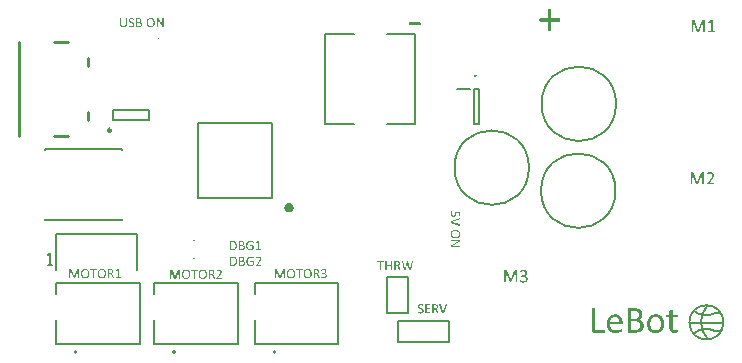
<source format=gto>
G04*
G04 #@! TF.GenerationSoftware,Altium Limited,Altium Designer,18.1.9 (240)*
G04*
G04 Layer_Color=65535*
%FSLAX44Y44*%
%MOMM*%
G71*
G01*
G75*
%ADD10C,0.1500*%
%ADD11C,0.2000*%
%ADD12C,0.4000*%
%ADD13C,0.1000*%
%ADD14C,0.2500*%
%ADD15C,0.1270*%
%ADD16C,0.2540*%
G36*
X227357Y74114D02*
X227414Y74095D01*
X227432Y74085D01*
X227460Y74076D01*
X227507Y74048D01*
X227554Y74011D01*
X227563Y74001D01*
X227592Y73973D01*
X227629Y73926D01*
X227657Y73861D01*
X227667Y73842D01*
X227676Y73804D01*
X227685Y73739D01*
X227695Y73654D01*
Y66512D01*
Y66503D01*
Y66484D01*
X227685Y66456D01*
X227667Y66428D01*
X227657Y66419D01*
X227648Y66409D01*
X227620Y66391D01*
X227573Y66372D01*
X227563D01*
X227535Y66363D01*
X227488Y66353D01*
X227423Y66344D01*
X227404D01*
X227357Y66334D01*
X227273Y66325D01*
X227085D01*
X227010Y66334D01*
X226926Y66344D01*
X226907D01*
X226870Y66353D01*
X226814Y66363D01*
X226767Y66372D01*
X226758D01*
X226739Y66391D01*
X226711Y66400D01*
X226682Y66428D01*
Y66438D01*
X226673Y66456D01*
X226664Y66512D01*
Y73270D01*
X226645D01*
X223908Y66484D01*
Y66475D01*
X223899Y66456D01*
X223852Y66409D01*
X223843D01*
X223833Y66391D01*
X223805Y66381D01*
X223758Y66363D01*
X223749D01*
X223721Y66353D01*
X223674Y66344D01*
X223608Y66334D01*
X223552D01*
X223486Y66325D01*
X223327D01*
X223262Y66334D01*
X223186Y66344D01*
X223177D01*
X223140Y66353D01*
X223083Y66363D01*
X223036Y66372D01*
X223027D01*
X223008Y66381D01*
X222943Y66419D01*
Y66428D01*
X222924Y66438D01*
X222896Y66484D01*
X220281Y73270D01*
Y66512D01*
Y66503D01*
Y66484D01*
X220272Y66456D01*
X220253Y66428D01*
X220243Y66419D01*
X220234Y66409D01*
X220206Y66391D01*
X220159Y66372D01*
X220150D01*
X220122Y66363D01*
X220065Y66353D01*
X220000Y66344D01*
X219981D01*
X219934Y66334D01*
X219859Y66325D01*
X219672D01*
X219587Y66334D01*
X219503Y66344D01*
X219484D01*
X219447Y66353D01*
X219400Y66363D01*
X219344Y66372D01*
X219334D01*
X219316Y66391D01*
X219287Y66400D01*
X219269Y66428D01*
Y66438D01*
X219259Y66456D01*
X219250Y66512D01*
Y73654D01*
Y73664D01*
Y73692D01*
X219259Y73739D01*
X219269Y73795D01*
X219306Y73907D01*
X219334Y73964D01*
X219381Y74011D01*
X219391Y74020D01*
X219409Y74029D01*
X219428Y74048D01*
X219466Y74067D01*
X219559Y74104D01*
X219615Y74123D01*
X220422D01*
X220534Y74104D01*
X220646Y74085D01*
X220656D01*
X220675Y74076D01*
X220703Y74067D01*
X220740Y74057D01*
X220825Y74020D01*
X220909Y73964D01*
X220918D01*
X220928Y73954D01*
X220975Y73907D01*
X221031Y73851D01*
X221087Y73767D01*
Y73758D01*
X221096Y73748D01*
X221134Y73692D01*
X221171Y73598D01*
X221218Y73486D01*
X223440Y67871D01*
X223468D01*
X225783Y73467D01*
Y73476D01*
X225792Y73495D01*
X225811Y73533D01*
X225830Y73579D01*
X225867Y73673D01*
X225923Y73776D01*
Y73786D01*
X225942Y73795D01*
X225979Y73851D01*
X226036Y73907D01*
X226101Y73973D01*
X226120Y73982D01*
X226167Y74020D01*
X226233Y74048D01*
X226308Y74085D01*
X226317D01*
X226326Y74095D01*
X226392Y74104D01*
X226476Y74114D01*
X226579Y74123D01*
X227301D01*
X227357Y74114D01*
D02*
G37*
G36*
X260799Y74236D02*
X260930Y74226D01*
X261070Y74207D01*
X261230Y74189D01*
X261389Y74151D01*
X261549Y74104D01*
X261558D01*
X261567Y74095D01*
X261614Y74076D01*
X261689Y74048D01*
X261792Y74001D01*
X261895Y73945D01*
X262008Y73879D01*
X262130Y73804D01*
X262233Y73711D01*
X262242Y73701D01*
X262280Y73664D01*
X262327Y73608D01*
X262392Y73542D01*
X262458Y73448D01*
X262523Y73345D01*
X262589Y73233D01*
X262645Y73101D01*
X262654Y73083D01*
X262664Y73045D01*
X262692Y72970D01*
X262720Y72876D01*
X262739Y72764D01*
X262767Y72633D01*
X262776Y72483D01*
X262786Y72333D01*
Y72314D01*
Y72267D01*
X262776Y72202D01*
Y72108D01*
X262758Y72005D01*
X262739Y71892D01*
X262720Y71771D01*
X262683Y71649D01*
Y71639D01*
X262664Y71592D01*
X262645Y71536D01*
X262617Y71461D01*
X262570Y71367D01*
X262523Y71274D01*
X262402Y71086D01*
X262392Y71077D01*
X262364Y71049D01*
X262327Y71002D01*
X262270Y70946D01*
X262205Y70880D01*
X262130Y70814D01*
X262036Y70739D01*
X261942Y70674D01*
X261933Y70665D01*
X261895Y70646D01*
X261839Y70618D01*
X261764Y70580D01*
X261680Y70543D01*
X261567Y70505D01*
X261455Y70468D01*
X261324Y70440D01*
Y70430D01*
X261342D01*
X261389Y70421D01*
X261464Y70411D01*
X261567Y70383D01*
X261680Y70355D01*
X261802Y70327D01*
X261933Y70280D01*
X262055Y70224D01*
X262073Y70215D01*
X262111Y70196D01*
X262176Y70158D01*
X262251Y70111D01*
X262345Y70055D01*
X262439Y69990D01*
X262533Y69905D01*
X262626Y69821D01*
X262636Y69812D01*
X262664Y69784D01*
X262711Y69727D01*
X262767Y69662D01*
X262823Y69587D01*
X262889Y69493D01*
X262945Y69380D01*
X263001Y69268D01*
X263011Y69249D01*
X263020Y69212D01*
X263048Y69146D01*
X263076Y69062D01*
X263095Y68959D01*
X263123Y68837D01*
X263132Y68715D01*
X263142Y68574D01*
Y68565D01*
Y68556D01*
Y68527D01*
Y68490D01*
X263132Y68387D01*
X263123Y68256D01*
X263095Y68115D01*
X263067Y67946D01*
X263020Y67787D01*
X262954Y67618D01*
X262945Y67600D01*
X262917Y67543D01*
X262880Y67468D01*
X262814Y67365D01*
X262739Y67253D01*
X262654Y67122D01*
X262542Y67000D01*
X262420Y66878D01*
X262402Y66869D01*
X262355Y66831D01*
X262280Y66775D01*
X262186Y66709D01*
X262055Y66634D01*
X261914Y66550D01*
X261745Y66475D01*
X261558Y66409D01*
X261549D01*
X261539Y66400D01*
X261511Y66391D01*
X261474Y66381D01*
X261417Y66372D01*
X261361Y66363D01*
X261220Y66334D01*
X261052Y66297D01*
X260855Y66278D01*
X260639Y66259D01*
X260405Y66250D01*
X260264D01*
X260171Y66259D01*
X260058Y66269D01*
X259937Y66278D01*
X259674Y66316D01*
X259655D01*
X259618Y66325D01*
X259552Y66334D01*
X259477Y66353D01*
X259384Y66372D01*
X259280Y66400D01*
X259074Y66456D01*
X259065D01*
X259027Y66475D01*
X258981Y66494D01*
X258924Y66512D01*
X258774Y66578D01*
X258634Y66644D01*
X258624D01*
X258606Y66662D01*
X258540Y66700D01*
X258474Y66737D01*
X258437Y66756D01*
X258418Y66775D01*
X258409Y66784D01*
X258390Y66803D01*
X258343Y66850D01*
Y66859D01*
X258334Y66878D01*
X258324Y66915D01*
X258306Y66953D01*
Y66962D01*
X258296Y67000D01*
X258287Y67047D01*
X258277Y67103D01*
Y67122D01*
Y67168D01*
Y67234D01*
Y67319D01*
Y67328D01*
Y67356D01*
Y67393D01*
X258287Y67440D01*
X258296Y67543D01*
X258306Y67590D01*
X258315Y67628D01*
X258324Y67637D01*
X258353Y67675D01*
X258390Y67703D01*
X258437Y67712D01*
X258446D01*
X258484Y67703D01*
X258549Y67665D01*
X258596Y67646D01*
X258652Y67609D01*
X258662D01*
X258680Y67590D01*
X258718Y67572D01*
X258765Y67553D01*
X258831Y67515D01*
X258906Y67487D01*
X258981Y67440D01*
X259074Y67403D01*
X259084Y67393D01*
X259121Y67384D01*
X259168Y67365D01*
X259243Y67337D01*
X259327Y67300D01*
X259430Y67272D01*
X259543Y67234D01*
X259665Y67197D01*
X259683D01*
X259730Y67178D01*
X259796Y67168D01*
X259890Y67150D01*
X260002Y67131D01*
X260133Y67122D01*
X260283Y67103D01*
X260499D01*
X260574Y67112D01*
X260677D01*
X260780Y67122D01*
X260902Y67140D01*
X261145Y67197D01*
X261155Y67206D01*
X261202Y67215D01*
X261258Y67243D01*
X261324Y67272D01*
X261408Y67309D01*
X261492Y67365D01*
X261577Y67422D01*
X261661Y67487D01*
X261670Y67497D01*
X261698Y67525D01*
X261736Y67562D01*
X261773Y67609D01*
X261830Y67675D01*
X261877Y67750D01*
X261924Y67834D01*
X261970Y67928D01*
X261980Y67937D01*
X261989Y67975D01*
X262008Y68021D01*
X262027Y68096D01*
X262045Y68171D01*
X262064Y68265D01*
X262083Y68368D01*
Y68481D01*
Y68499D01*
Y68537D01*
X262073Y68602D01*
X262064Y68678D01*
X262045Y68771D01*
X262027Y68865D01*
X261989Y68968D01*
X261942Y69071D01*
X261933Y69081D01*
X261914Y69118D01*
X261886Y69165D01*
X261849Y69230D01*
X261792Y69306D01*
X261717Y69380D01*
X261642Y69455D01*
X261549Y69530D01*
X261539Y69540D01*
X261502Y69559D01*
X261446Y69596D01*
X261380Y69643D01*
X261286Y69690D01*
X261174Y69737D01*
X261052Y69784D01*
X260921Y69830D01*
X260902Y69840D01*
X260855Y69849D01*
X260780Y69868D01*
X260677Y69887D01*
X260555Y69905D01*
X260415Y69915D01*
X260255Y69933D01*
X259280D01*
X259215Y69952D01*
X259205D01*
X259187Y69971D01*
X259158Y69990D01*
X259130Y70018D01*
Y70027D01*
X259112Y70055D01*
X259102Y70093D01*
X259084Y70140D01*
Y70158D01*
X259074Y70196D01*
X259065Y70262D01*
Y70346D01*
Y70355D01*
Y70365D01*
Y70411D01*
Y70477D01*
X259074Y70533D01*
Y70543D01*
X259084Y70580D01*
X259102Y70618D01*
X259121Y70655D01*
X259130Y70665D01*
X259149Y70683D01*
X259168Y70702D01*
X259196Y70721D01*
X259205Y70730D01*
X259224Y70739D01*
X259262Y70749D01*
X260040D01*
X260114Y70758D01*
X260218D01*
X260321Y70768D01*
X260443Y70786D01*
X260686Y70843D01*
X260705Y70852D01*
X260742Y70861D01*
X260799Y70889D01*
X260874Y70918D01*
X260958Y70955D01*
X261042Y71011D01*
X261136Y71068D01*
X261220Y71133D01*
X261230Y71143D01*
X261258Y71171D01*
X261296Y71208D01*
X261352Y71264D01*
X261399Y71330D01*
X261455Y71414D01*
X261511Y71499D01*
X261558Y71592D01*
X261567Y71602D01*
X261577Y71639D01*
X261595Y71695D01*
X261623Y71771D01*
X261642Y71864D01*
X261661Y71967D01*
X261670Y72080D01*
X261680Y72202D01*
Y72211D01*
Y72239D01*
Y72286D01*
X261670Y72342D01*
X261661Y72417D01*
X261642Y72492D01*
X261595Y72652D01*
Y72661D01*
X261586Y72689D01*
X261567Y72736D01*
X261539Y72783D01*
X261464Y72905D01*
X261361Y73036D01*
X261352Y73045D01*
X261333Y73064D01*
X261305Y73092D01*
X261258Y73130D01*
X261202Y73176D01*
X261136Y73214D01*
X261052Y73261D01*
X260967Y73298D01*
X260958D01*
X260921Y73317D01*
X260874Y73326D01*
X260808Y73345D01*
X260724Y73364D01*
X260630Y73373D01*
X260518Y73392D01*
X260349D01*
X260283Y73383D01*
X260199D01*
X260096Y73364D01*
X259993Y73345D01*
X259880Y73317D01*
X259768Y73280D01*
X259758D01*
X259721Y73261D01*
X259665Y73242D01*
X259590Y73214D01*
X259515Y73176D01*
X259421Y73139D01*
X259243Y73054D01*
X259233Y73045D01*
X259205Y73036D01*
X259168Y73017D01*
X259112Y72989D01*
X258990Y72914D01*
X258868Y72839D01*
X258859D01*
X258840Y72820D01*
X258784Y72792D01*
X258718Y72755D01*
X258680Y72745D01*
X258652Y72736D01*
X258634D01*
X258577Y72745D01*
X258559Y72764D01*
X258521Y72801D01*
Y72811D01*
X258512Y72839D01*
X258503Y72876D01*
X258493Y72933D01*
Y72951D01*
Y72989D01*
Y73064D01*
Y73148D01*
Y73167D01*
Y73195D01*
Y73251D01*
Y73298D01*
Y73308D01*
X258503Y73345D01*
X258512Y73383D01*
X258521Y73420D01*
Y73429D01*
X258531Y73457D01*
X258559Y73514D01*
X258568Y73523D01*
X258577Y73542D01*
X258606Y73579D01*
X258643Y73617D01*
X258652Y73626D01*
X258690Y73654D01*
X258765Y73711D01*
X258812Y73739D01*
X258868Y73776D01*
X258877Y73786D01*
X258896Y73795D01*
X258934Y73814D01*
X258990Y73842D01*
X259055Y73879D01*
X259121Y73917D01*
X259205Y73954D01*
X259299Y73992D01*
X259308Y74001D01*
X259346Y74011D01*
X259402Y74029D01*
X259468Y74057D01*
X259562Y74085D01*
X259655Y74114D01*
X259768Y74142D01*
X259890Y74170D01*
X259908D01*
X259946Y74179D01*
X260021Y74198D01*
X260105Y74207D01*
X260218Y74226D01*
X260340Y74236D01*
X260471Y74245D01*
X260705D01*
X260799Y74236D01*
D02*
G37*
G36*
X254369Y74114D02*
X254454D01*
X254529Y74104D01*
X254566D01*
X254604Y74095D01*
X254650D01*
X254763Y74085D01*
X254885Y74067D01*
X254903D01*
X254960Y74057D01*
X255044Y74039D01*
X255156Y74011D01*
X255278Y73973D01*
X255410Y73935D01*
X255550Y73879D01*
X255681Y73823D01*
X255700Y73814D01*
X255737Y73795D01*
X255803Y73758D01*
X255888Y73711D01*
X255972Y73645D01*
X256075Y73570D01*
X256169Y73486D01*
X256262Y73392D01*
X256272Y73383D01*
X256300Y73345D01*
X256347Y73298D01*
X256394Y73223D01*
X256450Y73139D01*
X256506Y73036D01*
X256562Y72923D01*
X256609Y72801D01*
X256619Y72783D01*
X256628Y72745D01*
X256647Y72680D01*
X256675Y72586D01*
X256693Y72483D01*
X256712Y72352D01*
X256722Y72220D01*
X256731Y72070D01*
Y72052D01*
Y72005D01*
X256722Y71930D01*
Y71836D01*
X256703Y71733D01*
X256684Y71620D01*
X256656Y71499D01*
X256619Y71377D01*
Y71367D01*
X256600Y71321D01*
X256572Y71264D01*
X256544Y71189D01*
X256497Y71105D01*
X256450Y71011D01*
X256319Y70824D01*
X256309Y70814D01*
X256281Y70786D01*
X256244Y70739D01*
X256187Y70683D01*
X256112Y70618D01*
X256038Y70552D01*
X255944Y70477D01*
X255841Y70411D01*
X255831Y70402D01*
X255794Y70383D01*
X255737Y70355D01*
X255663Y70308D01*
X255569Y70271D01*
X255466Y70215D01*
X255344Y70168D01*
X255222Y70121D01*
X255231D01*
X255259Y70102D01*
X255297Y70083D01*
X255344Y70065D01*
X255456Y69999D01*
X255569Y69905D01*
X255578Y69896D01*
X255597Y69887D01*
X255625Y69858D01*
X255663Y69821D01*
X255756Y69727D01*
X255859Y69596D01*
X255869Y69587D01*
X255888Y69568D01*
X255906Y69530D01*
X255944Y69474D01*
X255981Y69418D01*
X256028Y69343D01*
X256122Y69184D01*
X256131Y69174D01*
X256141Y69146D01*
X256169Y69090D01*
X256197Y69034D01*
X256234Y68949D01*
X256272Y68865D01*
X256319Y68762D01*
X256356Y68659D01*
X257059Y66953D01*
Y66944D01*
X257068Y66915D01*
X257087Y66878D01*
X257106Y66831D01*
X257134Y66728D01*
X257153Y66681D01*
X257162Y66644D01*
X257171Y66634D01*
X257181Y66597D01*
X257190Y66550D01*
Y66512D01*
Y66503D01*
Y66484D01*
X257171Y66428D01*
Y66419D01*
X257153Y66409D01*
X257125Y66391D01*
X257087Y66372D01*
X257078D01*
X257050Y66363D01*
X256994Y66353D01*
X256919Y66344D01*
X256900D01*
X256843Y66334D01*
X256759Y66325D01*
X256544D01*
X256459Y66334D01*
X256375Y66344D01*
X256356D01*
X256319Y66353D01*
X256272Y66363D01*
X256215Y66372D01*
X256206Y66381D01*
X256187Y66391D01*
X256122Y66447D01*
Y66456D01*
X256103Y66484D01*
X256094Y66522D01*
X256075Y66569D01*
X255363Y68396D01*
X255353Y68415D01*
X255344Y68453D01*
X255316Y68509D01*
X255278Y68584D01*
X255241Y68668D01*
X255194Y68771D01*
X255091Y68968D01*
X255082Y68977D01*
X255072Y69015D01*
X255044Y69062D01*
X255007Y69127D01*
X254903Y69268D01*
X254772Y69418D01*
X254763Y69427D01*
X254744Y69446D01*
X254707Y69484D01*
X254650Y69521D01*
X254585Y69568D01*
X254519Y69624D01*
X254435Y69671D01*
X254341Y69708D01*
X254332Y69718D01*
X254294Y69727D01*
X254238Y69746D01*
X254172Y69765D01*
X254079Y69784D01*
X253976Y69802D01*
X253863Y69821D01*
X253048D01*
Y66512D01*
Y66503D01*
Y66484D01*
X253038Y66456D01*
X253020Y66428D01*
X253010Y66419D01*
X253001Y66409D01*
X252973Y66391D01*
X252935Y66372D01*
X252926D01*
X252898Y66363D01*
X252841Y66353D01*
X252776Y66344D01*
X252757D01*
X252710Y66334D01*
X252626Y66325D01*
X252448D01*
X252363Y66334D01*
X252279Y66344D01*
X252260D01*
X252223Y66353D01*
X252167Y66363D01*
X252120Y66372D01*
X252110D01*
X252092Y66391D01*
X252064Y66400D01*
X252035Y66428D01*
Y66438D01*
X252026Y66456D01*
X252017Y66512D01*
Y73701D01*
Y73711D01*
Y73739D01*
X252026Y73776D01*
X252035Y73832D01*
X252073Y73935D01*
X252101Y73992D01*
X252139Y74029D01*
X252148D01*
X252157Y74048D01*
X252213Y74076D01*
X252298Y74104D01*
X252391Y74123D01*
X254219D01*
X254369Y74114D01*
D02*
G37*
G36*
X242607D02*
X242635Y74095D01*
X242644Y74085D01*
X242653Y74076D01*
X242682Y74048D01*
X242700Y74011D01*
X242710Y74001D01*
X242719Y73973D01*
X242728Y73935D01*
X242738Y73870D01*
Y73851D01*
X242747Y73814D01*
X242757Y73748D01*
Y73673D01*
Y73664D01*
Y73654D01*
Y73608D01*
X242747Y73542D01*
X242738Y73476D01*
Y73467D01*
X242728Y73429D01*
X242719Y73383D01*
X242700Y73345D01*
Y73336D01*
X242682Y73317D01*
X242635Y73270D01*
X242625D01*
X242607Y73261D01*
X242550Y73251D01*
X240366D01*
Y66512D01*
Y66503D01*
Y66484D01*
X240357Y66456D01*
X240338Y66428D01*
X240329Y66419D01*
X240320Y66409D01*
X240292Y66391D01*
X240254Y66372D01*
X240245D01*
X240217Y66363D01*
X240160Y66353D01*
X240095Y66344D01*
X240076D01*
X240029Y66334D01*
X239945Y66325D01*
X239767D01*
X239682Y66334D01*
X239598Y66344D01*
X239579D01*
X239542Y66353D01*
X239485Y66363D01*
X239439Y66372D01*
X239429D01*
X239410Y66391D01*
X239382Y66400D01*
X239354Y66428D01*
Y66438D01*
X239345Y66456D01*
X239335Y66512D01*
Y73251D01*
X237114D01*
X237058Y73270D01*
X237049Y73280D01*
X237039Y73289D01*
X236992Y73345D01*
Y73354D01*
X236983Y73383D01*
X236974Y73420D01*
X236955Y73476D01*
Y73495D01*
Y73533D01*
X236945Y73598D01*
Y73673D01*
Y73682D01*
Y73692D01*
Y73739D01*
Y73804D01*
X236955Y73870D01*
Y73889D01*
X236964Y73926D01*
X236983Y73973D01*
X236992Y74011D01*
X237002Y74020D01*
X237011Y74039D01*
X237030Y74067D01*
X237058Y74095D01*
X237067Y74104D01*
X237086Y74114D01*
X237114Y74123D01*
X242578D01*
X242607Y74114D01*
D02*
G37*
G36*
X247208Y74236D02*
X247293D01*
X247396Y74226D01*
X247499Y74217D01*
X247733Y74179D01*
X247986Y74132D01*
X248239Y74067D01*
X248483Y73982D01*
X248493D01*
X248511Y73973D01*
X248549Y73954D01*
X248586Y73935D01*
X248643Y73907D01*
X248708Y73870D01*
X248858Y73786D01*
X249027Y73682D01*
X249195Y73551D01*
X249373Y73401D01*
X249542Y73223D01*
X249552Y73214D01*
X249561Y73204D01*
X249580Y73176D01*
X249608Y73139D01*
X249645Y73092D01*
X249683Y73026D01*
X249777Y72886D01*
X249880Y72708D01*
X249983Y72502D01*
X250086Y72267D01*
X250170Y72005D01*
Y71995D01*
X250180Y71967D01*
X250189Y71930D01*
X250208Y71874D01*
X250217Y71808D01*
X250236Y71724D01*
X250255Y71630D01*
X250283Y71527D01*
X250301Y71405D01*
X250320Y71274D01*
X250339Y71143D01*
X250348Y70992D01*
X250376Y70674D01*
X250386Y70336D01*
Y70327D01*
Y70299D01*
Y70243D01*
Y70177D01*
X250376Y70093D01*
Y69999D01*
X250367Y69887D01*
X250358Y69765D01*
X250329Y69502D01*
X250292Y69221D01*
X250236Y68921D01*
X250161Y68631D01*
Y68621D01*
X250152Y68593D01*
X250142Y68556D01*
X250123Y68509D01*
X250095Y68443D01*
X250067Y68368D01*
X249992Y68190D01*
X249898Y67984D01*
X249786Y67768D01*
X249655Y67553D01*
X249495Y67347D01*
X249486Y67337D01*
X249477Y67328D01*
X249449Y67300D01*
X249420Y67262D01*
X249317Y67159D01*
X249195Y67047D01*
X249036Y66915D01*
X248839Y66775D01*
X248624Y66644D01*
X248389Y66531D01*
X248380D01*
X248361Y66522D01*
X248324Y66503D01*
X248268Y66484D01*
X248211Y66466D01*
X248136Y66447D01*
X248043Y66419D01*
X247949Y66391D01*
X247836Y66363D01*
X247715Y66344D01*
X247452Y66297D01*
X247152Y66259D01*
X246834Y66250D01*
X246684D01*
X246609Y66259D01*
X246524D01*
X246421Y66269D01*
X246318Y66278D01*
X246074Y66316D01*
X245821Y66353D01*
X245568Y66419D01*
X245315Y66503D01*
X245306D01*
X245287Y66512D01*
X245250Y66531D01*
X245212Y66550D01*
X245156Y66578D01*
X245090Y66616D01*
X244940Y66700D01*
X244781Y66803D01*
X244603Y66934D01*
X244425Y67084D01*
X244256Y67262D01*
Y67272D01*
X244237Y67290D01*
X244219Y67319D01*
X244191Y67356D01*
X244153Y67403D01*
X244116Y67459D01*
X244069Y67534D01*
X244022Y67609D01*
X243928Y67787D01*
X243825Y68003D01*
X243722Y68237D01*
X243638Y68499D01*
Y68509D01*
X243628Y68537D01*
X243619Y68574D01*
X243609Y68631D01*
X243591Y68696D01*
X243572Y68781D01*
X243553Y68884D01*
X243544Y68987D01*
X243525Y69109D01*
X243506Y69240D01*
X243487Y69380D01*
X243469Y69530D01*
X243450Y69858D01*
X243441Y70205D01*
Y70215D01*
Y70243D01*
Y70299D01*
Y70365D01*
X243450Y70440D01*
Y70533D01*
X243459Y70646D01*
X243469Y70758D01*
X243497Y71021D01*
X243534Y71293D01*
X243581Y71583D01*
X243656Y71874D01*
Y71883D01*
X243666Y71911D01*
X243684Y71948D01*
X243703Y71995D01*
X243722Y72061D01*
X243750Y72136D01*
X243825Y72314D01*
X243919Y72511D01*
X244031Y72726D01*
X244162Y72942D01*
X244322Y73148D01*
X244331Y73158D01*
X244340Y73167D01*
X244369Y73195D01*
X244406Y73233D01*
X244500Y73326D01*
X244631Y73448D01*
X244790Y73579D01*
X244978Y73711D01*
X245203Y73842D01*
X245437Y73954D01*
X245446D01*
X245465Y73964D01*
X245503Y73982D01*
X245559Y74001D01*
X245615Y74020D01*
X245700Y74048D01*
X245784Y74076D01*
X245878Y74104D01*
X245990Y74123D01*
X246112Y74151D01*
X246374Y74198D01*
X246674Y74236D01*
X246993Y74245D01*
X247134D01*
X247208Y74236D01*
D02*
G37*
G36*
X233084D02*
X233168D01*
X233271Y74226D01*
X233375Y74217D01*
X233609Y74179D01*
X233862Y74132D01*
X234115Y74067D01*
X234359Y73982D01*
X234368D01*
X234387Y73973D01*
X234424Y73954D01*
X234462Y73935D01*
X234518Y73907D01*
X234584Y73870D01*
X234734Y73786D01*
X234902Y73682D01*
X235071Y73551D01*
X235249Y73401D01*
X235418Y73223D01*
X235427Y73214D01*
X235436Y73204D01*
X235455Y73176D01*
X235483Y73139D01*
X235521Y73092D01*
X235558Y73026D01*
X235652Y72886D01*
X235755Y72708D01*
X235858Y72502D01*
X235961Y72267D01*
X236046Y72005D01*
Y71995D01*
X236055Y71967D01*
X236064Y71930D01*
X236083Y71874D01*
X236093Y71808D01*
X236111Y71724D01*
X236130Y71630D01*
X236158Y71527D01*
X236177Y71405D01*
X236196Y71274D01*
X236214Y71143D01*
X236224Y70992D01*
X236252Y70674D01*
X236261Y70336D01*
Y70327D01*
Y70299D01*
Y70243D01*
Y70177D01*
X236252Y70093D01*
Y69999D01*
X236243Y69887D01*
X236233Y69765D01*
X236205Y69502D01*
X236168Y69221D01*
X236111Y68921D01*
X236036Y68631D01*
Y68621D01*
X236027Y68593D01*
X236018Y68556D01*
X235999Y68509D01*
X235971Y68443D01*
X235943Y68368D01*
X235868Y68190D01*
X235774Y67984D01*
X235661Y67768D01*
X235530Y67553D01*
X235371Y67347D01*
X235361Y67337D01*
X235352Y67328D01*
X235324Y67300D01*
X235296Y67262D01*
X235193Y67159D01*
X235071Y67047D01*
X234912Y66915D01*
X234715Y66775D01*
X234499Y66644D01*
X234265Y66531D01*
X234256D01*
X234237Y66522D01*
X234199Y66503D01*
X234143Y66484D01*
X234087Y66466D01*
X234012Y66447D01*
X233918Y66419D01*
X233824Y66391D01*
X233712Y66363D01*
X233590Y66344D01*
X233328Y66297D01*
X233028Y66259D01*
X232709Y66250D01*
X232559D01*
X232484Y66259D01*
X232400D01*
X232297Y66269D01*
X232194Y66278D01*
X231950Y66316D01*
X231697Y66353D01*
X231444Y66419D01*
X231191Y66503D01*
X231181D01*
X231163Y66512D01*
X231125Y66531D01*
X231088Y66550D01*
X231031Y66578D01*
X230966Y66616D01*
X230816Y66700D01*
X230657Y66803D01*
X230478Y66934D01*
X230300Y67084D01*
X230132Y67262D01*
Y67272D01*
X230113Y67290D01*
X230094Y67319D01*
X230066Y67356D01*
X230028Y67403D01*
X229991Y67459D01*
X229944Y67534D01*
X229897Y67609D01*
X229804Y67787D01*
X229701Y68003D01*
X229597Y68237D01*
X229513Y68499D01*
Y68509D01*
X229504Y68537D01*
X229494Y68574D01*
X229485Y68631D01*
X229466Y68696D01*
X229447Y68781D01*
X229429Y68884D01*
X229419Y68987D01*
X229401Y69109D01*
X229382Y69240D01*
X229363Y69380D01*
X229344Y69530D01*
X229326Y69858D01*
X229316Y70205D01*
Y70215D01*
Y70243D01*
Y70299D01*
Y70365D01*
X229326Y70440D01*
Y70533D01*
X229335Y70646D01*
X229344Y70758D01*
X229372Y71021D01*
X229410Y71293D01*
X229457Y71583D01*
X229532Y71874D01*
Y71883D01*
X229541Y71911D01*
X229560Y71948D01*
X229579Y71995D01*
X229597Y72061D01*
X229625Y72136D01*
X229701Y72314D01*
X229794Y72511D01*
X229907Y72726D01*
X230038Y72942D01*
X230197Y73148D01*
X230207Y73158D01*
X230216Y73167D01*
X230244Y73195D01*
X230282Y73233D01*
X230375Y73326D01*
X230506Y73448D01*
X230666Y73579D01*
X230853Y73711D01*
X231078Y73842D01*
X231313Y73954D01*
X231322D01*
X231341Y73964D01*
X231378Y73982D01*
X231434Y74001D01*
X231491Y74020D01*
X231575Y74048D01*
X231659Y74076D01*
X231753Y74104D01*
X231866Y74123D01*
X231987Y74151D01*
X232250Y74198D01*
X232550Y74236D01*
X232868Y74245D01*
X233009D01*
X233084Y74236D01*
D02*
G37*
G36*
X53107Y74114D02*
X53163Y74095D01*
X53182Y74085D01*
X53210Y74076D01*
X53257Y74048D01*
X53304Y74011D01*
X53313Y74001D01*
X53342Y73973D01*
X53379Y73926D01*
X53407Y73861D01*
X53417Y73842D01*
X53426Y73804D01*
X53435Y73739D01*
X53445Y73654D01*
Y66512D01*
Y66503D01*
Y66484D01*
X53435Y66456D01*
X53417Y66428D01*
X53407Y66419D01*
X53398Y66409D01*
X53370Y66391D01*
X53323Y66372D01*
X53313D01*
X53285Y66363D01*
X53239Y66353D01*
X53173Y66344D01*
X53154D01*
X53107Y66334D01*
X53023Y66325D01*
X52835D01*
X52761Y66334D01*
X52676Y66344D01*
X52657D01*
X52620Y66353D01*
X52564Y66363D01*
X52517Y66372D01*
X52508D01*
X52489Y66391D01*
X52461Y66400D01*
X52432Y66428D01*
Y66438D01*
X52423Y66456D01*
X52414Y66512D01*
Y73270D01*
X52395D01*
X49658Y66484D01*
Y66475D01*
X49649Y66456D01*
X49602Y66409D01*
X49593D01*
X49583Y66391D01*
X49555Y66381D01*
X49508Y66363D01*
X49499D01*
X49471Y66353D01*
X49424Y66344D01*
X49358Y66334D01*
X49302D01*
X49236Y66325D01*
X49077D01*
X49012Y66334D01*
X48937Y66344D01*
X48927D01*
X48890Y66353D01*
X48833Y66363D01*
X48787Y66372D01*
X48777D01*
X48758Y66381D01*
X48693Y66419D01*
Y66428D01*
X48674Y66438D01*
X48646Y66484D01*
X46031Y73270D01*
Y66512D01*
Y66503D01*
Y66484D01*
X46022Y66456D01*
X46003Y66428D01*
X45993Y66419D01*
X45984Y66409D01*
X45956Y66391D01*
X45909Y66372D01*
X45900D01*
X45872Y66363D01*
X45815Y66353D01*
X45750Y66344D01*
X45731D01*
X45684Y66334D01*
X45609Y66325D01*
X45422D01*
X45337Y66334D01*
X45253Y66344D01*
X45234D01*
X45197Y66353D01*
X45150Y66363D01*
X45094Y66372D01*
X45084D01*
X45066Y66391D01*
X45037Y66400D01*
X45019Y66428D01*
Y66438D01*
X45009Y66456D01*
X45000Y66512D01*
Y73654D01*
Y73664D01*
Y73692D01*
X45009Y73739D01*
X45019Y73795D01*
X45056Y73907D01*
X45084Y73964D01*
X45131Y74011D01*
X45141Y74020D01*
X45159Y74029D01*
X45178Y74048D01*
X45216Y74067D01*
X45309Y74104D01*
X45366Y74123D01*
X46172D01*
X46284Y74104D01*
X46396Y74085D01*
X46406D01*
X46425Y74076D01*
X46453Y74067D01*
X46490Y74057D01*
X46575Y74020D01*
X46659Y73964D01*
X46668D01*
X46678Y73954D01*
X46725Y73907D01*
X46781Y73851D01*
X46837Y73767D01*
Y73758D01*
X46846Y73748D01*
X46884Y73692D01*
X46921Y73598D01*
X46968Y73486D01*
X49190Y67871D01*
X49218D01*
X51533Y73467D01*
Y73476D01*
X51542Y73495D01*
X51561Y73533D01*
X51580Y73579D01*
X51617Y73673D01*
X51673Y73776D01*
Y73786D01*
X51692Y73795D01*
X51729Y73851D01*
X51786Y73907D01*
X51851Y73973D01*
X51870Y73982D01*
X51917Y74020D01*
X51983Y74048D01*
X52058Y74085D01*
X52067D01*
X52076Y74095D01*
X52142Y74104D01*
X52226Y74114D01*
X52329Y74123D01*
X53051D01*
X53107Y74114D01*
D02*
G37*
G36*
X87027Y74170D02*
X87102Y74160D01*
X87121D01*
X87158Y74151D01*
X87205Y74142D01*
X87252Y74123D01*
X87261D01*
X87280Y74114D01*
X87308Y74095D01*
X87327Y74067D01*
X87336Y74048D01*
X87345Y74011D01*
Y67187D01*
X88779D01*
X88807Y67178D01*
X88836Y67159D01*
X88845Y67150D01*
X88864Y67140D01*
X88883Y67112D01*
X88901Y67075D01*
X88911Y67065D01*
X88920Y67037D01*
X88929Y67000D01*
X88948Y66944D01*
Y66934D01*
X88958Y66897D01*
X88967Y66841D01*
Y66765D01*
Y66756D01*
Y66747D01*
Y66700D01*
X88958Y66634D01*
X88948Y66569D01*
Y66559D01*
X88939Y66522D01*
X88920Y66484D01*
X88892Y66447D01*
Y66438D01*
X88873Y66419D01*
X88854Y66400D01*
X88826Y66381D01*
X88817D01*
X88798Y66372D01*
X88742Y66363D01*
X84665D01*
X84609Y66381D01*
X84599D01*
X84590Y66400D01*
X84562Y66419D01*
X84534Y66447D01*
Y66456D01*
X84515Y66484D01*
X84506Y66522D01*
X84487Y66569D01*
Y66587D01*
Y66625D01*
X84477Y66691D01*
Y66765D01*
Y66775D01*
Y66784D01*
Y66831D01*
Y66887D01*
X84487Y66944D01*
Y66962D01*
X84496Y66990D01*
X84515Y67037D01*
X84534Y67075D01*
X84543Y67084D01*
X84552Y67103D01*
X84571Y67131D01*
X84599Y67159D01*
X84609Y67168D01*
X84627Y67178D01*
X84656Y67187D01*
X86314D01*
Y73092D01*
X84815Y72202D01*
X84805D01*
X84796Y72192D01*
X84749Y72164D01*
X84684Y72145D01*
X84627Y72127D01*
X84590D01*
X84552Y72136D01*
X84515Y72155D01*
X84506Y72164D01*
X84496Y72183D01*
X84477Y72220D01*
X84459Y72277D01*
Y72295D01*
Y72342D01*
X84449Y72417D01*
Y72511D01*
Y72520D01*
Y72530D01*
Y72567D01*
Y72623D01*
Y72680D01*
Y72689D01*
X84459Y72726D01*
X84468Y72764D01*
X84477Y72801D01*
Y72811D01*
X84487Y72830D01*
X84524Y72886D01*
X84534Y72895D01*
X84552Y72914D01*
X84580Y72933D01*
X84618Y72961D01*
X86408Y74104D01*
X86427Y74114D01*
X86464Y74132D01*
X86474D01*
X86493Y74142D01*
X86549Y74151D01*
X86558D01*
X86586Y74160D01*
X86624Y74170D01*
X86689D01*
X86727Y74179D01*
X86942D01*
X87027Y74170D01*
D02*
G37*
G36*
X80119Y74114D02*
X80204D01*
X80279Y74104D01*
X80316D01*
X80353Y74095D01*
X80400D01*
X80513Y74085D01*
X80635Y74067D01*
X80653D01*
X80710Y74057D01*
X80794Y74039D01*
X80906Y74011D01*
X81028Y73973D01*
X81159Y73935D01*
X81300Y73879D01*
X81431Y73823D01*
X81450Y73814D01*
X81488Y73795D01*
X81553Y73758D01*
X81637Y73711D01*
X81722Y73645D01*
X81825Y73570D01*
X81919Y73486D01*
X82012Y73392D01*
X82022Y73383D01*
X82050Y73345D01*
X82097Y73298D01*
X82144Y73223D01*
X82200Y73139D01*
X82256Y73036D01*
X82312Y72923D01*
X82359Y72801D01*
X82369Y72783D01*
X82378Y72745D01*
X82397Y72680D01*
X82425Y72586D01*
X82444Y72483D01*
X82462Y72352D01*
X82472Y72220D01*
X82481Y72070D01*
Y72052D01*
Y72005D01*
X82472Y71930D01*
Y71836D01*
X82453Y71733D01*
X82434Y71620D01*
X82406Y71499D01*
X82369Y71377D01*
Y71367D01*
X82350Y71321D01*
X82322Y71264D01*
X82294Y71189D01*
X82247Y71105D01*
X82200Y71011D01*
X82069Y70824D01*
X82059Y70814D01*
X82031Y70786D01*
X81994Y70739D01*
X81937Y70683D01*
X81862Y70618D01*
X81788Y70552D01*
X81694Y70477D01*
X81591Y70411D01*
X81581Y70402D01*
X81544Y70383D01*
X81488Y70355D01*
X81413Y70308D01*
X81319Y70271D01*
X81216Y70215D01*
X81094Y70168D01*
X80972Y70121D01*
X80981D01*
X81010Y70102D01*
X81047Y70083D01*
X81094Y70065D01*
X81206Y69999D01*
X81319Y69905D01*
X81328Y69896D01*
X81347Y69887D01*
X81375Y69858D01*
X81413Y69821D01*
X81506Y69727D01*
X81609Y69596D01*
X81619Y69587D01*
X81637Y69568D01*
X81656Y69530D01*
X81694Y69474D01*
X81731Y69418D01*
X81778Y69343D01*
X81872Y69184D01*
X81881Y69174D01*
X81891Y69146D01*
X81919Y69090D01*
X81947Y69034D01*
X81984Y68949D01*
X82022Y68865D01*
X82069Y68762D01*
X82106Y68659D01*
X82809Y66953D01*
Y66944D01*
X82818Y66915D01*
X82837Y66878D01*
X82856Y66831D01*
X82884Y66728D01*
X82903Y66681D01*
X82912Y66644D01*
X82922Y66634D01*
X82931Y66597D01*
X82940Y66550D01*
Y66512D01*
Y66503D01*
Y66484D01*
X82922Y66428D01*
Y66419D01*
X82903Y66409D01*
X82875Y66391D01*
X82837Y66372D01*
X82828D01*
X82800Y66363D01*
X82744Y66353D01*
X82669Y66344D01*
X82650D01*
X82593Y66334D01*
X82509Y66325D01*
X82294D01*
X82209Y66334D01*
X82125Y66344D01*
X82106D01*
X82069Y66353D01*
X82022Y66363D01*
X81966Y66372D01*
X81956Y66381D01*
X81937Y66391D01*
X81872Y66447D01*
Y66456D01*
X81853Y66484D01*
X81844Y66522D01*
X81825Y66569D01*
X81113Y68396D01*
X81103Y68415D01*
X81094Y68453D01*
X81066Y68509D01*
X81028Y68584D01*
X80991Y68668D01*
X80944Y68771D01*
X80841Y68968D01*
X80831Y68977D01*
X80822Y69015D01*
X80794Y69062D01*
X80757Y69127D01*
X80653Y69268D01*
X80522Y69418D01*
X80513Y69427D01*
X80494Y69446D01*
X80457Y69484D01*
X80400Y69521D01*
X80335Y69568D01*
X80269Y69624D01*
X80185Y69671D01*
X80091Y69708D01*
X80082Y69718D01*
X80044Y69727D01*
X79988Y69746D01*
X79922Y69765D01*
X79829Y69784D01*
X79725Y69802D01*
X79613Y69821D01*
X78798D01*
Y66512D01*
Y66503D01*
Y66484D01*
X78788Y66456D01*
X78769Y66428D01*
X78760Y66419D01*
X78751Y66409D01*
X78723Y66391D01*
X78685Y66372D01*
X78676D01*
X78648Y66363D01*
X78591Y66353D01*
X78526Y66344D01*
X78507D01*
X78460Y66334D01*
X78376Y66325D01*
X78198D01*
X78113Y66334D01*
X78029Y66344D01*
X78010D01*
X77973Y66353D01*
X77917Y66363D01*
X77870Y66372D01*
X77860D01*
X77842Y66391D01*
X77814Y66400D01*
X77785Y66428D01*
Y66438D01*
X77776Y66456D01*
X77767Y66512D01*
Y73701D01*
Y73711D01*
Y73739D01*
X77776Y73776D01*
X77785Y73832D01*
X77823Y73935D01*
X77851Y73992D01*
X77888Y74029D01*
X77898D01*
X77907Y74048D01*
X77963Y74076D01*
X78048Y74104D01*
X78141Y74123D01*
X79969D01*
X80119Y74114D01*
D02*
G37*
G36*
X68356D02*
X68385Y74095D01*
X68394Y74085D01*
X68403Y74076D01*
X68432Y74048D01*
X68450Y74011D01*
X68460Y74001D01*
X68469Y73973D01*
X68478Y73935D01*
X68488Y73870D01*
Y73851D01*
X68497Y73814D01*
X68506Y73748D01*
Y73673D01*
Y73664D01*
Y73654D01*
Y73608D01*
X68497Y73542D01*
X68488Y73476D01*
Y73467D01*
X68478Y73429D01*
X68469Y73383D01*
X68450Y73345D01*
Y73336D01*
X68432Y73317D01*
X68385Y73270D01*
X68375D01*
X68356Y73261D01*
X68300Y73251D01*
X66116D01*
Y66512D01*
Y66503D01*
Y66484D01*
X66107Y66456D01*
X66088Y66428D01*
X66079Y66419D01*
X66070Y66409D01*
X66041Y66391D01*
X66004Y66372D01*
X65995D01*
X65967Y66363D01*
X65910Y66353D01*
X65845Y66344D01*
X65826D01*
X65779Y66334D01*
X65695Y66325D01*
X65517D01*
X65432Y66334D01*
X65348Y66344D01*
X65329D01*
X65292Y66353D01*
X65236Y66363D01*
X65189Y66372D01*
X65179D01*
X65160Y66391D01*
X65132Y66400D01*
X65104Y66428D01*
Y66438D01*
X65095Y66456D01*
X65086Y66512D01*
Y73251D01*
X62864D01*
X62808Y73270D01*
X62799Y73280D01*
X62789Y73289D01*
X62742Y73345D01*
Y73354D01*
X62733Y73383D01*
X62724Y73420D01*
X62705Y73476D01*
Y73495D01*
Y73533D01*
X62695Y73598D01*
Y73673D01*
Y73682D01*
Y73692D01*
Y73739D01*
Y73804D01*
X62705Y73870D01*
Y73889D01*
X62714Y73926D01*
X62733Y73973D01*
X62742Y74011D01*
X62752Y74020D01*
X62761Y74039D01*
X62780Y74067D01*
X62808Y74095D01*
X62817Y74104D01*
X62836Y74114D01*
X62864Y74123D01*
X68328D01*
X68356Y74114D01*
D02*
G37*
G36*
X72958Y74236D02*
X73043D01*
X73146Y74226D01*
X73249Y74217D01*
X73483Y74179D01*
X73736Y74132D01*
X73990Y74067D01*
X74233Y73982D01*
X74243D01*
X74261Y73973D01*
X74299Y73954D01*
X74336Y73935D01*
X74392Y73907D01*
X74458Y73870D01*
X74608Y73786D01*
X74777Y73682D01*
X74946Y73551D01*
X75124Y73401D01*
X75292Y73223D01*
X75302Y73214D01*
X75311Y73204D01*
X75330Y73176D01*
X75358Y73139D01*
X75395Y73092D01*
X75433Y73026D01*
X75527Y72886D01*
X75630Y72708D01*
X75733Y72502D01*
X75836Y72267D01*
X75920Y72005D01*
Y71995D01*
X75930Y71967D01*
X75939Y71930D01*
X75958Y71874D01*
X75967Y71808D01*
X75986Y71724D01*
X76005Y71630D01*
X76033Y71527D01*
X76051Y71405D01*
X76070Y71274D01*
X76089Y71143D01*
X76098Y70992D01*
X76126Y70674D01*
X76136Y70336D01*
Y70327D01*
Y70299D01*
Y70243D01*
Y70177D01*
X76126Y70093D01*
Y69999D01*
X76117Y69887D01*
X76108Y69765D01*
X76080Y69502D01*
X76042Y69221D01*
X75986Y68921D01*
X75911Y68631D01*
Y68621D01*
X75901Y68593D01*
X75892Y68556D01*
X75873Y68509D01*
X75845Y68443D01*
X75817Y68368D01*
X75742Y68190D01*
X75648Y67984D01*
X75536Y67768D01*
X75405Y67553D01*
X75245Y67347D01*
X75236Y67337D01*
X75227Y67328D01*
X75198Y67300D01*
X75170Y67262D01*
X75067Y67159D01*
X74946Y67047D01*
X74786Y66915D01*
X74589Y66775D01*
X74374Y66644D01*
X74139Y66531D01*
X74130D01*
X74111Y66522D01*
X74074Y66503D01*
X74018Y66484D01*
X73961Y66466D01*
X73886Y66447D01*
X73793Y66419D01*
X73699Y66391D01*
X73586Y66363D01*
X73465Y66344D01*
X73202Y66297D01*
X72902Y66259D01*
X72584Y66250D01*
X72434D01*
X72359Y66259D01*
X72274D01*
X72171Y66269D01*
X72068Y66278D01*
X71824Y66316D01*
X71571Y66353D01*
X71318Y66419D01*
X71065Y66503D01*
X71056D01*
X71037Y66512D01*
X71000Y66531D01*
X70962Y66550D01*
X70906Y66578D01*
X70840Y66616D01*
X70690Y66700D01*
X70531Y66803D01*
X70353Y66934D01*
X70175Y67084D01*
X70006Y67262D01*
Y67272D01*
X69987Y67290D01*
X69969Y67319D01*
X69941Y67356D01*
X69903Y67403D01*
X69865Y67459D01*
X69819Y67534D01*
X69772Y67609D01*
X69678Y67787D01*
X69575Y68003D01*
X69472Y68237D01*
X69387Y68499D01*
Y68509D01*
X69378Y68537D01*
X69369Y68574D01*
X69359Y68631D01*
X69341Y68696D01*
X69322Y68781D01*
X69303Y68884D01*
X69294Y68987D01*
X69275Y69109D01*
X69256Y69240D01*
X69238Y69380D01*
X69219Y69530D01*
X69200Y69858D01*
X69191Y70205D01*
Y70215D01*
Y70243D01*
Y70299D01*
Y70365D01*
X69200Y70440D01*
Y70533D01*
X69209Y70646D01*
X69219Y70758D01*
X69247Y71021D01*
X69284Y71293D01*
X69331Y71583D01*
X69406Y71874D01*
Y71883D01*
X69416Y71911D01*
X69434Y71948D01*
X69453Y71995D01*
X69472Y72061D01*
X69500Y72136D01*
X69575Y72314D01*
X69669Y72511D01*
X69781Y72726D01*
X69912Y72942D01*
X70072Y73148D01*
X70081Y73158D01*
X70090Y73167D01*
X70119Y73195D01*
X70156Y73233D01*
X70250Y73326D01*
X70381Y73448D01*
X70540Y73579D01*
X70728Y73711D01*
X70953Y73842D01*
X71187Y73954D01*
X71196D01*
X71215Y73964D01*
X71253Y73982D01*
X71309Y74001D01*
X71365Y74020D01*
X71449Y74048D01*
X71534Y74076D01*
X71628Y74104D01*
X71740Y74123D01*
X71862Y74151D01*
X72124Y74198D01*
X72424Y74236D01*
X72743Y74245D01*
X72884D01*
X72958Y74236D01*
D02*
G37*
G36*
X58834D02*
X58918D01*
X59021Y74226D01*
X59124Y74217D01*
X59359Y74179D01*
X59612Y74132D01*
X59865Y74067D01*
X60109Y73982D01*
X60118D01*
X60137Y73973D01*
X60174Y73954D01*
X60212Y73935D01*
X60268Y73907D01*
X60334Y73870D01*
X60483Y73786D01*
X60652Y73682D01*
X60821Y73551D01*
X60999Y73401D01*
X61168Y73223D01*
X61177Y73214D01*
X61186Y73204D01*
X61205Y73176D01*
X61233Y73139D01*
X61271Y73092D01*
X61308Y73026D01*
X61402Y72886D01*
X61505Y72708D01*
X61608Y72502D01*
X61711Y72267D01*
X61796Y72005D01*
Y71995D01*
X61805Y71967D01*
X61814Y71930D01*
X61833Y71874D01*
X61843Y71808D01*
X61861Y71724D01*
X61880Y71630D01*
X61908Y71527D01*
X61927Y71405D01*
X61946Y71274D01*
X61964Y71143D01*
X61974Y70992D01*
X62002Y70674D01*
X62011Y70336D01*
Y70327D01*
Y70299D01*
Y70243D01*
Y70177D01*
X62002Y70093D01*
Y69999D01*
X61993Y69887D01*
X61983Y69765D01*
X61955Y69502D01*
X61918Y69221D01*
X61861Y68921D01*
X61786Y68631D01*
Y68621D01*
X61777Y68593D01*
X61768Y68556D01*
X61749Y68509D01*
X61721Y68443D01*
X61693Y68368D01*
X61618Y68190D01*
X61524Y67984D01*
X61411Y67768D01*
X61280Y67553D01*
X61121Y67347D01*
X61111Y67337D01*
X61102Y67328D01*
X61074Y67300D01*
X61046Y67262D01*
X60943Y67159D01*
X60821Y67047D01*
X60662Y66915D01*
X60465Y66775D01*
X60249Y66644D01*
X60015Y66531D01*
X60005D01*
X59987Y66522D01*
X59949Y66503D01*
X59893Y66484D01*
X59837Y66466D01*
X59762Y66447D01*
X59668Y66419D01*
X59574Y66391D01*
X59462Y66363D01*
X59340Y66344D01*
X59078Y66297D01*
X58778Y66259D01*
X58459Y66250D01*
X58309D01*
X58234Y66259D01*
X58150D01*
X58047Y66269D01*
X57944Y66278D01*
X57700Y66316D01*
X57447Y66353D01*
X57194Y66419D01*
X56941Y66503D01*
X56931D01*
X56913Y66512D01*
X56875Y66531D01*
X56838Y66550D01*
X56781Y66578D01*
X56716Y66616D01*
X56566Y66700D01*
X56406Y66803D01*
X56228Y66934D01*
X56050Y67084D01*
X55882Y67262D01*
Y67272D01*
X55863Y67290D01*
X55844Y67319D01*
X55816Y67356D01*
X55778Y67403D01*
X55741Y67459D01*
X55694Y67534D01*
X55647Y67609D01*
X55554Y67787D01*
X55451Y68003D01*
X55347Y68237D01*
X55263Y68499D01*
Y68509D01*
X55254Y68537D01*
X55244Y68574D01*
X55235Y68631D01*
X55216Y68696D01*
X55197Y68781D01*
X55179Y68884D01*
X55169Y68987D01*
X55150Y69109D01*
X55132Y69240D01*
X55113Y69380D01*
X55094Y69530D01*
X55076Y69858D01*
X55066Y70205D01*
Y70215D01*
Y70243D01*
Y70299D01*
Y70365D01*
X55076Y70440D01*
Y70533D01*
X55085Y70646D01*
X55094Y70758D01*
X55122Y71021D01*
X55160Y71293D01*
X55207Y71583D01*
X55282Y71874D01*
Y71883D01*
X55291Y71911D01*
X55310Y71948D01*
X55329Y71995D01*
X55347Y72061D01*
X55375Y72136D01*
X55451Y72314D01*
X55544Y72511D01*
X55657Y72726D01*
X55788Y72942D01*
X55947Y73148D01*
X55957Y73158D01*
X55966Y73167D01*
X55994Y73195D01*
X56032Y73233D01*
X56125Y73326D01*
X56256Y73448D01*
X56416Y73579D01*
X56603Y73711D01*
X56828Y73842D01*
X57063Y73954D01*
X57072D01*
X57091Y73964D01*
X57128Y73982D01*
X57184Y74001D01*
X57241Y74020D01*
X57325Y74048D01*
X57409Y74076D01*
X57503Y74104D01*
X57615Y74123D01*
X57737Y74151D01*
X58000Y74198D01*
X58300Y74236D01*
X58618Y74245D01*
X58759D01*
X58834Y74236D01*
D02*
G37*
G36*
X424060Y73185D02*
X424135Y73160D01*
X424160Y73147D01*
X424197Y73135D01*
X424260Y73097D01*
X424322Y73047D01*
X424335Y73035D01*
X424372Y72997D01*
X424422Y72935D01*
X424460Y72847D01*
X424472Y72822D01*
X424485Y72772D01*
X424497Y72685D01*
X424510Y72572D01*
Y63050D01*
Y63037D01*
Y63012D01*
X424497Y62975D01*
X424472Y62937D01*
X424460Y62925D01*
X424447Y62912D01*
X424410Y62888D01*
X424347Y62863D01*
X424335D01*
X424297Y62850D01*
X424235Y62838D01*
X424147Y62825D01*
X424122D01*
X424060Y62812D01*
X423947Y62800D01*
X423697D01*
X423597Y62812D01*
X423485Y62825D01*
X423460D01*
X423410Y62838D01*
X423335Y62850D01*
X423272Y62863D01*
X423260D01*
X423235Y62888D01*
X423198Y62900D01*
X423160Y62937D01*
Y62950D01*
X423148Y62975D01*
X423135Y63050D01*
Y72060D01*
X423110D01*
X419461Y63012D01*
Y63000D01*
X419448Y62975D01*
X419386Y62912D01*
X419373D01*
X419361Y62888D01*
X419323Y62875D01*
X419261Y62850D01*
X419249D01*
X419211Y62838D01*
X419148Y62825D01*
X419061Y62812D01*
X418986D01*
X418899Y62800D01*
X418686D01*
X418599Y62812D01*
X418499Y62825D01*
X418486D01*
X418436Y62838D01*
X418361Y62850D01*
X418299Y62863D01*
X418286D01*
X418261Y62875D01*
X418174Y62925D01*
Y62937D01*
X418149Y62950D01*
X418111Y63012D01*
X414625Y72060D01*
Y63050D01*
Y63037D01*
Y63012D01*
X414612Y62975D01*
X414587Y62937D01*
X414575Y62925D01*
X414562Y62912D01*
X414525Y62888D01*
X414462Y62863D01*
X414450D01*
X414412Y62850D01*
X414337Y62838D01*
X414250Y62825D01*
X414225D01*
X414162Y62812D01*
X414062Y62800D01*
X413812D01*
X413700Y62812D01*
X413587Y62825D01*
X413562D01*
X413512Y62838D01*
X413450Y62850D01*
X413375Y62863D01*
X413363D01*
X413338Y62888D01*
X413300Y62900D01*
X413275Y62937D01*
Y62950D01*
X413262Y62975D01*
X413250Y63050D01*
Y72572D01*
Y72585D01*
Y72622D01*
X413262Y72685D01*
X413275Y72760D01*
X413325Y72910D01*
X413363Y72985D01*
X413425Y73047D01*
X413438Y73060D01*
X413462Y73072D01*
X413487Y73097D01*
X413537Y73122D01*
X413662Y73172D01*
X413737Y73197D01*
X414812D01*
X414962Y73172D01*
X415112Y73147D01*
X415125D01*
X415149Y73135D01*
X415187Y73122D01*
X415237Y73110D01*
X415350Y73060D01*
X415462Y72985D01*
X415474D01*
X415487Y72972D01*
X415549Y72910D01*
X415624Y72835D01*
X415699Y72722D01*
Y72710D01*
X415712Y72697D01*
X415762Y72622D01*
X415812Y72498D01*
X415874Y72347D01*
X418836Y64862D01*
X418874D01*
X421960Y72323D01*
Y72335D01*
X421973Y72360D01*
X421998Y72410D01*
X422023Y72473D01*
X422073Y72597D01*
X422148Y72735D01*
Y72747D01*
X422173Y72760D01*
X422223Y72835D01*
X422298Y72910D01*
X422385Y72997D01*
X422410Y73010D01*
X422473Y73060D01*
X422560Y73097D01*
X422660Y73147D01*
X422673D01*
X422685Y73160D01*
X422773Y73172D01*
X422885Y73185D01*
X423022Y73197D01*
X423985D01*
X424060Y73185D01*
D02*
G37*
G36*
X430071Y73347D02*
X430246Y73335D01*
X430433Y73310D01*
X430645Y73285D01*
X430858Y73235D01*
X431070Y73172D01*
X431083D01*
X431095Y73160D01*
X431158Y73135D01*
X431258Y73097D01*
X431395Y73035D01*
X431533Y72960D01*
X431683Y72872D01*
X431845Y72772D01*
X431983Y72648D01*
X431995Y72635D01*
X432045Y72585D01*
X432108Y72510D01*
X432195Y72422D01*
X432283Y72298D01*
X432370Y72160D01*
X432458Y72010D01*
X432533Y71835D01*
X432545Y71810D01*
X432558Y71760D01*
X432595Y71660D01*
X432632Y71535D01*
X432658Y71385D01*
X432695Y71210D01*
X432707Y71010D01*
X432720Y70810D01*
Y70785D01*
Y70723D01*
X432707Y70635D01*
Y70511D01*
X432682Y70373D01*
X432658Y70223D01*
X432632Y70061D01*
X432583Y69898D01*
Y69886D01*
X432558Y69823D01*
X432533Y69748D01*
X432495Y69648D01*
X432433Y69523D01*
X432370Y69398D01*
X432208Y69148D01*
X432195Y69136D01*
X432158Y69098D01*
X432108Y69036D01*
X432033Y68961D01*
X431945Y68873D01*
X431845Y68786D01*
X431720Y68686D01*
X431595Y68598D01*
X431583Y68586D01*
X431533Y68561D01*
X431458Y68524D01*
X431358Y68474D01*
X431245Y68424D01*
X431095Y68373D01*
X430946Y68324D01*
X430770Y68286D01*
Y68274D01*
X430796D01*
X430858Y68261D01*
X430958Y68249D01*
X431095Y68211D01*
X431245Y68174D01*
X431408Y68136D01*
X431583Y68074D01*
X431745Y67999D01*
X431770Y67986D01*
X431820Y67961D01*
X431908Y67911D01*
X432008Y67849D01*
X432133Y67774D01*
X432258Y67686D01*
X432383Y67574D01*
X432508Y67461D01*
X432520Y67449D01*
X432558Y67411D01*
X432620Y67336D01*
X432695Y67249D01*
X432770Y67149D01*
X432858Y67024D01*
X432933Y66874D01*
X433007Y66724D01*
X433020Y66699D01*
X433032Y66649D01*
X433070Y66561D01*
X433107Y66449D01*
X433132Y66312D01*
X433170Y66149D01*
X433182Y65987D01*
X433195Y65799D01*
Y65787D01*
Y65774D01*
Y65737D01*
Y65687D01*
X433182Y65549D01*
X433170Y65374D01*
X433132Y65187D01*
X433095Y64962D01*
X433032Y64749D01*
X432945Y64524D01*
X432933Y64500D01*
X432895Y64425D01*
X432845Y64325D01*
X432757Y64187D01*
X432658Y64037D01*
X432545Y63862D01*
X432395Y63700D01*
X432233Y63537D01*
X432208Y63525D01*
X432145Y63475D01*
X432045Y63400D01*
X431920Y63312D01*
X431745Y63212D01*
X431558Y63100D01*
X431333Y63000D01*
X431083Y62912D01*
X431070D01*
X431058Y62900D01*
X431020Y62888D01*
X430970Y62875D01*
X430896Y62863D01*
X430821Y62850D01*
X430633Y62812D01*
X430408Y62762D01*
X430146Y62737D01*
X429858Y62712D01*
X429546Y62700D01*
X429358D01*
X429233Y62712D01*
X429083Y62725D01*
X428921Y62737D01*
X428571Y62787D01*
X428546D01*
X428496Y62800D01*
X428409Y62812D01*
X428309Y62838D01*
X428184Y62863D01*
X428046Y62900D01*
X427771Y62975D01*
X427759D01*
X427709Y63000D01*
X427646Y63025D01*
X427571Y63050D01*
X427371Y63137D01*
X427184Y63225D01*
X427171D01*
X427146Y63250D01*
X427059Y63300D01*
X426972Y63350D01*
X426922Y63375D01*
X426897Y63400D01*
X426884Y63412D01*
X426859Y63437D01*
X426796Y63500D01*
Y63512D01*
X426784Y63537D01*
X426772Y63587D01*
X426746Y63637D01*
Y63650D01*
X426734Y63700D01*
X426721Y63762D01*
X426709Y63837D01*
Y63862D01*
Y63925D01*
Y64012D01*
Y64125D01*
Y64137D01*
Y64175D01*
Y64225D01*
X426721Y64287D01*
X426734Y64425D01*
X426746Y64487D01*
X426759Y64537D01*
X426772Y64549D01*
X426809Y64599D01*
X426859Y64637D01*
X426922Y64650D01*
X426934D01*
X426984Y64637D01*
X427071Y64587D01*
X427134Y64562D01*
X427209Y64512D01*
X427221D01*
X427246Y64487D01*
X427296Y64462D01*
X427359Y64437D01*
X427446Y64387D01*
X427546Y64350D01*
X427646Y64287D01*
X427771Y64237D01*
X427784Y64225D01*
X427834Y64212D01*
X427896Y64187D01*
X427996Y64150D01*
X428109Y64100D01*
X428246Y64062D01*
X428396Y64012D01*
X428559Y63962D01*
X428584D01*
X428646Y63937D01*
X428733Y63925D01*
X428858Y63900D01*
X429008Y63875D01*
X429183Y63862D01*
X429383Y63837D01*
X429671D01*
X429771Y63850D01*
X429908D01*
X430046Y63862D01*
X430208Y63887D01*
X430533Y63962D01*
X430546Y63975D01*
X430608Y63987D01*
X430683Y64025D01*
X430770Y64062D01*
X430883Y64112D01*
X430995Y64187D01*
X431108Y64262D01*
X431220Y64350D01*
X431233Y64362D01*
X431270Y64400D01*
X431320Y64450D01*
X431370Y64512D01*
X431445Y64599D01*
X431508Y64700D01*
X431570Y64812D01*
X431633Y64937D01*
X431645Y64949D01*
X431658Y64999D01*
X431683Y65062D01*
X431708Y65162D01*
X431733Y65262D01*
X431758Y65387D01*
X431783Y65524D01*
Y65674D01*
Y65699D01*
Y65749D01*
X431770Y65837D01*
X431758Y65937D01*
X431733Y66062D01*
X431708Y66187D01*
X431658Y66324D01*
X431595Y66462D01*
X431583Y66474D01*
X431558Y66524D01*
X431520Y66586D01*
X431470Y66674D01*
X431395Y66774D01*
X431295Y66874D01*
X431195Y66974D01*
X431070Y67074D01*
X431058Y67086D01*
X431008Y67111D01*
X430933Y67161D01*
X430845Y67224D01*
X430720Y67286D01*
X430571Y67349D01*
X430408Y67411D01*
X430233Y67474D01*
X430208Y67486D01*
X430146Y67499D01*
X430046Y67524D01*
X429908Y67549D01*
X429746Y67574D01*
X429558Y67586D01*
X429346Y67611D01*
X428046D01*
X427959Y67636D01*
X427946D01*
X427921Y67661D01*
X427884Y67686D01*
X427846Y67724D01*
Y67736D01*
X427821Y67774D01*
X427809Y67824D01*
X427784Y67886D01*
Y67911D01*
X427771Y67961D01*
X427759Y68049D01*
Y68161D01*
Y68174D01*
Y68186D01*
Y68249D01*
Y68336D01*
X427771Y68411D01*
Y68424D01*
X427784Y68474D01*
X427809Y68524D01*
X427834Y68573D01*
X427846Y68586D01*
X427871Y68611D01*
X427896Y68636D01*
X427934Y68661D01*
X427946Y68674D01*
X427971Y68686D01*
X428021Y68699D01*
X429058D01*
X429158Y68711D01*
X429296D01*
X429433Y68724D01*
X429596Y68748D01*
X429921Y68823D01*
X429946Y68836D01*
X429996Y68848D01*
X430071Y68886D01*
X430171Y68923D01*
X430283Y68973D01*
X430396Y69048D01*
X430521Y69123D01*
X430633Y69211D01*
X430645Y69223D01*
X430683Y69261D01*
X430733Y69311D01*
X430808Y69386D01*
X430871Y69473D01*
X430946Y69586D01*
X431020Y69698D01*
X431083Y69823D01*
X431095Y69836D01*
X431108Y69886D01*
X431133Y69961D01*
X431170Y70061D01*
X431195Y70186D01*
X431220Y70323D01*
X431233Y70473D01*
X431245Y70635D01*
Y70648D01*
Y70686D01*
Y70748D01*
X431233Y70823D01*
X431220Y70923D01*
X431195Y71023D01*
X431133Y71235D01*
Y71248D01*
X431120Y71285D01*
X431095Y71348D01*
X431058Y71410D01*
X430958Y71573D01*
X430821Y71748D01*
X430808Y71760D01*
X430783Y71785D01*
X430746Y71823D01*
X430683Y71873D01*
X430608Y71935D01*
X430521Y71985D01*
X430408Y72048D01*
X430296Y72098D01*
X430283D01*
X430233Y72123D01*
X430171Y72135D01*
X430083Y72160D01*
X429971Y72185D01*
X429846Y72198D01*
X429696Y72223D01*
X429471D01*
X429383Y72210D01*
X429271D01*
X429133Y72185D01*
X428996Y72160D01*
X428846Y72123D01*
X428696Y72073D01*
X428684D01*
X428634Y72048D01*
X428559Y72023D01*
X428459Y71985D01*
X428359Y71935D01*
X428234Y71885D01*
X427996Y71773D01*
X427984Y71760D01*
X427946Y71748D01*
X427896Y71723D01*
X427821Y71685D01*
X427659Y71585D01*
X427496Y71485D01*
X427484D01*
X427459Y71460D01*
X427384Y71423D01*
X427296Y71373D01*
X427246Y71360D01*
X427209Y71348D01*
X427184D01*
X427109Y71360D01*
X427084Y71385D01*
X427034Y71435D01*
Y71448D01*
X427021Y71485D01*
X427009Y71535D01*
X426996Y71610D01*
Y71635D01*
Y71685D01*
Y71785D01*
Y71898D01*
Y71923D01*
Y71960D01*
Y72035D01*
Y72098D01*
Y72110D01*
X427009Y72160D01*
X427021Y72210D01*
X427034Y72260D01*
Y72273D01*
X427047Y72310D01*
X427084Y72385D01*
X427096Y72397D01*
X427109Y72422D01*
X427146Y72473D01*
X427196Y72523D01*
X427209Y72535D01*
X427259Y72572D01*
X427359Y72648D01*
X427421Y72685D01*
X427496Y72735D01*
X427509Y72747D01*
X427534Y72760D01*
X427584Y72785D01*
X427659Y72822D01*
X427746Y72872D01*
X427834Y72922D01*
X427946Y72972D01*
X428071Y73022D01*
X428084Y73035D01*
X428134Y73047D01*
X428209Y73072D01*
X428296Y73110D01*
X428421Y73147D01*
X428546Y73185D01*
X428696Y73222D01*
X428858Y73260D01*
X428884D01*
X428933Y73272D01*
X429034Y73297D01*
X429146Y73310D01*
X429296Y73335D01*
X429458Y73347D01*
X429633Y73360D01*
X429946D01*
X430071Y73347D01*
D02*
G37*
G36*
X138607Y73614D02*
X138664Y73595D01*
X138682Y73586D01*
X138710Y73576D01*
X138757Y73548D01*
X138804Y73510D01*
X138813Y73501D01*
X138842Y73473D01*
X138879Y73426D01*
X138907Y73361D01*
X138917Y73342D01*
X138926Y73304D01*
X138935Y73239D01*
X138945Y73154D01*
Y66012D01*
Y66003D01*
Y65984D01*
X138935Y65956D01*
X138917Y65928D01*
X138907Y65919D01*
X138898Y65909D01*
X138870Y65891D01*
X138823Y65872D01*
X138813D01*
X138785Y65862D01*
X138738Y65853D01*
X138673Y65844D01*
X138654D01*
X138607Y65834D01*
X138523Y65825D01*
X138336D01*
X138260Y65834D01*
X138176Y65844D01*
X138157D01*
X138120Y65853D01*
X138064Y65862D01*
X138017Y65872D01*
X138007D01*
X137989Y65891D01*
X137961Y65900D01*
X137933Y65928D01*
Y65938D01*
X137923Y65956D01*
X137914Y66012D01*
Y72770D01*
X137895D01*
X135158Y65984D01*
Y65975D01*
X135149Y65956D01*
X135102Y65909D01*
X135093D01*
X135083Y65891D01*
X135055Y65881D01*
X135008Y65862D01*
X134999D01*
X134971Y65853D01*
X134924Y65844D01*
X134858Y65834D01*
X134802D01*
X134736Y65825D01*
X134577D01*
X134511Y65834D01*
X134437Y65844D01*
X134427D01*
X134390Y65853D01*
X134333Y65862D01*
X134286Y65872D01*
X134277D01*
X134258Y65881D01*
X134193Y65919D01*
Y65928D01*
X134174Y65938D01*
X134146Y65984D01*
X131531Y72770D01*
Y66012D01*
Y66003D01*
Y65984D01*
X131522Y65956D01*
X131503Y65928D01*
X131494Y65919D01*
X131484Y65909D01*
X131456Y65891D01*
X131409Y65872D01*
X131400D01*
X131372Y65862D01*
X131315Y65853D01*
X131250Y65844D01*
X131231D01*
X131184Y65834D01*
X131109Y65825D01*
X130922D01*
X130837Y65834D01*
X130753Y65844D01*
X130734D01*
X130697Y65853D01*
X130650Y65862D01*
X130594Y65872D01*
X130584D01*
X130566Y65891D01*
X130538Y65900D01*
X130519Y65928D01*
Y65938D01*
X130509Y65956D01*
X130500Y66012D01*
Y73154D01*
Y73164D01*
Y73192D01*
X130509Y73239D01*
X130519Y73295D01*
X130556Y73407D01*
X130584Y73464D01*
X130631Y73510D01*
X130641Y73520D01*
X130659Y73529D01*
X130678Y73548D01*
X130716Y73567D01*
X130809Y73604D01*
X130865Y73623D01*
X131672D01*
X131784Y73604D01*
X131896Y73586D01*
X131906D01*
X131925Y73576D01*
X131953Y73567D01*
X131990Y73557D01*
X132075Y73520D01*
X132159Y73464D01*
X132168D01*
X132178Y73454D01*
X132225Y73407D01*
X132281Y73351D01*
X132337Y73267D01*
Y73257D01*
X132346Y73248D01*
X132384Y73192D01*
X132421Y73098D01*
X132468Y72986D01*
X134690Y67372D01*
X134718D01*
X137033Y72967D01*
Y72976D01*
X137042Y72995D01*
X137061Y73032D01*
X137080Y73079D01*
X137117Y73173D01*
X137173Y73276D01*
Y73286D01*
X137192Y73295D01*
X137229Y73351D01*
X137286Y73407D01*
X137351Y73473D01*
X137370Y73482D01*
X137417Y73520D01*
X137483Y73548D01*
X137558Y73586D01*
X137567D01*
X137576Y73595D01*
X137642Y73604D01*
X137726Y73614D01*
X137829Y73623D01*
X138551D01*
X138607Y73614D01*
D02*
G37*
G36*
X172049Y73735D02*
X172189Y73726D01*
X172339Y73707D01*
X172508Y73679D01*
X172677Y73642D01*
X172836Y73586D01*
X172845D01*
X172855Y73576D01*
X172911Y73557D01*
X172986Y73520D01*
X173080Y73473D01*
X173192Y73407D01*
X173314Y73332D01*
X173426Y73248D01*
X173539Y73145D01*
X173548Y73136D01*
X173586Y73098D01*
X173633Y73042D01*
X173698Y72967D01*
X173764Y72864D01*
X173839Y72761D01*
X173904Y72629D01*
X173961Y72498D01*
X173970Y72480D01*
X173979Y72433D01*
X174008Y72358D01*
X174036Y72264D01*
X174055Y72151D01*
X174083Y72020D01*
X174092Y71870D01*
X174101Y71720D01*
Y71702D01*
Y71655D01*
Y71589D01*
X174092Y71495D01*
X174083Y71383D01*
X174073Y71252D01*
X174026Y70980D01*
Y70961D01*
X174017Y70914D01*
X173998Y70839D01*
X173970Y70746D01*
X173933Y70624D01*
X173876Y70493D01*
X173820Y70343D01*
X173745Y70183D01*
X173736Y70164D01*
X173708Y70108D01*
X173661Y70024D01*
X173595Y69902D01*
X173501Y69762D01*
X173398Y69602D01*
X173277Y69415D01*
X173136Y69227D01*
Y69218D01*
X173117Y69199D01*
X173099Y69171D01*
X173061Y69134D01*
X173023Y69087D01*
X172977Y69021D01*
X172855Y68881D01*
X172695Y68702D01*
X172517Y68496D01*
X172302Y68271D01*
X172068Y68018D01*
X170840Y66734D01*
X174251D01*
X174279Y66725D01*
X174307Y66706D01*
X174317Y66697D01*
X174336Y66687D01*
X174364Y66659D01*
X174382Y66622D01*
X174392Y66612D01*
X174401Y66584D01*
X174420Y66537D01*
X174439Y66481D01*
Y66472D01*
X174448Y66434D01*
X174457Y66378D01*
Y66303D01*
Y66294D01*
Y66284D01*
Y66237D01*
X174448Y66172D01*
X174439Y66106D01*
Y66097D01*
X174429Y66059D01*
X174411Y66012D01*
X174392Y65966D01*
Y65956D01*
X174373Y65938D01*
X174354Y65909D01*
X174326Y65881D01*
X174317D01*
X174298Y65872D01*
X174261Y65862D01*
X169884D01*
X169827Y65872D01*
X169781Y65881D01*
X169771D01*
X169743Y65900D01*
X169715Y65919D01*
X169678Y65947D01*
X169668Y65956D01*
X169649Y65984D01*
X169631Y66022D01*
X169612Y66078D01*
Y66097D01*
X169603Y66144D01*
X169593Y66209D01*
Y66303D01*
Y66312D01*
Y66322D01*
Y66378D01*
Y66444D01*
Y66509D01*
Y66528D01*
X169603Y66565D01*
X169612Y66612D01*
X169631Y66669D01*
X169640Y66678D01*
X169659Y66715D01*
X169687Y66762D01*
X169715Y66809D01*
X169724Y66818D01*
X169752Y66856D01*
X169790Y66903D01*
X169837Y66959D01*
X171383Y68562D01*
X171393Y68571D01*
X171411Y68590D01*
X171439Y68618D01*
X171477Y68656D01*
X171571Y68759D01*
X171693Y68890D01*
X171833Y69049D01*
X171974Y69208D01*
X172114Y69377D01*
X172246Y69546D01*
Y69555D01*
X172264Y69565D01*
X172302Y69621D01*
X172358Y69705D01*
X172433Y69808D01*
X172517Y69930D01*
X172602Y70071D01*
X172677Y70202D01*
X172752Y70343D01*
X172761Y70361D01*
X172780Y70408D01*
X172808Y70474D01*
X172845Y70558D01*
X172883Y70661D01*
X172930Y70774D01*
X172958Y70886D01*
X172986Y70999D01*
Y71008D01*
X172995Y71045D01*
X173005Y71111D01*
X173014Y71177D01*
X173023Y71261D01*
X173033Y71355D01*
X173042Y71552D01*
Y71561D01*
Y71599D01*
Y71645D01*
X173033Y71711D01*
X173023Y71786D01*
X173005Y71870D01*
X172948Y72039D01*
Y72048D01*
X172930Y72077D01*
X172911Y72123D01*
X172883Y72180D01*
X172808Y72311D01*
X172695Y72451D01*
X172686Y72461D01*
X172667Y72480D01*
X172630Y72517D01*
X172583Y72554D01*
X172527Y72601D01*
X172452Y72648D01*
X172377Y72695D01*
X172283Y72733D01*
X172274Y72742D01*
X172236Y72751D01*
X172189Y72770D01*
X172124Y72789D01*
X172039Y72808D01*
X171946Y72817D01*
X171833Y72836D01*
X171655D01*
X171580Y72826D01*
X171496D01*
X171383Y72808D01*
X171271Y72789D01*
X171149Y72770D01*
X171036Y72733D01*
X171027D01*
X170990Y72714D01*
X170933Y72695D01*
X170858Y72667D01*
X170774Y72629D01*
X170690Y72592D01*
X170512Y72508D01*
X170502Y72498D01*
X170474Y72489D01*
X170437Y72461D01*
X170380Y72433D01*
X170259Y72358D01*
X170137Y72283D01*
X170127D01*
X170109Y72264D01*
X170052Y72236D01*
X169977Y72208D01*
X169912Y72189D01*
X169884D01*
X169827Y72208D01*
Y72217D01*
X169809Y72227D01*
X169771Y72283D01*
Y72292D01*
X169762Y72320D01*
X169752Y72367D01*
X169743Y72423D01*
Y72442D01*
Y72489D01*
X169734Y72554D01*
Y72648D01*
Y72667D01*
Y72695D01*
Y72751D01*
Y72798D01*
Y72808D01*
X169743Y72836D01*
X169752Y72911D01*
Y72920D01*
X169762Y72948D01*
X169790Y73004D01*
X169799Y73014D01*
X169818Y73032D01*
X169846Y73061D01*
X169893Y73108D01*
X169912Y73117D01*
X169949Y73154D01*
X170024Y73211D01*
X170137Y73276D01*
X170146Y73286D01*
X170165Y73295D01*
X170212Y73314D01*
X170259Y73342D01*
X170324Y73379D01*
X170399Y73417D01*
X170483Y73454D01*
X170577Y73492D01*
X170587Y73501D01*
X170624Y73510D01*
X170680Y73529D01*
X170755Y73557D01*
X170840Y73586D01*
X170943Y73614D01*
X171055Y73642D01*
X171168Y73670D01*
X171186D01*
X171224Y73679D01*
X171290Y73698D01*
X171374Y73707D01*
X171477Y73726D01*
X171599Y73735D01*
X171721Y73745D01*
X171946D01*
X172049Y73735D01*
D02*
G37*
G36*
X165619Y73614D02*
X165704D01*
X165779Y73604D01*
X165816D01*
X165853Y73595D01*
X165900D01*
X166013Y73586D01*
X166135Y73567D01*
X166153D01*
X166210Y73557D01*
X166294Y73539D01*
X166406Y73510D01*
X166528Y73473D01*
X166660Y73436D01*
X166800Y73379D01*
X166931Y73323D01*
X166950Y73314D01*
X166987Y73295D01*
X167053Y73257D01*
X167138Y73211D01*
X167222Y73145D01*
X167325Y73070D01*
X167419Y72986D01*
X167512Y72892D01*
X167522Y72883D01*
X167550Y72845D01*
X167597Y72798D01*
X167644Y72723D01*
X167700Y72639D01*
X167756Y72536D01*
X167812Y72423D01*
X167859Y72302D01*
X167868Y72283D01*
X167878Y72245D01*
X167897Y72180D01*
X167925Y72086D01*
X167943Y71983D01*
X167962Y71852D01*
X167972Y71720D01*
X167981Y71570D01*
Y71552D01*
Y71505D01*
X167972Y71430D01*
Y71336D01*
X167953Y71233D01*
X167934Y71121D01*
X167906Y70999D01*
X167868Y70877D01*
Y70867D01*
X167850Y70821D01*
X167822Y70764D01*
X167794Y70689D01*
X167747Y70605D01*
X167700Y70511D01*
X167569Y70324D01*
X167559Y70314D01*
X167531Y70286D01*
X167494Y70240D01*
X167437Y70183D01*
X167362Y70118D01*
X167287Y70052D01*
X167194Y69977D01*
X167091Y69911D01*
X167081Y69902D01*
X167044Y69883D01*
X166987Y69855D01*
X166912Y69808D01*
X166819Y69771D01*
X166716Y69715D01*
X166594Y69668D01*
X166472Y69621D01*
X166481D01*
X166509Y69602D01*
X166547Y69583D01*
X166594Y69565D01*
X166706Y69499D01*
X166819Y69405D01*
X166828Y69396D01*
X166847Y69387D01*
X166875Y69359D01*
X166912Y69321D01*
X167006Y69227D01*
X167109Y69096D01*
X167119Y69087D01*
X167138Y69068D01*
X167156Y69030D01*
X167194Y68974D01*
X167231Y68918D01*
X167278Y68843D01*
X167372Y68684D01*
X167381Y68674D01*
X167390Y68646D01*
X167419Y68590D01*
X167447Y68534D01*
X167484Y68449D01*
X167522Y68365D01*
X167569Y68262D01*
X167606Y68159D01*
X168309Y66453D01*
Y66444D01*
X168318Y66416D01*
X168337Y66378D01*
X168356Y66331D01*
X168384Y66228D01*
X168403Y66181D01*
X168412Y66144D01*
X168421Y66134D01*
X168431Y66097D01*
X168440Y66050D01*
Y66012D01*
Y66003D01*
Y65984D01*
X168421Y65928D01*
Y65919D01*
X168403Y65909D01*
X168375Y65891D01*
X168337Y65872D01*
X168328D01*
X168300Y65862D01*
X168244Y65853D01*
X168169Y65844D01*
X168150D01*
X168093Y65834D01*
X168009Y65825D01*
X167794D01*
X167709Y65834D01*
X167625Y65844D01*
X167606D01*
X167569Y65853D01*
X167522Y65862D01*
X167465Y65872D01*
X167456Y65881D01*
X167437Y65891D01*
X167372Y65947D01*
Y65956D01*
X167353Y65984D01*
X167344Y66022D01*
X167325Y66069D01*
X166613Y67896D01*
X166603Y67915D01*
X166594Y67953D01*
X166566Y68009D01*
X166528Y68084D01*
X166491Y68168D01*
X166444Y68271D01*
X166341Y68468D01*
X166331Y68477D01*
X166322Y68515D01*
X166294Y68562D01*
X166257Y68627D01*
X166153Y68768D01*
X166022Y68918D01*
X166013Y68927D01*
X165994Y68946D01*
X165956Y68984D01*
X165900Y69021D01*
X165835Y69068D01*
X165769Y69124D01*
X165685Y69171D01*
X165591Y69208D01*
X165582Y69218D01*
X165544Y69227D01*
X165488Y69246D01*
X165422Y69265D01*
X165329Y69283D01*
X165226Y69302D01*
X165113Y69321D01*
X164298D01*
Y66012D01*
Y66003D01*
Y65984D01*
X164288Y65956D01*
X164270Y65928D01*
X164260Y65919D01*
X164251Y65909D01*
X164223Y65891D01*
X164185Y65872D01*
X164176D01*
X164148Y65862D01*
X164091Y65853D01*
X164026Y65844D01*
X164007D01*
X163960Y65834D01*
X163876Y65825D01*
X163698D01*
X163613Y65834D01*
X163529Y65844D01*
X163510D01*
X163473Y65853D01*
X163417Y65862D01*
X163370Y65872D01*
X163360D01*
X163342Y65891D01*
X163314Y65900D01*
X163285Y65928D01*
Y65938D01*
X163276Y65956D01*
X163267Y66012D01*
Y73201D01*
Y73211D01*
Y73239D01*
X163276Y73276D01*
X163285Y73332D01*
X163323Y73436D01*
X163351Y73492D01*
X163388Y73529D01*
X163398D01*
X163407Y73548D01*
X163463Y73576D01*
X163548Y73604D01*
X163641Y73623D01*
X165469D01*
X165619Y73614D01*
D02*
G37*
G36*
X153856D02*
X153885Y73595D01*
X153894Y73586D01*
X153903Y73576D01*
X153932Y73548D01*
X153950Y73510D01*
X153960Y73501D01*
X153969Y73473D01*
X153978Y73436D01*
X153988Y73370D01*
Y73351D01*
X153997Y73314D01*
X154007Y73248D01*
Y73173D01*
Y73164D01*
Y73154D01*
Y73108D01*
X153997Y73042D01*
X153988Y72976D01*
Y72967D01*
X153978Y72929D01*
X153969Y72883D01*
X153950Y72845D01*
Y72836D01*
X153932Y72817D01*
X153885Y72770D01*
X153875D01*
X153856Y72761D01*
X153800Y72751D01*
X151616D01*
Y66012D01*
Y66003D01*
Y65984D01*
X151607Y65956D01*
X151588Y65928D01*
X151579Y65919D01*
X151570Y65909D01*
X151542Y65891D01*
X151504Y65872D01*
X151495D01*
X151467Y65862D01*
X151410Y65853D01*
X151345Y65844D01*
X151326D01*
X151279Y65834D01*
X151195Y65825D01*
X151017D01*
X150932Y65834D01*
X150848Y65844D01*
X150829D01*
X150792Y65853D01*
X150735Y65862D01*
X150689Y65872D01*
X150679D01*
X150660Y65891D01*
X150632Y65900D01*
X150604Y65928D01*
Y65938D01*
X150595Y65956D01*
X150585Y66012D01*
Y72751D01*
X148364D01*
X148308Y72770D01*
X148299Y72779D01*
X148289Y72789D01*
X148242Y72845D01*
Y72854D01*
X148233Y72883D01*
X148224Y72920D01*
X148205Y72976D01*
Y72995D01*
Y73032D01*
X148195Y73098D01*
Y73173D01*
Y73183D01*
Y73192D01*
Y73239D01*
Y73304D01*
X148205Y73370D01*
Y73389D01*
X148214Y73426D01*
X148233Y73473D01*
X148242Y73510D01*
X148252Y73520D01*
X148261Y73539D01*
X148280Y73567D01*
X148308Y73595D01*
X148317Y73604D01*
X148336Y73614D01*
X148364Y73623D01*
X153828D01*
X153856Y73614D01*
D02*
G37*
G36*
X158458Y73735D02*
X158543D01*
X158646Y73726D01*
X158749Y73717D01*
X158983Y73679D01*
X159236Y73632D01*
X159489Y73567D01*
X159733Y73482D01*
X159742D01*
X159761Y73473D01*
X159799Y73454D01*
X159836Y73436D01*
X159893Y73407D01*
X159958Y73370D01*
X160108Y73286D01*
X160277Y73183D01*
X160445Y73051D01*
X160623Y72901D01*
X160792Y72723D01*
X160802Y72714D01*
X160811Y72705D01*
X160830Y72676D01*
X160858Y72639D01*
X160895Y72592D01*
X160933Y72526D01*
X161027Y72386D01*
X161130Y72208D01*
X161233Y72002D01*
X161336Y71767D01*
X161420Y71505D01*
Y71495D01*
X161430Y71467D01*
X161439Y71430D01*
X161458Y71374D01*
X161467Y71308D01*
X161486Y71224D01*
X161505Y71130D01*
X161533Y71027D01*
X161551Y70905D01*
X161570Y70774D01*
X161589Y70642D01*
X161598Y70493D01*
X161626Y70174D01*
X161636Y69837D01*
Y69827D01*
Y69799D01*
Y69743D01*
Y69677D01*
X161626Y69593D01*
Y69499D01*
X161617Y69387D01*
X161608Y69265D01*
X161579Y69002D01*
X161542Y68721D01*
X161486Y68421D01*
X161411Y68131D01*
Y68121D01*
X161402Y68093D01*
X161392Y68056D01*
X161373Y68009D01*
X161345Y67943D01*
X161317Y67868D01*
X161242Y67690D01*
X161148Y67484D01*
X161036Y67268D01*
X160905Y67053D01*
X160745Y66847D01*
X160736Y66837D01*
X160727Y66828D01*
X160699Y66800D01*
X160670Y66762D01*
X160567Y66659D01*
X160445Y66547D01*
X160286Y66416D01*
X160089Y66275D01*
X159874Y66144D01*
X159639Y66031D01*
X159630D01*
X159611Y66022D01*
X159574Y66003D01*
X159518Y65984D01*
X159461Y65966D01*
X159386Y65947D01*
X159293Y65919D01*
X159199Y65891D01*
X159086Y65862D01*
X158965Y65844D01*
X158702Y65797D01*
X158402Y65759D01*
X158084Y65750D01*
X157934D01*
X157859Y65759D01*
X157774D01*
X157671Y65769D01*
X157568Y65778D01*
X157324Y65816D01*
X157071Y65853D01*
X156818Y65919D01*
X156565Y66003D01*
X156556D01*
X156537Y66012D01*
X156500Y66031D01*
X156462Y66050D01*
X156406Y66078D01*
X156340Y66115D01*
X156190Y66200D01*
X156031Y66303D01*
X155853Y66434D01*
X155675Y66584D01*
X155506Y66762D01*
Y66772D01*
X155487Y66790D01*
X155469Y66818D01*
X155441Y66856D01*
X155403Y66903D01*
X155365Y66959D01*
X155319Y67034D01*
X155272Y67109D01*
X155178Y67287D01*
X155075Y67503D01*
X154972Y67737D01*
X154888Y67999D01*
Y68009D01*
X154878Y68037D01*
X154869Y68074D01*
X154859Y68131D01*
X154841Y68196D01*
X154822Y68281D01*
X154803Y68384D01*
X154794Y68487D01*
X154775Y68609D01*
X154756Y68740D01*
X154738Y68881D01*
X154719Y69030D01*
X154700Y69359D01*
X154691Y69705D01*
Y69715D01*
Y69743D01*
Y69799D01*
Y69865D01*
X154700Y69940D01*
Y70033D01*
X154709Y70146D01*
X154719Y70258D01*
X154747Y70521D01*
X154784Y70792D01*
X154831Y71083D01*
X154906Y71374D01*
Y71383D01*
X154916Y71411D01*
X154934Y71448D01*
X154953Y71495D01*
X154972Y71561D01*
X155000Y71636D01*
X155075Y71814D01*
X155169Y72011D01*
X155281Y72227D01*
X155412Y72442D01*
X155572Y72648D01*
X155581Y72658D01*
X155590Y72667D01*
X155619Y72695D01*
X155656Y72733D01*
X155750Y72826D01*
X155881Y72948D01*
X156040Y73079D01*
X156228Y73211D01*
X156453Y73342D01*
X156687Y73454D01*
X156696D01*
X156715Y73464D01*
X156753Y73482D01*
X156809Y73501D01*
X156865Y73520D01*
X156950Y73548D01*
X157034Y73576D01*
X157128Y73604D01*
X157240Y73623D01*
X157362Y73651D01*
X157624Y73698D01*
X157924Y73735D01*
X158243Y73745D01*
X158384D01*
X158458Y73735D01*
D02*
G37*
G36*
X144334D02*
X144418D01*
X144521Y73726D01*
X144625Y73717D01*
X144859Y73679D01*
X145112Y73632D01*
X145365Y73567D01*
X145609Y73482D01*
X145618D01*
X145637Y73473D01*
X145674Y73454D01*
X145712Y73436D01*
X145768Y73407D01*
X145834Y73370D01*
X145983Y73286D01*
X146152Y73183D01*
X146321Y73051D01*
X146499Y72901D01*
X146668Y72723D01*
X146677Y72714D01*
X146686Y72705D01*
X146705Y72676D01*
X146733Y72639D01*
X146771Y72592D01*
X146808Y72526D01*
X146902Y72386D01*
X147005Y72208D01*
X147108Y72002D01*
X147211Y71767D01*
X147296Y71505D01*
Y71495D01*
X147305Y71467D01*
X147314Y71430D01*
X147333Y71374D01*
X147343Y71308D01*
X147361Y71224D01*
X147380Y71130D01*
X147408Y71027D01*
X147427Y70905D01*
X147446Y70774D01*
X147464Y70642D01*
X147474Y70493D01*
X147502Y70174D01*
X147511Y69837D01*
Y69827D01*
Y69799D01*
Y69743D01*
Y69677D01*
X147502Y69593D01*
Y69499D01*
X147493Y69387D01*
X147483Y69265D01*
X147455Y69002D01*
X147417Y68721D01*
X147361Y68421D01*
X147286Y68131D01*
Y68121D01*
X147277Y68093D01*
X147268Y68056D01*
X147249Y68009D01*
X147221Y67943D01*
X147193Y67868D01*
X147118Y67690D01*
X147024Y67484D01*
X146911Y67268D01*
X146780Y67053D01*
X146621Y66847D01*
X146611Y66837D01*
X146602Y66828D01*
X146574Y66800D01*
X146546Y66762D01*
X146443Y66659D01*
X146321Y66547D01*
X146162Y66416D01*
X145965Y66275D01*
X145749Y66144D01*
X145515Y66031D01*
X145506D01*
X145487Y66022D01*
X145449Y66003D01*
X145393Y65984D01*
X145337Y65966D01*
X145262Y65947D01*
X145168Y65919D01*
X145074Y65891D01*
X144962Y65862D01*
X144840Y65844D01*
X144578Y65797D01*
X144278Y65759D01*
X143959Y65750D01*
X143809D01*
X143734Y65759D01*
X143650D01*
X143547Y65769D01*
X143444Y65778D01*
X143200Y65816D01*
X142947Y65853D01*
X142694Y65919D01*
X142441Y66003D01*
X142431D01*
X142413Y66012D01*
X142375Y66031D01*
X142338Y66050D01*
X142281Y66078D01*
X142216Y66115D01*
X142066Y66200D01*
X141906Y66303D01*
X141728Y66434D01*
X141550Y66584D01*
X141382Y66762D01*
Y66772D01*
X141363Y66790D01*
X141344Y66818D01*
X141316Y66856D01*
X141278Y66903D01*
X141241Y66959D01*
X141194Y67034D01*
X141147Y67109D01*
X141053Y67287D01*
X140950Y67503D01*
X140847Y67737D01*
X140763Y67999D01*
Y68009D01*
X140754Y68037D01*
X140744Y68074D01*
X140735Y68131D01*
X140716Y68196D01*
X140697Y68281D01*
X140679Y68384D01*
X140669Y68487D01*
X140651Y68609D01*
X140632Y68740D01*
X140613Y68881D01*
X140594Y69030D01*
X140576Y69359D01*
X140566Y69705D01*
Y69715D01*
Y69743D01*
Y69799D01*
Y69865D01*
X140576Y69940D01*
Y70033D01*
X140585Y70146D01*
X140594Y70258D01*
X140622Y70521D01*
X140660Y70792D01*
X140707Y71083D01*
X140782Y71374D01*
Y71383D01*
X140791Y71411D01*
X140810Y71448D01*
X140829Y71495D01*
X140847Y71561D01*
X140876Y71636D01*
X140950Y71814D01*
X141044Y72011D01*
X141157Y72227D01*
X141288Y72442D01*
X141447Y72648D01*
X141457Y72658D01*
X141466Y72667D01*
X141494Y72695D01*
X141531Y72733D01*
X141625Y72826D01*
X141756Y72948D01*
X141916Y73079D01*
X142103Y73211D01*
X142328Y73342D01*
X142563Y73454D01*
X142572D01*
X142591Y73464D01*
X142628Y73482D01*
X142684Y73501D01*
X142741Y73520D01*
X142825Y73548D01*
X142909Y73576D01*
X143003Y73604D01*
X143116Y73623D01*
X143237Y73651D01*
X143500Y73698D01*
X143800Y73735D01*
X144118Y73745D01*
X144259D01*
X144334Y73735D01*
D02*
G37*
G36*
X317934Y81076D02*
X318009Y81067D01*
X318028D01*
X318066Y81057D01*
X318122Y81048D01*
X318169Y81029D01*
X318178D01*
X318197Y81020D01*
X318225Y81001D01*
X318253Y80973D01*
X318262Y80964D01*
X318272Y80945D01*
X318281Y80926D01*
Y80889D01*
Y73438D01*
Y73428D01*
Y73409D01*
X318272Y73381D01*
X318253Y73353D01*
X318244Y73344D01*
X318234Y73334D01*
X318206Y73316D01*
X318169Y73297D01*
X318159D01*
X318131Y73288D01*
X318075Y73278D01*
X318009Y73269D01*
X317991D01*
X317944Y73259D01*
X317869Y73250D01*
X317681D01*
X317597Y73259D01*
X317513Y73269D01*
X317494D01*
X317456Y73278D01*
X317409Y73288D01*
X317363Y73297D01*
X317353D01*
X317334Y73316D01*
X317306Y73325D01*
X317278Y73353D01*
Y73362D01*
X317269Y73381D01*
X317260Y73438D01*
Y76887D01*
X313717D01*
Y73438D01*
Y73428D01*
Y73409D01*
X313707Y73381D01*
X313689Y73353D01*
X313679Y73344D01*
X313670Y73334D01*
X313642Y73316D01*
X313604Y73297D01*
X313595D01*
X313567Y73288D01*
X313510Y73278D01*
X313445Y73269D01*
X313426D01*
X313379Y73259D01*
X313295Y73250D01*
X313117D01*
X313032Y73259D01*
X312948Y73269D01*
X312929D01*
X312892Y73278D01*
X312836Y73288D01*
X312789Y73297D01*
X312780D01*
X312761Y73316D01*
X312733Y73325D01*
X312705Y73353D01*
Y73362D01*
X312695Y73381D01*
X312686Y73438D01*
Y80889D01*
Y80898D01*
Y80917D01*
X312705Y80973D01*
X312714Y80982D01*
X312723Y80992D01*
X312751Y81011D01*
X312789Y81029D01*
X312798D01*
X312826Y81039D01*
X312883Y81057D01*
X312948Y81067D01*
X312967D01*
X313023Y81076D01*
X313098Y81086D01*
X313286D01*
X313361Y81076D01*
X313445Y81067D01*
X313464D01*
X313501Y81057D01*
X313557Y81048D01*
X313604Y81029D01*
X313614D01*
X313632Y81020D01*
X313661Y81001D01*
X313689Y80973D01*
X313698Y80964D01*
X313707Y80945D01*
X313717Y80926D01*
Y80889D01*
Y77786D01*
X317260D01*
Y80889D01*
Y80898D01*
Y80917D01*
X317278Y80973D01*
X317288Y80982D01*
X317297Y80992D01*
X317325Y81011D01*
X317363Y81029D01*
X317372D01*
X317400Y81039D01*
X317447Y81057D01*
X317513Y81067D01*
X317531D01*
X317588Y81076D01*
X317663Y81086D01*
X317850D01*
X317934Y81076D01*
D02*
G37*
G36*
X336258D02*
X336342Y81067D01*
X336361D01*
X336398Y81048D01*
X336445Y81029D01*
X336492Y81001D01*
X336502Y80992D01*
X336520Y80973D01*
X336530Y80936D01*
X336539Y80889D01*
Y80879D01*
Y80833D01*
X336520Y80767D01*
X336502Y80673D01*
X334449Y73513D01*
X334440Y73503D01*
X334430Y73466D01*
X334402Y73419D01*
X334374Y73372D01*
X334365Y73362D01*
X334336Y73344D01*
X334299Y73325D01*
X334243Y73297D01*
X334224D01*
X334187Y73288D01*
X334121Y73278D01*
X334036Y73269D01*
X334018D01*
X333990Y73259D01*
X333952D01*
X333858Y73250D01*
X333624D01*
X333521Y73259D01*
X333418Y73269D01*
X333399D01*
X333343Y73278D01*
X333268Y73288D01*
X333202Y73297D01*
X333193Y73306D01*
X333156Y73316D01*
X333109Y73344D01*
X333071Y73372D01*
X333062Y73381D01*
X333052Y73409D01*
X333034Y73456D01*
X333015Y73513D01*
X331384Y79370D01*
X331375D01*
X329875Y73513D01*
Y73503D01*
X329856Y73466D01*
X329838Y73419D01*
X329809Y73372D01*
X329800Y73362D01*
X329781Y73344D01*
X329744Y73325D01*
X329688Y73297D01*
X329678D01*
X329631Y73288D01*
X329575Y73278D01*
X329491Y73269D01*
X329472D01*
X329444Y73259D01*
X329407D01*
X329313Y73250D01*
X329069D01*
X328957Y73259D01*
X328844Y73269D01*
X328825D01*
X328769Y73278D01*
X328694Y73288D01*
X328629Y73297D01*
X328619Y73306D01*
X328582Y73316D01*
X328535Y73344D01*
X328497Y73372D01*
X328488Y73381D01*
X328479Y73409D01*
X328460Y73456D01*
X328441Y73513D01*
X326389Y80682D01*
Y80692D01*
X326379Y80701D01*
X326370Y80758D01*
X326360Y80823D01*
X326351Y80889D01*
Y80907D01*
X326360Y80936D01*
X326370Y80973D01*
X326398Y81011D01*
X326407Y81020D01*
X326435Y81039D01*
X326482Y81057D01*
X326557Y81067D01*
X326576D01*
X326604Y81076D01*
X326642D01*
X326735Y81086D01*
X327073D01*
X327157Y81076D01*
X327176D01*
X327223Y81067D01*
X327279Y81057D01*
X327326Y81039D01*
X327335D01*
X327354Y81020D01*
X327382Y81001D01*
X327401Y80973D01*
X327410Y80964D01*
X327420Y80945D01*
X327429Y80907D01*
X327438Y80861D01*
X329182Y74365D01*
X329191D01*
X330850Y80851D01*
Y80861D01*
X330859Y80889D01*
X330887Y80964D01*
X330897Y80973D01*
X330906Y80992D01*
X330934Y81011D01*
X330972Y81029D01*
X330981Y81039D01*
X331018Y81048D01*
X331075Y81057D01*
X331150Y81067D01*
X331169D01*
X331197Y81076D01*
X331225D01*
X331319Y81086D01*
X331534D01*
X331618Y81076D01*
X331703Y81067D01*
X331721D01*
X331759Y81057D01*
X331815Y81048D01*
X331862Y81029D01*
X331871D01*
X331900Y81011D01*
X331928Y80992D01*
X331956Y80964D01*
X331965Y80954D01*
X331974Y80936D01*
X331984Y80898D01*
X332003Y80851D01*
X333783Y74365D01*
X333793D01*
X335499Y80861D01*
Y80870D01*
X335508Y80898D01*
X335536Y80964D01*
Y80973D01*
X335555Y80992D01*
X335574Y81011D01*
X335611Y81029D01*
X335620Y81039D01*
X335649Y81048D01*
X335705Y81057D01*
X335770Y81067D01*
X335789D01*
X335845Y81076D01*
X335939Y81086D01*
X336155D01*
X336258Y81076D01*
D02*
G37*
G36*
X322696Y81039D02*
X322780D01*
X322855Y81029D01*
X322892D01*
X322930Y81020D01*
X322977D01*
X323089Y81011D01*
X323211Y80992D01*
X323230D01*
X323286Y80982D01*
X323371Y80964D01*
X323483Y80936D01*
X323605Y80898D01*
X323736Y80861D01*
X323877Y80804D01*
X324008Y80748D01*
X324027Y80739D01*
X324064Y80720D01*
X324130Y80682D01*
X324214Y80636D01*
X324298Y80570D01*
X324402Y80495D01*
X324495Y80411D01*
X324589Y80317D01*
X324598Y80308D01*
X324626Y80270D01*
X324673Y80223D01*
X324720Y80148D01*
X324776Y80064D01*
X324833Y79961D01*
X324889Y79848D01*
X324936Y79727D01*
X324945Y79708D01*
X324954Y79670D01*
X324973Y79605D01*
X325001Y79511D01*
X325020Y79408D01*
X325039Y79277D01*
X325048Y79145D01*
X325058Y78995D01*
Y78977D01*
Y78930D01*
X325048Y78855D01*
Y78761D01*
X325029Y78658D01*
X325011Y78545D01*
X324983Y78424D01*
X324945Y78302D01*
Y78292D01*
X324926Y78246D01*
X324898Y78189D01*
X324870Y78114D01*
X324823Y78030D01*
X324776Y77936D01*
X324645Y77749D01*
X324636Y77740D01*
X324608Y77711D01*
X324570Y77664D01*
X324514Y77608D01*
X324439Y77543D01*
X324364Y77477D01*
X324270Y77402D01*
X324167Y77337D01*
X324158Y77327D01*
X324120Y77308D01*
X324064Y77280D01*
X323989Y77233D01*
X323895Y77196D01*
X323792Y77140D01*
X323670Y77093D01*
X323549Y77046D01*
X323558D01*
X323586Y77027D01*
X323624Y77008D01*
X323670Y76990D01*
X323783Y76924D01*
X323895Y76830D01*
X323905Y76821D01*
X323923Y76812D01*
X323952Y76783D01*
X323989Y76746D01*
X324083Y76652D01*
X324186Y76521D01*
X324195Y76512D01*
X324214Y76493D01*
X324233Y76455D01*
X324270Y76399D01*
X324308Y76343D01*
X324355Y76268D01*
X324448Y76109D01*
X324458Y76099D01*
X324467Y76071D01*
X324495Y76015D01*
X324523Y75959D01*
X324561Y75874D01*
X324598Y75790D01*
X324645Y75687D01*
X324683Y75584D01*
X325386Y73878D01*
Y73869D01*
X325395Y73840D01*
X325414Y73803D01*
X325433Y73756D01*
X325461Y73653D01*
X325479Y73606D01*
X325489Y73569D01*
X325498Y73559D01*
X325508Y73522D01*
X325517Y73475D01*
Y73438D01*
Y73428D01*
Y73409D01*
X325498Y73353D01*
Y73344D01*
X325479Y73334D01*
X325451Y73316D01*
X325414Y73297D01*
X325404D01*
X325376Y73288D01*
X325320Y73278D01*
X325245Y73269D01*
X325226D01*
X325170Y73259D01*
X325086Y73250D01*
X324870D01*
X324786Y73259D01*
X324701Y73269D01*
X324683D01*
X324645Y73278D01*
X324598Y73288D01*
X324542Y73297D01*
X324533Y73306D01*
X324514Y73316D01*
X324448Y73372D01*
Y73381D01*
X324430Y73409D01*
X324420Y73447D01*
X324402Y73494D01*
X323689Y75321D01*
X323680Y75340D01*
X323670Y75378D01*
X323642Y75434D01*
X323605Y75509D01*
X323567Y75593D01*
X323521Y75696D01*
X323417Y75893D01*
X323408Y75903D01*
X323399Y75940D01*
X323371Y75987D01*
X323333Y76052D01*
X323230Y76193D01*
X323099Y76343D01*
X323089Y76352D01*
X323071Y76371D01*
X323033Y76409D01*
X322977Y76446D01*
X322911Y76493D01*
X322846Y76549D01*
X322761Y76596D01*
X322668Y76634D01*
X322658Y76643D01*
X322621Y76652D01*
X322565Y76671D01*
X322499Y76690D01*
X322405Y76708D01*
X322302Y76727D01*
X322190Y76746D01*
X321374D01*
Y73438D01*
Y73428D01*
Y73409D01*
X321365Y73381D01*
X321346Y73353D01*
X321337Y73344D01*
X321327Y73334D01*
X321299Y73316D01*
X321262Y73297D01*
X321252D01*
X321224Y73288D01*
X321168Y73278D01*
X321102Y73269D01*
X321084D01*
X321037Y73259D01*
X320952Y73250D01*
X320774D01*
X320690Y73259D01*
X320606Y73269D01*
X320587D01*
X320549Y73278D01*
X320493Y73288D01*
X320446Y73297D01*
X320437D01*
X320418Y73316D01*
X320390Y73325D01*
X320362Y73353D01*
Y73362D01*
X320353Y73381D01*
X320343Y73438D01*
Y80626D01*
Y80636D01*
Y80664D01*
X320353Y80701D01*
X320362Y80758D01*
X320399Y80861D01*
X320428Y80917D01*
X320465Y80954D01*
X320474D01*
X320484Y80973D01*
X320540Y81001D01*
X320624Y81029D01*
X320718Y81048D01*
X322546D01*
X322696Y81039D01*
D02*
G37*
G36*
X311411D02*
X311439Y81020D01*
X311449Y81011D01*
X311458Y81001D01*
X311486Y80973D01*
X311505Y80936D01*
X311514Y80926D01*
X311523Y80898D01*
X311533Y80861D01*
X311542Y80795D01*
Y80776D01*
X311552Y80739D01*
X311561Y80673D01*
Y80598D01*
Y80589D01*
Y80579D01*
Y80533D01*
X311552Y80467D01*
X311542Y80401D01*
Y80392D01*
X311533Y80354D01*
X311523Y80308D01*
X311505Y80270D01*
Y80261D01*
X311486Y80242D01*
X311439Y80195D01*
X311430D01*
X311411Y80186D01*
X311355Y80176D01*
X309171D01*
Y73438D01*
Y73428D01*
Y73409D01*
X309162Y73381D01*
X309143Y73353D01*
X309133Y73344D01*
X309124Y73334D01*
X309096Y73316D01*
X309058Y73297D01*
X309049D01*
X309021Y73288D01*
X308965Y73278D01*
X308899Y73269D01*
X308881D01*
X308834Y73259D01*
X308749Y73250D01*
X308571D01*
X308487Y73259D01*
X308403Y73269D01*
X308384D01*
X308346Y73278D01*
X308290Y73288D01*
X308243Y73297D01*
X308234D01*
X308215Y73316D01*
X308187Y73325D01*
X308159Y73353D01*
Y73362D01*
X308149Y73381D01*
X308140Y73438D01*
Y80176D01*
X305919D01*
X305863Y80195D01*
X305853Y80204D01*
X305844Y80214D01*
X305797Y80270D01*
Y80280D01*
X305788Y80308D01*
X305778Y80345D01*
X305759Y80401D01*
Y80420D01*
Y80457D01*
X305750Y80523D01*
Y80598D01*
Y80608D01*
Y80617D01*
Y80664D01*
Y80729D01*
X305759Y80795D01*
Y80814D01*
X305769Y80851D01*
X305788Y80898D01*
X305797Y80936D01*
X305806Y80945D01*
X305816Y80964D01*
X305834Y80992D01*
X305863Y81020D01*
X305872Y81029D01*
X305891Y81039D01*
X305919Y81048D01*
X311383D01*
X311411Y81039D01*
D02*
G37*
G36*
X199133Y84726D02*
X199255Y84717D01*
X199395Y84698D01*
X199695Y84651D01*
X199714D01*
X199761Y84642D01*
X199836Y84623D01*
X199930Y84604D01*
X200042Y84576D01*
X200154Y84539D01*
X200389Y84464D01*
X200398D01*
X200436Y84445D01*
X200492Y84426D01*
X200567Y84398D01*
X200642Y84361D01*
X200726Y84323D01*
X200895Y84239D01*
X200904Y84229D01*
X200933Y84220D01*
X200961Y84192D01*
X201007Y84173D01*
X201101Y84108D01*
X201139Y84070D01*
X201176Y84042D01*
X201185Y84032D01*
X201223Y83995D01*
X201261Y83939D01*
X201289Y83864D01*
X201298Y83845D01*
Y83817D01*
X201307Y83789D01*
X201317Y83695D01*
X201326Y83564D01*
Y83554D01*
Y83545D01*
Y83498D01*
X201317Y83433D01*
X201307Y83367D01*
Y83358D01*
X201298Y83320D01*
X201289Y83273D01*
X201270Y83226D01*
Y83217D01*
X201261Y83198D01*
X201242Y83170D01*
X201214Y83142D01*
X201204D01*
X201195Y83133D01*
X201139Y83123D01*
X201129D01*
X201082Y83142D01*
X201007Y83170D01*
X200951Y83198D01*
X200895Y83236D01*
X200886Y83245D01*
X200867Y83255D01*
X200829Y83283D01*
X200773Y83311D01*
X200707Y83348D01*
X200632Y83386D01*
X200548Y83433D01*
X200445Y83479D01*
X200436Y83489D01*
X200398Y83508D01*
X200333Y83526D01*
X200258Y83564D01*
X200154Y83601D01*
X200042Y83648D01*
X199911Y83686D01*
X199770Y83733D01*
X199751Y83742D01*
X199705Y83751D01*
X199620Y83770D01*
X199508Y83798D01*
X199367Y83817D01*
X199217Y83836D01*
X199039Y83845D01*
X198842Y83854D01*
X198730D01*
X198674Y83845D01*
X198608D01*
X198458Y83826D01*
X198271Y83798D01*
X198083Y83751D01*
X197877Y83695D01*
X197680Y83620D01*
X197671D01*
X197661Y83611D01*
X197633Y83592D01*
X197596Y83573D01*
X197502Y83526D01*
X197380Y83451D01*
X197249Y83358D01*
X197099Y83245D01*
X196959Y83114D01*
X196818Y82964D01*
X196799Y82945D01*
X196762Y82889D01*
X196696Y82805D01*
X196621Y82683D01*
X196537Y82542D01*
X196443Y82374D01*
X196359Y82186D01*
X196284Y81980D01*
Y81971D01*
X196274Y81952D01*
X196265Y81924D01*
X196255Y81877D01*
X196237Y81830D01*
X196227Y81764D01*
X196190Y81614D01*
X196152Y81427D01*
X196124Y81221D01*
X196106Y80986D01*
X196096Y80743D01*
Y80733D01*
Y80715D01*
Y80668D01*
Y80621D01*
X196106Y80555D01*
Y80480D01*
X196115Y80396D01*
X196124Y80302D01*
X196143Y80096D01*
X196181Y79871D01*
X196237Y79646D01*
X196302Y79421D01*
Y79412D01*
X196312Y79393D01*
X196321Y79365D01*
X196340Y79328D01*
X196387Y79215D01*
X196452Y79084D01*
X196537Y78934D01*
X196630Y78765D01*
X196743Y78606D01*
X196874Y78446D01*
X196893Y78428D01*
X196940Y78381D01*
X197015Y78315D01*
X197118Y78222D01*
X197249Y78128D01*
X197399Y78025D01*
X197568Y77931D01*
X197746Y77847D01*
X197755D01*
X197764Y77837D01*
X197793Y77828D01*
X197830Y77818D01*
X197886Y77800D01*
X197933Y77781D01*
X198074Y77753D01*
X198242Y77715D01*
X198430Y77678D01*
X198636Y77659D01*
X198852Y77650D01*
X198917D01*
X198983Y77659D01*
X199077D01*
X199189Y77668D01*
X199311Y77687D01*
X199583Y77734D01*
X199602D01*
X199648Y77753D01*
X199714Y77772D01*
X199808Y77800D01*
X199920Y77837D01*
X200033Y77884D01*
X200276Y77997D01*
Y80265D01*
X198449D01*
X198411Y80274D01*
X198364Y80302D01*
X198318Y80358D01*
Y80368D01*
X198308Y80377D01*
X198299Y80405D01*
Y80433D01*
X198289Y80480D01*
X198280Y80536D01*
X198271Y80602D01*
Y80677D01*
Y80687D01*
Y80696D01*
Y80743D01*
Y80808D01*
X198280Y80874D01*
Y80893D01*
X198289Y80921D01*
X198299Y80968D01*
X198318Y81005D01*
X198327Y81014D01*
X198336Y81033D01*
X198383Y81080D01*
X198393Y81089D01*
X198411Y81099D01*
X198439Y81108D01*
X200970D01*
X201017Y81099D01*
X201064Y81080D01*
X201073Y81071D01*
X201110Y81061D01*
X201148Y81033D01*
X201185Y81005D01*
X201195Y80996D01*
X201214Y80968D01*
X201242Y80930D01*
X201270Y80874D01*
X201279Y80855D01*
X201289Y80818D01*
X201298Y80761D01*
X201307Y80687D01*
Y77725D01*
Y77715D01*
Y77697D01*
Y77668D01*
X201298Y77631D01*
X201289Y77547D01*
X201251Y77453D01*
Y77444D01*
X201242Y77434D01*
X201204Y77387D01*
X201167Y77350D01*
X201129Y77322D01*
X201082Y77284D01*
X201017Y77247D01*
X201007D01*
X200989Y77228D01*
X200951Y77219D01*
X200895Y77190D01*
X200829Y77162D01*
X200754Y77134D01*
X200670Y77097D01*
X200567Y77059D01*
X200558D01*
X200520Y77041D01*
X200464Y77022D01*
X200398Y77003D01*
X200305Y76975D01*
X200211Y76947D01*
X199995Y76891D01*
X199986D01*
X199948Y76881D01*
X199892Y76872D01*
X199817Y76853D01*
X199723Y76834D01*
X199620Y76816D01*
X199405Y76788D01*
X199395D01*
X199358Y76778D01*
X199292D01*
X199217Y76769D01*
X199133Y76759D01*
X199030D01*
X198814Y76750D01*
X198664D01*
X198580Y76759D01*
X198496Y76769D01*
X198393D01*
X198280Y76788D01*
X198027Y76816D01*
X197755Y76863D01*
X197474Y76928D01*
X197202Y77022D01*
X197193D01*
X197174Y77031D01*
X197137Y77050D01*
X197090Y77078D01*
X197024Y77106D01*
X196959Y77134D01*
X196790Y77228D01*
X196602Y77340D01*
X196406Y77481D01*
X196199Y77640D01*
X196012Y77818D01*
X196003Y77828D01*
X195993Y77847D01*
X195965Y77875D01*
X195928Y77912D01*
X195890Y77959D01*
X195843Y78015D01*
X195740Y78165D01*
X195618Y78343D01*
X195487Y78559D01*
X195375Y78793D01*
X195262Y79056D01*
Y79065D01*
X195253Y79093D01*
X195243Y79131D01*
X195225Y79187D01*
X195206Y79253D01*
X195178Y79328D01*
X195159Y79421D01*
X195140Y79524D01*
X195112Y79646D01*
X195093Y79768D01*
X195047Y80040D01*
X195018Y80340D01*
X195009Y80668D01*
Y80677D01*
Y80705D01*
Y80761D01*
Y80827D01*
X195018Y80902D01*
X195028Y80996D01*
Y81108D01*
X195047Y81221D01*
X195075Y81483D01*
X195121Y81755D01*
X195187Y82045D01*
X195281Y82336D01*
Y82346D01*
X195290Y82374D01*
X195309Y82411D01*
X195337Y82467D01*
X195365Y82533D01*
X195393Y82608D01*
X195487Y82786D01*
X195599Y82983D01*
X195731Y83198D01*
X195890Y83414D01*
X196068Y83620D01*
X196077Y83630D01*
X196096Y83639D01*
X196124Y83667D01*
X196162Y83705D01*
X196209Y83751D01*
X196265Y83798D01*
X196415Y83920D01*
X196593Y84051D01*
X196799Y84183D01*
X197034Y84314D01*
X197286Y84436D01*
X197296D01*
X197315Y84445D01*
X197362Y84464D01*
X197408Y84482D01*
X197474Y84501D01*
X197558Y84529D01*
X197652Y84557D01*
X197755Y84586D01*
X197858Y84614D01*
X197980Y84642D01*
X198252Y84689D01*
X198542Y84726D01*
X198861Y84735D01*
X199021D01*
X199133Y84726D01*
D02*
G37*
G36*
X205356Y84735D02*
X205497Y84726D01*
X205647Y84707D01*
X205816Y84679D01*
X205984Y84642D01*
X206144Y84586D01*
X206153D01*
X206162Y84576D01*
X206219Y84557D01*
X206294Y84520D01*
X206387Y84473D01*
X206500Y84407D01*
X206622Y84332D01*
X206734Y84248D01*
X206847Y84145D01*
X206856Y84136D01*
X206893Y84098D01*
X206940Y84042D01*
X207006Y83967D01*
X207071Y83864D01*
X207146Y83761D01*
X207212Y83630D01*
X207268Y83498D01*
X207278Y83479D01*
X207287Y83433D01*
X207315Y83358D01*
X207343Y83264D01*
X207362Y83152D01*
X207390Y83020D01*
X207400Y82870D01*
X207409Y82720D01*
Y82702D01*
Y82655D01*
Y82589D01*
X207400Y82495D01*
X207390Y82383D01*
X207381Y82252D01*
X207334Y81980D01*
Y81961D01*
X207325Y81914D01*
X207306Y81839D01*
X207278Y81746D01*
X207240Y81624D01*
X207184Y81493D01*
X207128Y81343D01*
X207053Y81183D01*
X207043Y81165D01*
X207015Y81108D01*
X206968Y81024D01*
X206903Y80902D01*
X206809Y80761D01*
X206706Y80602D01*
X206584Y80415D01*
X206444Y80227D01*
Y80218D01*
X206425Y80199D01*
X206406Y80171D01*
X206369Y80133D01*
X206331Y80087D01*
X206284Y80021D01*
X206162Y79880D01*
X206003Y79702D01*
X205825Y79496D01*
X205609Y79271D01*
X205375Y79018D01*
X204147Y77734D01*
X207559D01*
X207587Y77725D01*
X207615Y77706D01*
X207624Y77697D01*
X207643Y77687D01*
X207671Y77659D01*
X207690Y77622D01*
X207700Y77612D01*
X207709Y77584D01*
X207728Y77537D01*
X207746Y77481D01*
Y77472D01*
X207756Y77434D01*
X207765Y77378D01*
Y77303D01*
Y77294D01*
Y77284D01*
Y77237D01*
X207756Y77172D01*
X207746Y77106D01*
Y77097D01*
X207737Y77059D01*
X207718Y77012D01*
X207700Y76966D01*
Y76956D01*
X207681Y76937D01*
X207662Y76909D01*
X207634Y76881D01*
X207624D01*
X207606Y76872D01*
X207568Y76863D01*
X203191D01*
X203135Y76872D01*
X203088Y76881D01*
X203079D01*
X203051Y76900D01*
X203023Y76919D01*
X202985Y76947D01*
X202976Y76956D01*
X202957Y76984D01*
X202938Y77022D01*
X202920Y77078D01*
Y77097D01*
X202910Y77144D01*
X202901Y77209D01*
Y77303D01*
Y77312D01*
Y77322D01*
Y77378D01*
Y77444D01*
Y77509D01*
Y77528D01*
X202910Y77565D01*
X202920Y77612D01*
X202938Y77668D01*
X202948Y77678D01*
X202966Y77715D01*
X202994Y77762D01*
X203023Y77809D01*
X203032Y77818D01*
X203060Y77856D01*
X203097Y77903D01*
X203144Y77959D01*
X204691Y79562D01*
X204700Y79571D01*
X204719Y79590D01*
X204747Y79618D01*
X204785Y79655D01*
X204878Y79759D01*
X205000Y79890D01*
X205141Y80049D01*
X205281Y80209D01*
X205422Y80377D01*
X205553Y80546D01*
Y80555D01*
X205572Y80565D01*
X205609Y80621D01*
X205666Y80705D01*
X205741Y80808D01*
X205825Y80930D01*
X205909Y81071D01*
X205984Y81202D01*
X206059Y81343D01*
X206069Y81361D01*
X206087Y81408D01*
X206115Y81474D01*
X206153Y81558D01*
X206190Y81661D01*
X206237Y81774D01*
X206266Y81886D01*
X206294Y81999D01*
Y82008D01*
X206303Y82045D01*
X206312Y82111D01*
X206322Y82177D01*
X206331Y82261D01*
X206341Y82355D01*
X206350Y82552D01*
Y82561D01*
Y82598D01*
Y82645D01*
X206341Y82711D01*
X206331Y82786D01*
X206312Y82870D01*
X206256Y83039D01*
Y83048D01*
X206237Y83076D01*
X206219Y83123D01*
X206190Y83180D01*
X206115Y83311D01*
X206003Y83451D01*
X205994Y83461D01*
X205975Y83479D01*
X205937Y83517D01*
X205891Y83554D01*
X205834Y83601D01*
X205759Y83648D01*
X205684Y83695D01*
X205591Y83733D01*
X205581Y83742D01*
X205544Y83751D01*
X205497Y83770D01*
X205431Y83789D01*
X205347Y83808D01*
X205253Y83817D01*
X205141Y83836D01*
X204963D01*
X204888Y83826D01*
X204803D01*
X204691Y83808D01*
X204578Y83789D01*
X204457Y83770D01*
X204344Y83733D01*
X204335D01*
X204297Y83714D01*
X204241Y83695D01*
X204166Y83667D01*
X204082Y83630D01*
X203997Y83592D01*
X203819Y83508D01*
X203810Y83498D01*
X203782Y83489D01*
X203744Y83461D01*
X203688Y83433D01*
X203566Y83358D01*
X203444Y83283D01*
X203435D01*
X203416Y83264D01*
X203360Y83236D01*
X203285Y83208D01*
X203219Y83189D01*
X203191D01*
X203135Y83208D01*
Y83217D01*
X203116Y83226D01*
X203079Y83283D01*
Y83292D01*
X203069Y83320D01*
X203060Y83367D01*
X203051Y83423D01*
Y83442D01*
Y83489D01*
X203041Y83554D01*
Y83648D01*
Y83667D01*
Y83695D01*
Y83751D01*
Y83798D01*
Y83808D01*
X203051Y83836D01*
X203060Y83911D01*
Y83920D01*
X203069Y83948D01*
X203097Y84004D01*
X203107Y84014D01*
X203126Y84032D01*
X203154Y84061D01*
X203201Y84108D01*
X203219Y84117D01*
X203257Y84154D01*
X203332Y84211D01*
X203444Y84276D01*
X203454Y84286D01*
X203472Y84295D01*
X203519Y84314D01*
X203566Y84342D01*
X203632Y84379D01*
X203707Y84417D01*
X203791Y84454D01*
X203885Y84492D01*
X203894Y84501D01*
X203932Y84510D01*
X203988Y84529D01*
X204063Y84557D01*
X204147Y84586D01*
X204250Y84614D01*
X204363Y84642D01*
X204475Y84670D01*
X204494D01*
X204531Y84679D01*
X204597Y84698D01*
X204681Y84707D01*
X204785Y84726D01*
X204906Y84735D01*
X205028Y84745D01*
X205253D01*
X205356Y84735D01*
D02*
G37*
G36*
X191204Y84614D02*
X191363Y84604D01*
X191541Y84586D01*
X191729Y84567D01*
X191916Y84529D01*
X192094Y84482D01*
X192104D01*
X192113Y84473D01*
X192169Y84454D01*
X192253Y84426D01*
X192356Y84389D01*
X192469Y84332D01*
X192600Y84267D01*
X192722Y84192D01*
X192834Y84098D01*
X192844Y84089D01*
X192881Y84051D01*
X192938Y84004D01*
X193003Y83929D01*
X193078Y83845D01*
X193153Y83742D01*
X193219Y83620D01*
X193284Y83489D01*
X193294Y83470D01*
X193312Y83423D01*
X193331Y83348D01*
X193369Y83245D01*
X193397Y83123D01*
X193416Y82983D01*
X193434Y82833D01*
X193444Y82664D01*
Y82655D01*
Y82617D01*
Y82561D01*
X193434Y82495D01*
X193425Y82411D01*
X193416Y82317D01*
X193369Y82130D01*
Y82121D01*
X193359Y82092D01*
X193341Y82045D01*
X193322Y81980D01*
X193294Y81914D01*
X193256Y81830D01*
X193172Y81671D01*
X193163Y81661D01*
X193153Y81633D01*
X193125Y81596D01*
X193088Y81539D01*
X192985Y81418D01*
X192853Y81286D01*
X192844Y81277D01*
X192816Y81258D01*
X192778Y81230D01*
X192722Y81193D01*
X192656Y81146D01*
X192582Y81099D01*
X192403Y81014D01*
X192422D01*
X192460Y81005D01*
X192516Y80986D01*
X192600Y80958D01*
X192685Y80930D01*
X192788Y80893D01*
X192994Y80790D01*
X193003Y80780D01*
X193041Y80761D01*
X193097Y80733D01*
X193163Y80687D01*
X193238Y80630D01*
X193322Y80555D01*
X193397Y80480D01*
X193481Y80387D01*
X193491Y80377D01*
X193519Y80340D01*
X193556Y80293D01*
X193603Y80227D01*
X193650Y80143D01*
X193706Y80040D01*
X193762Y79937D01*
X193809Y79815D01*
X193819Y79796D01*
X193828Y79759D01*
X193847Y79693D01*
X193875Y79599D01*
X193894Y79496D01*
X193912Y79365D01*
X193922Y79234D01*
X193931Y79084D01*
Y79065D01*
Y79018D01*
Y78953D01*
X193922Y78859D01*
X193912Y78756D01*
X193894Y78643D01*
X193837Y78409D01*
Y78400D01*
X193819Y78353D01*
X193800Y78296D01*
X193772Y78222D01*
X193734Y78137D01*
X193687Y78043D01*
X193575Y77856D01*
X193566Y77847D01*
X193547Y77818D01*
X193509Y77772D01*
X193463Y77715D01*
X193397Y77640D01*
X193331Y77575D01*
X193163Y77425D01*
X193153Y77415D01*
X193125Y77397D01*
X193069Y77359D01*
X193013Y77312D01*
X192928Y77266D01*
X192834Y77209D01*
X192741Y77162D01*
X192628Y77106D01*
X192619Y77097D01*
X192582Y77087D01*
X192516Y77069D01*
X192441Y77041D01*
X192347Y77003D01*
X192244Y76975D01*
X192122Y76947D01*
X192000Y76919D01*
X191982D01*
X191944Y76909D01*
X191869Y76900D01*
X191775Y76891D01*
X191663Y76881D01*
X191532Y76872D01*
X191382Y76863D01*
X189170D01*
X189104Y76872D01*
X189029Y76900D01*
X188936Y76947D01*
X188926Y76956D01*
X188917Y76966D01*
X188898Y76994D01*
X188879Y77022D01*
X188851Y77069D01*
X188832Y77125D01*
X188823Y77190D01*
X188814Y77275D01*
Y84201D01*
Y84211D01*
Y84239D01*
X188823Y84276D01*
X188832Y84332D01*
X188870Y84436D01*
X188898Y84492D01*
X188936Y84529D01*
X188945D01*
X188954Y84548D01*
X189011Y84576D01*
X189095Y84604D01*
X189198Y84623D01*
X191138D01*
X191204Y84614D01*
D02*
G37*
G36*
X183640D02*
X183743D01*
X183856Y84604D01*
X183977Y84595D01*
X184249Y84557D01*
X184530Y84510D01*
X184821Y84445D01*
X185093Y84361D01*
X185102D01*
X185121Y84351D01*
X185158Y84332D01*
X185205Y84314D01*
X185271Y84286D01*
X185336Y84248D01*
X185496Y84173D01*
X185683Y84061D01*
X185880Y83929D01*
X186068Y83779D01*
X186255Y83611D01*
X186264Y83601D01*
X186274Y83592D01*
X186302Y83564D01*
X186330Y83526D01*
X186377Y83479D01*
X186424Y83423D01*
X186527Y83283D01*
X186639Y83105D01*
X186761Y82908D01*
X186874Y82674D01*
X186977Y82420D01*
Y82411D01*
X186986Y82392D01*
X186995Y82355D01*
X187014Y82299D01*
X187033Y82233D01*
X187052Y82158D01*
X187080Y82064D01*
X187099Y81961D01*
X187117Y81858D01*
X187145Y81736D01*
X187183Y81464D01*
X187211Y81174D01*
X187220Y80855D01*
Y80846D01*
Y80808D01*
Y80761D01*
Y80687D01*
X187211Y80602D01*
Y80499D01*
X187202Y80377D01*
X187192Y80255D01*
X187155Y79984D01*
X187108Y79684D01*
X187042Y79384D01*
X186958Y79093D01*
Y79084D01*
X186949Y79056D01*
X186930Y79018D01*
X186911Y78971D01*
X186883Y78906D01*
X186845Y78831D01*
X186761Y78653D01*
X186658Y78456D01*
X186527Y78250D01*
X186377Y78043D01*
X186199Y77847D01*
X186189Y77837D01*
X186180Y77828D01*
X186152Y77800D01*
X186114Y77762D01*
X186068Y77725D01*
X186011Y77678D01*
X185861Y77565D01*
X185693Y77444D01*
X185486Y77322D01*
X185252Y77209D01*
X184990Y77106D01*
X184980D01*
X184962Y77097D01*
X184915Y77087D01*
X184858Y77069D01*
X184793Y77050D01*
X184708Y77031D01*
X184615Y77003D01*
X184502Y76984D01*
X184380Y76966D01*
X184259Y76937D01*
X184109Y76919D01*
X183959Y76900D01*
X183631Y76872D01*
X183274Y76863D01*
X181606D01*
X181541Y76872D01*
X181466Y76900D01*
X181372Y76947D01*
X181362Y76956D01*
X181353Y76966D01*
X181334Y76994D01*
X181316Y77022D01*
X181287Y77069D01*
X181269Y77125D01*
X181259Y77190D01*
X181250Y77275D01*
Y84201D01*
Y84211D01*
Y84239D01*
X181259Y84276D01*
X181269Y84332D01*
X181306Y84436D01*
X181334Y84492D01*
X181372Y84529D01*
X181381D01*
X181391Y84548D01*
X181447Y84576D01*
X181531Y84604D01*
X181625Y84623D01*
X183556D01*
X183640Y84614D01*
D02*
G37*
G36*
X452279Y294401D02*
X452498Y294370D01*
X452560D01*
X452654Y294338D01*
X452810Y294276D01*
X452935Y294214D01*
X452966D01*
X453029Y294151D01*
X453122Y294088D01*
X453185Y293995D01*
X453216Y293964D01*
X453247Y293901D01*
X453279Y293839D01*
Y293714D01*
Y286465D01*
X459964D01*
X460058Y286434D01*
X460152Y286372D01*
X460183Y286341D01*
X460214Y286309D01*
X460308Y286215D01*
X460371Y286091D01*
X460402Y286059D01*
X460433Y285966D01*
X460495Y285841D01*
X460558Y285653D01*
Y285591D01*
X460589Y285466D01*
X460620Y285278D01*
Y285028D01*
Y284997D01*
Y284966D01*
Y284810D01*
X460589Y284591D01*
X460558Y284372D01*
Y284341D01*
X460527Y284216D01*
X460464Y284060D01*
X460371Y283904D01*
X460339Y283872D01*
X460308Y283810D01*
X460121Y283654D01*
X460089D01*
X460027Y283622D01*
X459839Y283591D01*
X453279D01*
Y276280D01*
Y276249D01*
Y276187D01*
X453247Y276093D01*
X453185Y275999D01*
X453122Y275937D01*
X453060Y275874D01*
X452935Y275812D01*
X452904D01*
X452810Y275781D01*
X452685Y275749D01*
X452498Y275687D01*
X452310D01*
X452091Y275656D01*
X451342D01*
X451123Y275687D01*
X451092D01*
X450967Y275718D01*
X450811Y275781D01*
X450654Y275812D01*
X450623Y275843D01*
X450561Y275874D01*
X450404Y275999D01*
Y276031D01*
X450373Y276093D01*
X450342Y276280D01*
Y283591D01*
X443687D01*
X443469Y283654D01*
X443437Y283685D01*
X443406Y283716D01*
X443219Y283904D01*
Y283935D01*
X443156Y284029D01*
X443125Y284185D01*
X443063Y284372D01*
Y284435D01*
X443031Y284560D01*
X443000Y284778D01*
Y285028D01*
Y285060D01*
Y285091D01*
Y285247D01*
X443031Y285434D01*
X443063Y285653D01*
Y285716D01*
X443094Y285809D01*
X443156Y285966D01*
X443219Y286091D01*
X443250Y286122D01*
X443312Y286184D01*
X443375Y286278D01*
X443469Y286372D01*
X443500Y286403D01*
X443562Y286434D01*
X443656Y286465D01*
X450342D01*
Y293714D01*
Y293745D01*
Y293807D01*
X450404Y293995D01*
X450436Y294026D01*
X450467Y294088D01*
X450561Y294151D01*
X450654Y294214D01*
X450686Y294245D01*
X450779Y294276D01*
X450936Y294307D01*
X451123Y294370D01*
X451185D01*
X451310Y294401D01*
X451529Y294432D01*
X452060D01*
X452279Y294401D01*
D02*
G37*
G36*
X97991Y286735D02*
X98066D01*
X98160Y286726D01*
X98347Y286698D01*
X98357D01*
X98394Y286689D01*
X98441Y286679D01*
X98507Y286670D01*
X98582Y286651D01*
X98666Y286623D01*
X98835Y286576D01*
X98844D01*
X98872Y286567D01*
X98919Y286548D01*
X98975Y286529D01*
X99107Y286473D01*
X99247Y286407D01*
X99256D01*
X99275Y286389D01*
X99313Y286379D01*
X99350Y286351D01*
X99425Y286304D01*
X99463Y286276D01*
X99491Y286257D01*
X99500Y286248D01*
X99519Y286229D01*
X99547Y286192D01*
X99566Y286164D01*
Y286154D01*
X99575Y286136D01*
X99594Y286079D01*
Y286070D01*
X99603Y286051D01*
Y286004D01*
X99613Y285958D01*
Y285948D01*
X99622Y285911D01*
Y285845D01*
Y285770D01*
Y285761D01*
Y285751D01*
Y285704D01*
Y285639D01*
X99613Y285573D01*
Y285564D01*
X99603Y285526D01*
X99594Y285480D01*
X99585Y285433D01*
Y285423D01*
X99575Y285405D01*
X99556Y285376D01*
X99528Y285348D01*
X99519D01*
X99510Y285339D01*
X99453Y285330D01*
X99444D01*
X99406Y285339D01*
X99341Y285358D01*
X99247Y285405D01*
X99238D01*
X99219Y285423D01*
X99191Y285433D01*
X99153Y285461D01*
X99097Y285489D01*
X99041Y285517D01*
X98900Y285592D01*
X98891Y285601D01*
X98863Y285611D01*
X98825Y285630D01*
X98769Y285658D01*
X98694Y285686D01*
X98619Y285723D01*
X98525Y285761D01*
X98422Y285789D01*
X98413D01*
X98376Y285808D01*
X98319Y285817D01*
X98235Y285836D01*
X98141Y285854D01*
X98038Y285864D01*
X97926Y285883D01*
X97682D01*
X97607Y285873D01*
X97513Y285864D01*
X97420Y285845D01*
X97232Y285789D01*
X97223D01*
X97194Y285770D01*
X97148Y285751D01*
X97091Y285733D01*
X96960Y285658D01*
X96829Y285555D01*
X96820Y285545D01*
X96801Y285526D01*
X96782Y285498D01*
X96745Y285461D01*
X96670Y285358D01*
X96604Y285217D01*
Y285208D01*
X96595Y285180D01*
X96585Y285142D01*
X96567Y285095D01*
X96557Y285030D01*
X96538Y284964D01*
X96529Y284805D01*
Y284786D01*
Y284748D01*
X96538Y284692D01*
X96548Y284608D01*
X96567Y284524D01*
X96595Y284430D01*
X96632Y284336D01*
X96679Y284242D01*
X96688Y284233D01*
X96707Y284205D01*
X96735Y284158D01*
X96782Y284102D01*
X96838Y284036D01*
X96913Y283971D01*
X96988Y283896D01*
X97073Y283830D01*
X97082Y283821D01*
X97120Y283802D01*
X97166Y283764D01*
X97241Y283727D01*
X97326Y283671D01*
X97420Y283614D01*
X97523Y283558D01*
X97635Y283502D01*
X97654Y283493D01*
X97691Y283474D01*
X97757Y283446D01*
X97832Y283408D01*
X97935Y283361D01*
X98038Y283305D01*
X98282Y283193D01*
X98301Y283183D01*
X98338Y283165D01*
X98404Y283136D01*
X98488Y283099D01*
X98591Y283043D01*
X98703Y282986D01*
X98938Y282855D01*
X98957Y282846D01*
X98994Y282827D01*
X99050Y282790D01*
X99125Y282733D01*
X99219Y282668D01*
X99313Y282602D01*
X99406Y282518D01*
X99500Y282424D01*
X99510Y282415D01*
X99547Y282377D01*
X99585Y282330D01*
X99650Y282255D01*
X99706Y282171D01*
X99781Y282068D01*
X99847Y281955D01*
X99903Y281834D01*
X99913Y281815D01*
X99931Y281777D01*
X99950Y281702D01*
X99988Y281609D01*
X100016Y281487D01*
X100034Y281356D01*
X100053Y281206D01*
X100063Y281037D01*
Y281028D01*
Y281009D01*
Y280981D01*
Y280943D01*
X100053Y280840D01*
X100034Y280709D01*
X100016Y280559D01*
X99978Y280400D01*
X99922Y280231D01*
X99856Y280062D01*
X99847Y280043D01*
X99819Y279997D01*
X99772Y279912D01*
X99716Y279818D01*
X99631Y279697D01*
X99538Y279584D01*
X99425Y279462D01*
X99294Y279340D01*
X99275Y279331D01*
X99228Y279294D01*
X99153Y279237D01*
X99060Y279181D01*
X98928Y279106D01*
X98788Y279031D01*
X98629Y278966D01*
X98450Y278900D01*
X98441D01*
X98432Y278891D01*
X98404D01*
X98366Y278881D01*
X98272Y278853D01*
X98141Y278825D01*
X97991Y278797D01*
X97813Y278778D01*
X97626Y278759D01*
X97420Y278750D01*
X97279D01*
X97185Y278759D01*
X97073Y278769D01*
X96941Y278778D01*
X96688Y278816D01*
X96670D01*
X96632Y278825D01*
X96567Y278844D01*
X96492Y278862D01*
X96398Y278881D01*
X96304Y278909D01*
X96098Y278975D01*
X96089D01*
X96051Y278994D01*
X96004Y279012D01*
X95948Y279031D01*
X95798Y279097D01*
X95657Y279172D01*
X95648Y279181D01*
X95629Y279191D01*
X95601Y279209D01*
X95564Y279237D01*
X95479Y279294D01*
X95442Y279322D01*
X95414Y279350D01*
X95404Y279359D01*
X95376Y279397D01*
X95339Y279453D01*
X95311Y279528D01*
Y279537D01*
Y279547D01*
X95301Y279575D01*
Y279612D01*
X95292Y279706D01*
X95282Y279828D01*
Y279837D01*
Y279847D01*
Y279903D01*
Y279978D01*
X95292Y280043D01*
Y280062D01*
X95301Y280100D01*
X95311Y280147D01*
X95320Y280184D01*
X95329Y280193D01*
X95339Y280212D01*
X95358Y280240D01*
X95386Y280259D01*
X95395Y280268D01*
X95414Y280278D01*
X95442Y280287D01*
X95489D01*
X95536Y280278D01*
X95601Y280240D01*
X95648Y280222D01*
X95704Y280184D01*
X95714D01*
X95732Y280165D01*
X95770Y280147D01*
X95817Y280118D01*
X95873Y280081D01*
X95939Y280043D01*
X96098Y279959D01*
X96107Y279950D01*
X96145Y279940D01*
X96192Y279912D01*
X96267Y279884D01*
X96351Y279847D01*
X96445Y279809D01*
X96557Y279772D01*
X96679Y279734D01*
X96698D01*
X96735Y279715D01*
X96810Y279706D01*
X96904Y279687D01*
X97016Y279669D01*
X97157Y279650D01*
X97307Y279640D01*
X97466Y279631D01*
X97523D01*
X97588Y279640D01*
X97673D01*
X97766Y279650D01*
X97869Y279669D01*
X98076Y279715D01*
X98085D01*
X98122Y279734D01*
X98179Y279753D01*
X98244Y279781D01*
X98394Y279865D01*
X98553Y279968D01*
X98563Y279978D01*
X98591Y279997D01*
X98629Y280034D01*
X98675Y280081D01*
X98722Y280137D01*
X98778Y280212D01*
X98872Y280371D01*
X98882Y280381D01*
X98891Y280418D01*
X98910Y280465D01*
X98928Y280531D01*
X98947Y280615D01*
X98966Y280709D01*
X98985Y280812D01*
Y280924D01*
Y280943D01*
Y280981D01*
X98975Y281037D01*
X98966Y281121D01*
X98947Y281206D01*
X98919Y281299D01*
X98882Y281393D01*
X98825Y281487D01*
X98816Y281496D01*
X98797Y281524D01*
X98769Y281571D01*
X98722Y281627D01*
X98666Y281693D01*
X98600Y281759D01*
X98516Y281834D01*
X98432Y281899D01*
X98422Y281909D01*
X98385Y281927D01*
X98338Y281965D01*
X98272Y282002D01*
X98188Y282059D01*
X98094Y282105D01*
X97982Y282162D01*
X97869Y282218D01*
X97860Y282227D01*
X97813Y282246D01*
X97757Y282274D01*
X97673Y282312D01*
X97579Y282358D01*
X97466Y282405D01*
X97223Y282518D01*
X97204Y282527D01*
X97166Y282546D01*
X97101Y282574D01*
X97016Y282621D01*
X96923Y282677D01*
X96820Y282733D01*
X96585Y282865D01*
X96576Y282874D01*
X96529Y282902D01*
X96473Y282940D01*
X96398Y282986D01*
X96313Y283052D01*
X96220Y283127D01*
X96023Y283296D01*
X96014Y283305D01*
X95985Y283343D01*
X95939Y283389D01*
X95882Y283464D01*
X95817Y283549D01*
X95751Y283652D01*
X95686Y283764D01*
X95629Y283886D01*
X95620Y283905D01*
X95611Y283952D01*
X95582Y284017D01*
X95554Y284121D01*
X95526Y284242D01*
X95507Y284374D01*
X95489Y284533D01*
X95479Y284702D01*
Y284711D01*
Y284720D01*
Y284748D01*
Y284786D01*
X95489Y284880D01*
X95498Y284992D01*
X95517Y285133D01*
X95554Y285273D01*
X95592Y285423D01*
X95648Y285573D01*
X95657Y285592D01*
X95686Y285639D01*
X95723Y285704D01*
X95779Y285798D01*
X95845Y285901D01*
X95929Y286004D01*
X96023Y286108D01*
X96135Y286211D01*
X96154Y286220D01*
X96192Y286257D01*
X96257Y286304D01*
X96351Y286361D01*
X96463Y286426D01*
X96585Y286492D01*
X96726Y286548D01*
X96885Y286604D01*
X96895D01*
X96904Y286614D01*
X96960Y286623D01*
X97054Y286651D01*
X97166Y286679D01*
X97307Y286698D01*
X97466Y286726D01*
X97644Y286735D01*
X97832Y286745D01*
X97926D01*
X97991Y286735D01*
D02*
G37*
G36*
X124637Y286632D02*
X124722Y286623D01*
X124741D01*
X124778Y286614D01*
X124834Y286604D01*
X124881Y286586D01*
X124891D01*
X124909Y286567D01*
X124937Y286548D01*
X124965Y286520D01*
X124975Y286511D01*
X124984Y286501D01*
X124994Y286473D01*
Y286445D01*
Y279284D01*
Y279275D01*
Y279265D01*
X124984Y279209D01*
X124975Y279144D01*
X124947Y279078D01*
X124937Y279069D01*
X124919Y279031D01*
X124891Y278984D01*
X124844Y278937D01*
X124834Y278928D01*
X124797Y278909D01*
X124750Y278891D01*
X124694Y278862D01*
X124684D01*
X124647Y278853D01*
X124591Y278844D01*
X124103D01*
X124010Y278853D01*
X123916Y278872D01*
X123906D01*
X123897Y278881D01*
X123841Y278900D01*
X123766Y278937D01*
X123681Y278994D01*
X123663Y279012D01*
X123616Y279059D01*
X123550Y279125D01*
X123466Y279228D01*
X123456Y279237D01*
X123447Y279256D01*
X123428Y279284D01*
X123391Y279331D01*
X123363Y279387D01*
X123316Y279453D01*
X123279Y279528D01*
X123232Y279612D01*
X120870Y284027D01*
X120860Y284046D01*
X120842Y284083D01*
X120804Y284158D01*
X120757Y284252D01*
X120692Y284355D01*
X120635Y284477D01*
X120560Y284608D01*
X120495Y284748D01*
X120485Y284767D01*
X120467Y284814D01*
X120429Y284889D01*
X120382Y284983D01*
X120326Y285086D01*
X120270Y285208D01*
X120148Y285470D01*
X120129D01*
Y285451D01*
Y285395D01*
X120139Y285311D01*
Y285198D01*
Y285067D01*
X120148Y284917D01*
Y284758D01*
Y284589D01*
Y284580D01*
Y284570D01*
Y284514D01*
Y284420D01*
X120157Y284308D01*
Y284177D01*
Y284027D01*
Y283867D01*
Y283699D01*
Y279012D01*
Y279003D01*
Y278984D01*
X120148Y278966D01*
X120129Y278928D01*
X120120Y278919D01*
X120111Y278909D01*
X120082Y278891D01*
X120035Y278872D01*
X120026D01*
X119998Y278862D01*
X119942Y278853D01*
X119876Y278844D01*
X119858D01*
X119811Y278834D01*
X119736Y278825D01*
X119548D01*
X119464Y278834D01*
X119380Y278844D01*
X119361D01*
X119323Y278853D01*
X119276Y278862D01*
X119229Y278872D01*
X119220D01*
X119201Y278891D01*
X119173Y278900D01*
X119145Y278928D01*
Y278937D01*
X119136Y278956D01*
X119126Y279012D01*
Y286173D01*
Y286182D01*
Y286211D01*
X119136Y286257D01*
X119145Y286304D01*
X119183Y286426D01*
X119211Y286473D01*
X119258Y286520D01*
X119267Y286529D01*
X119286Y286539D01*
X119314Y286557D01*
X119351Y286576D01*
X119445Y286604D01*
X119501Y286623D01*
X120167D01*
X120270Y286604D01*
X120364Y286586D01*
X120373D01*
X120382Y286576D01*
X120439Y286567D01*
X120504Y286529D01*
X120579Y286482D01*
X120589D01*
X120598Y286473D01*
X120645Y286436D01*
X120701Y286379D01*
X120767Y286295D01*
Y286286D01*
X120785Y286276D01*
X120804Y286248D01*
X120823Y286211D01*
X120889Y286117D01*
X120954Y285986D01*
X122772Y282583D01*
X122782Y282574D01*
X122801Y282527D01*
X122838Y282471D01*
X122875Y282396D01*
X122922Y282302D01*
X122978Y282199D01*
X123100Y281974D01*
X123110Y281965D01*
X123128Y281927D01*
X123157Y281862D01*
X123194Y281787D01*
X123241Y281702D01*
X123297Y281599D01*
X123400Y281384D01*
X123410Y281374D01*
X123428Y281337D01*
X123456Y281281D01*
X123494Y281206D01*
X123541Y281121D01*
X123588Y281028D01*
X123691Y280821D01*
X123700Y280812D01*
X123719Y280774D01*
X123747Y280718D01*
X123775Y280643D01*
X123822Y280559D01*
X123869Y280465D01*
X123972Y280259D01*
Y280268D01*
Y280278D01*
Y280306D01*
Y280343D01*
Y280437D01*
Y280559D01*
X123963Y280709D01*
Y280878D01*
Y281056D01*
Y281243D01*
Y281252D01*
Y281262D01*
Y281290D01*
Y281327D01*
Y281431D01*
Y281562D01*
Y281712D01*
Y281880D01*
Y282059D01*
Y282237D01*
Y286445D01*
Y286454D01*
Y286473D01*
X123981Y286520D01*
X123991Y286529D01*
X124000Y286539D01*
X124028Y286567D01*
X124066Y286586D01*
X124075Y286595D01*
X124113Y286604D01*
X124159Y286614D01*
X124225Y286623D01*
X124244D01*
X124300Y286632D01*
X124375Y286642D01*
X124563D01*
X124637Y286632D01*
D02*
G37*
G36*
X93502Y286651D02*
X93577Y286642D01*
X93595D01*
X93633Y286632D01*
X93689Y286623D01*
X93736Y286604D01*
X93745D01*
X93764Y286595D01*
X93792Y286576D01*
X93820Y286548D01*
X93830Y286539D01*
X93839Y286520D01*
X93848Y286501D01*
Y286464D01*
Y281730D01*
Y281721D01*
Y281702D01*
Y281665D01*
Y281609D01*
X93839Y281552D01*
Y281477D01*
X93820Y281309D01*
X93792Y281112D01*
X93755Y280896D01*
X93708Y280681D01*
X93633Y280465D01*
Y280456D01*
X93624Y280437D01*
X93614Y280409D01*
X93595Y280371D01*
X93549Y280268D01*
X93483Y280137D01*
X93399Y279997D01*
X93295Y279837D01*
X93183Y279678D01*
X93042Y279528D01*
X93024Y279509D01*
X92977Y279462D01*
X92893Y279397D01*
X92780Y279312D01*
X92649Y279219D01*
X92490Y279125D01*
X92302Y279031D01*
X92105Y278947D01*
X92096D01*
X92077Y278937D01*
X92049Y278928D01*
X92011Y278919D01*
X91955Y278900D01*
X91899Y278881D01*
X91749Y278853D01*
X91562Y278816D01*
X91346Y278778D01*
X91112Y278759D01*
X90859Y278750D01*
X90746D01*
X90690Y278759D01*
X90624D01*
X90474Y278769D01*
X90287Y278797D01*
X90090Y278825D01*
X89884Y278872D01*
X89687Y278928D01*
X89678D01*
X89668Y278937D01*
X89640Y278947D01*
X89603Y278966D01*
X89500Y279003D01*
X89378Y279069D01*
X89237Y279144D01*
X89078Y279237D01*
X88928Y279350D01*
X88778Y279481D01*
X88759Y279500D01*
X88712Y279547D01*
X88647Y279622D01*
X88562Y279734D01*
X88469Y279865D01*
X88375Y280015D01*
X88281Y280193D01*
X88197Y280390D01*
Y280400D01*
X88188Y280418D01*
X88178Y280446D01*
X88169Y280484D01*
X88150Y280540D01*
X88131Y280596D01*
X88112Y280671D01*
X88103Y280756D01*
X88066Y280934D01*
X88028Y281149D01*
X88009Y281384D01*
X88000Y281646D01*
Y286464D01*
Y286473D01*
Y286492D01*
X88019Y286548D01*
X88028Y286557D01*
X88038Y286567D01*
X88066Y286586D01*
X88103Y286604D01*
X88112D01*
X88141Y286614D01*
X88188Y286632D01*
X88253Y286642D01*
X88272D01*
X88328Y286651D01*
X88403Y286660D01*
X88590D01*
X88675Y286651D01*
X88750Y286642D01*
X88769D01*
X88806Y286632D01*
X88862Y286623D01*
X88909Y286604D01*
X88919D01*
X88937Y286595D01*
X88965Y286576D01*
X88994Y286548D01*
X89003Y286539D01*
X89012Y286520D01*
X89022Y286501D01*
Y286464D01*
Y281777D01*
Y281768D01*
Y281749D01*
Y281721D01*
Y281684D01*
X89031Y281581D01*
X89040Y281459D01*
X89050Y281309D01*
X89078Y281149D01*
X89106Y280990D01*
X89153Y280831D01*
X89162Y280812D01*
X89181Y280765D01*
X89209Y280690D01*
X89247Y280596D01*
X89303Y280493D01*
X89368Y280381D01*
X89443Y280259D01*
X89528Y280156D01*
X89537Y280147D01*
X89575Y280109D01*
X89631Y280062D01*
X89696Y280006D01*
X89790Y279940D01*
X89884Y279884D01*
X90006Y279818D01*
X90128Y279762D01*
X90146Y279753D01*
X90193Y279743D01*
X90268Y279725D01*
X90362Y279697D01*
X90474Y279669D01*
X90615Y279650D01*
X90765Y279640D01*
X90924Y279631D01*
X90999D01*
X91084Y279640D01*
X91196Y279650D01*
X91318Y279659D01*
X91449Y279687D01*
X91590Y279715D01*
X91721Y279762D01*
X91740Y279772D01*
X91777Y279790D01*
X91843Y279818D01*
X91927Y279865D01*
X92021Y279912D01*
X92124Y279987D01*
X92227Y280062D01*
X92321Y280156D01*
X92330Y280165D01*
X92358Y280203D01*
X92405Y280259D01*
X92461Y280334D01*
X92518Y280428D01*
X92583Y280540D01*
X92639Y280662D01*
X92696Y280803D01*
X92705Y280821D01*
X92714Y280868D01*
X92733Y280953D01*
X92761Y281065D01*
X92789Y281196D01*
X92808Y281356D01*
X92817Y281534D01*
X92827Y281721D01*
Y286464D01*
Y286473D01*
Y286492D01*
X92846Y286548D01*
X92855Y286557D01*
X92864Y286567D01*
X92893Y286586D01*
X92930Y286604D01*
X92939D01*
X92968Y286614D01*
X93014Y286632D01*
X93080Y286642D01*
X93099D01*
X93155Y286651D01*
X93230Y286660D01*
X93417D01*
X93502Y286651D01*
D02*
G37*
G36*
X103924Y286614D02*
X104083Y286604D01*
X104262Y286586D01*
X104449Y286567D01*
X104636Y286529D01*
X104814Y286482D01*
X104824D01*
X104833Y286473D01*
X104889Y286454D01*
X104974Y286426D01*
X105077Y286389D01*
X105189Y286332D01*
X105321Y286267D01*
X105442Y286192D01*
X105555Y286098D01*
X105564Y286089D01*
X105602Y286051D01*
X105658Y286004D01*
X105724Y285929D01*
X105799Y285845D01*
X105874Y285742D01*
X105939Y285620D01*
X106005Y285489D01*
X106014Y285470D01*
X106033Y285423D01*
X106052Y285348D01*
X106089Y285245D01*
X106117Y285123D01*
X106136Y284983D01*
X106155Y284833D01*
X106164Y284664D01*
Y284655D01*
Y284617D01*
Y284561D01*
X106155Y284495D01*
X106145Y284411D01*
X106136Y284317D01*
X106089Y284130D01*
Y284121D01*
X106080Y284092D01*
X106061Y284046D01*
X106042Y283980D01*
X106014Y283914D01*
X105977Y283830D01*
X105892Y283671D01*
X105883Y283661D01*
X105874Y283633D01*
X105845Y283596D01*
X105808Y283539D01*
X105705Y283418D01*
X105574Y283286D01*
X105564Y283277D01*
X105536Y283258D01*
X105499Y283230D01*
X105442Y283193D01*
X105377Y283146D01*
X105302Y283099D01*
X105124Y283015D01*
X105142D01*
X105180Y283005D01*
X105236Y282986D01*
X105321Y282958D01*
X105405Y282930D01*
X105508Y282893D01*
X105714Y282790D01*
X105724Y282780D01*
X105761Y282761D01*
X105817Y282733D01*
X105883Y282687D01*
X105958Y282630D01*
X106042Y282555D01*
X106117Y282480D01*
X106202Y282387D01*
X106211Y282377D01*
X106239Y282340D01*
X106277Y282293D01*
X106323Y282227D01*
X106370Y282143D01*
X106426Y282040D01*
X106483Y281937D01*
X106530Y281815D01*
X106539Y281796D01*
X106548Y281759D01*
X106567Y281693D01*
X106595Y281599D01*
X106614Y281496D01*
X106633Y281365D01*
X106642Y281234D01*
X106651Y281084D01*
Y281065D01*
Y281018D01*
Y280953D01*
X106642Y280859D01*
X106633Y280756D01*
X106614Y280643D01*
X106558Y280409D01*
Y280400D01*
X106539Y280353D01*
X106520Y280296D01*
X106492Y280222D01*
X106455Y280137D01*
X106408Y280043D01*
X106295Y279856D01*
X106286Y279847D01*
X106267Y279818D01*
X106230Y279772D01*
X106183Y279715D01*
X106117Y279640D01*
X106052Y279575D01*
X105883Y279425D01*
X105874Y279415D01*
X105845Y279397D01*
X105789Y279359D01*
X105733Y279312D01*
X105649Y279265D01*
X105555Y279209D01*
X105461Y279162D01*
X105349Y279106D01*
X105339Y279097D01*
X105302Y279087D01*
X105236Y279069D01*
X105161Y279041D01*
X105068Y279003D01*
X104964Y278975D01*
X104843Y278947D01*
X104721Y278919D01*
X104702D01*
X104664Y278909D01*
X104590Y278900D01*
X104496Y278891D01*
X104383Y278881D01*
X104252Y278872D01*
X104102Y278862D01*
X101890D01*
X101825Y278872D01*
X101750Y278900D01*
X101656Y278947D01*
X101646Y278956D01*
X101637Y278966D01*
X101618Y278994D01*
X101600Y279022D01*
X101572Y279069D01*
X101553Y279125D01*
X101543Y279191D01*
X101534Y279275D01*
Y286201D01*
Y286211D01*
Y286239D01*
X101543Y286276D01*
X101553Y286332D01*
X101590Y286436D01*
X101618Y286492D01*
X101656Y286529D01*
X101665D01*
X101675Y286548D01*
X101731Y286576D01*
X101815Y286604D01*
X101918Y286623D01*
X103858D01*
X103924Y286614D01*
D02*
G37*
G36*
X114318Y286735D02*
X114403D01*
X114506Y286726D01*
X114609Y286717D01*
X114843Y286679D01*
X115096Y286632D01*
X115349Y286567D01*
X115593Y286482D01*
X115602D01*
X115621Y286473D01*
X115659Y286454D01*
X115696Y286436D01*
X115752Y286407D01*
X115818Y286370D01*
X115968Y286286D01*
X116137Y286182D01*
X116305Y286051D01*
X116483Y285901D01*
X116652Y285723D01*
X116661Y285714D01*
X116671Y285704D01*
X116690Y285676D01*
X116718Y285639D01*
X116755Y285592D01*
X116793Y285526D01*
X116886Y285386D01*
X116989Y285208D01*
X117093Y285002D01*
X117196Y284767D01*
X117280Y284505D01*
Y284495D01*
X117289Y284467D01*
X117299Y284430D01*
X117317Y284374D01*
X117327Y284308D01*
X117346Y284224D01*
X117364Y284130D01*
X117393Y284027D01*
X117411Y283905D01*
X117430Y283774D01*
X117449Y283643D01*
X117458Y283493D01*
X117486Y283174D01*
X117496Y282836D01*
Y282827D01*
Y282799D01*
Y282743D01*
Y282677D01*
X117486Y282593D01*
Y282499D01*
X117477Y282387D01*
X117467Y282265D01*
X117439Y282002D01*
X117402Y281721D01*
X117346Y281421D01*
X117271Y281131D01*
Y281121D01*
X117261Y281093D01*
X117252Y281056D01*
X117233Y281009D01*
X117205Y280943D01*
X117177Y280868D01*
X117102Y280690D01*
X117008Y280484D01*
X116896Y280268D01*
X116764Y280053D01*
X116605Y279847D01*
X116596Y279837D01*
X116586Y279828D01*
X116558Y279800D01*
X116530Y279762D01*
X116427Y279659D01*
X116305Y279547D01*
X116146Y279415D01*
X115949Y279275D01*
X115733Y279144D01*
X115499Y279031D01*
X115490D01*
X115471Y279022D01*
X115434Y279003D01*
X115377Y278984D01*
X115321Y278966D01*
X115246Y278947D01*
X115152Y278919D01*
X115059Y278891D01*
X114946Y278862D01*
X114824Y278844D01*
X114562Y278797D01*
X114262Y278759D01*
X113943Y278750D01*
X113793D01*
X113718Y278759D01*
X113634D01*
X113531Y278769D01*
X113428Y278778D01*
X113184Y278816D01*
X112931Y278853D01*
X112678Y278919D01*
X112425Y279003D01*
X112416D01*
X112397Y279012D01*
X112359Y279031D01*
X112322Y279050D01*
X112266Y279078D01*
X112200Y279116D01*
X112050Y279200D01*
X111891Y279303D01*
X111713Y279434D01*
X111535Y279584D01*
X111366Y279762D01*
Y279772D01*
X111347Y279790D01*
X111328Y279818D01*
X111300Y279856D01*
X111263Y279903D01*
X111225Y279959D01*
X111178Y280034D01*
X111132Y280109D01*
X111038Y280287D01*
X110935Y280503D01*
X110832Y280737D01*
X110747Y280999D01*
Y281009D01*
X110738Y281037D01*
X110729Y281074D01*
X110719Y281131D01*
X110700Y281196D01*
X110682Y281281D01*
X110663Y281384D01*
X110654Y281487D01*
X110635Y281609D01*
X110616Y281740D01*
X110597Y281880D01*
X110579Y282030D01*
X110560Y282358D01*
X110550Y282705D01*
Y282715D01*
Y282743D01*
Y282799D01*
Y282865D01*
X110560Y282940D01*
Y283033D01*
X110569Y283146D01*
X110579Y283258D01*
X110607Y283521D01*
X110644Y283792D01*
X110691Y284083D01*
X110766Y284374D01*
Y284383D01*
X110775Y284411D01*
X110794Y284449D01*
X110813Y284495D01*
X110832Y284561D01*
X110860Y284636D01*
X110935Y284814D01*
X111028Y285011D01*
X111141Y285226D01*
X111272Y285442D01*
X111432Y285648D01*
X111441Y285658D01*
X111450Y285667D01*
X111478Y285695D01*
X111516Y285733D01*
X111610Y285826D01*
X111741Y285948D01*
X111900Y286079D01*
X112088Y286211D01*
X112312Y286342D01*
X112547Y286454D01*
X112556D01*
X112575Y286464D01*
X112612Y286482D01*
X112669Y286501D01*
X112725Y286520D01*
X112809Y286548D01*
X112894Y286576D01*
X112987Y286604D01*
X113100Y286623D01*
X113222Y286651D01*
X113484Y286698D01*
X113784Y286735D01*
X114103Y286745D01*
X114243D01*
X114318Y286735D01*
D02*
G37*
G36*
X369143Y123241D02*
X369190Y123231D01*
X369228Y123212D01*
X369237Y123203D01*
X369256Y123194D01*
X369303Y123156D01*
X369312Y123147D01*
X369322Y123128D01*
X369331Y123109D01*
Y123072D01*
X369322Y123034D01*
X369303Y122978D01*
X369256Y122903D01*
Y122894D01*
X369247Y122875D01*
X369228Y122847D01*
X369209Y122809D01*
X369181Y122763D01*
X369153Y122697D01*
X369087Y122556D01*
Y122547D01*
X369078Y122519D01*
X369059Y122472D01*
X369040Y122407D01*
X369012Y122331D01*
X368984Y122247D01*
X368956Y122144D01*
X368928Y122032D01*
Y122013D01*
X368918Y121975D01*
X368909Y121910D01*
X368890Y121816D01*
X368881Y121704D01*
X368862Y121582D01*
X368853Y121441D01*
Y121216D01*
X368862Y121141D01*
Y121038D01*
X368872Y120926D01*
X368890Y120804D01*
X368947Y120551D01*
X368956Y120532D01*
X368965Y120494D01*
X368984Y120429D01*
X369022Y120354D01*
X369059Y120260D01*
X369115Y120166D01*
X369172Y120063D01*
X369247Y119970D01*
X369256Y119960D01*
X369284Y119932D01*
X369331Y119885D01*
X369387Y119829D01*
X369462Y119773D01*
X369547Y119707D01*
X369650Y119642D01*
X369753Y119585D01*
X369771Y119576D01*
X369809Y119567D01*
X369874Y119538D01*
X369968Y119510D01*
X370071Y119492D01*
X370203Y119464D01*
X370353Y119454D01*
X370512Y119445D01*
X370531D01*
X370578D01*
X370643Y119454D01*
X370737Y119464D01*
X370840Y119473D01*
X370943Y119492D01*
X371055Y119529D01*
X371168Y119567D01*
X371177Y119576D01*
X371215Y119585D01*
X371271Y119614D01*
X371337Y119651D01*
X371402Y119707D01*
X371487Y119763D01*
X371562Y119838D01*
X371637Y119923D01*
X371646Y119932D01*
X371665Y119970D01*
X371702Y120016D01*
X371749Y120091D01*
X371796Y120185D01*
X371843Y120288D01*
X371890Y120410D01*
X371927Y120541D01*
Y120560D01*
X371946Y120607D01*
X371955Y120691D01*
X371974Y120794D01*
X371993Y120926D01*
X372002Y121076D01*
X372021Y121244D01*
Y121647D01*
X372011Y121741D01*
X372002Y121854D01*
X371993Y121957D01*
X371983Y122060D01*
Y122069D01*
X371974Y122107D01*
Y122153D01*
X371965Y122219D01*
X371955Y122294D01*
Y122378D01*
X371946Y122547D01*
Y122603D01*
X371955Y122641D01*
X371974Y122725D01*
X372021Y122791D01*
X372040Y122800D01*
X372058Y122809D01*
X372086Y122819D01*
X372124Y122838D01*
X372180Y122847D01*
X372246Y122856D01*
X372321D01*
X375479D01*
X375489D01*
X375508D01*
X375545Y122847D01*
X375592D01*
X375686Y122819D01*
X375732Y122800D01*
X375770Y122772D01*
X375779D01*
X375789Y122753D01*
X375826Y122706D01*
X375854Y122622D01*
X375873Y122566D01*
Y119032D01*
X375864Y119004D01*
X375845Y118967D01*
X375835Y118957D01*
X375826Y118939D01*
X375798Y118911D01*
X375760Y118892D01*
X375751Y118882D01*
X375723Y118873D01*
X375676Y118864D01*
X375620Y118845D01*
X375601D01*
X375564Y118835D01*
X375498Y118826D01*
X375423D01*
X375414D01*
X375386D01*
X375348D01*
X375301Y118835D01*
X375189Y118854D01*
X375086Y118892D01*
X375067Y118901D01*
X375029Y118929D01*
X374992Y118986D01*
X374983Y119014D01*
X374973Y119051D01*
Y121825D01*
X372799D01*
Y121816D01*
X372808Y121788D01*
Y121750D01*
X372817Y121704D01*
Y121638D01*
X372827Y121572D01*
X372836Y121422D01*
Y121338D01*
X372846Y121282D01*
Y120766D01*
X372836Y120701D01*
X372827Y120551D01*
X372808Y120373D01*
X372780Y120185D01*
X372743Y119998D01*
X372686Y119810D01*
Y119801D01*
X372677Y119791D01*
X372668Y119763D01*
X372658Y119726D01*
X372621Y119642D01*
X372574Y119529D01*
X372508Y119398D01*
X372424Y119267D01*
X372330Y119126D01*
X372227Y119004D01*
X372218Y118986D01*
X372180Y118948D01*
X372115Y118892D01*
X372030Y118826D01*
X371927Y118742D01*
X371805Y118667D01*
X371674Y118582D01*
X371524Y118517D01*
X371505Y118507D01*
X371449Y118489D01*
X371365Y118461D01*
X371252Y118433D01*
X371121Y118404D01*
X370962Y118376D01*
X370793Y118357D01*
X370606Y118348D01*
X370596D01*
X370578D01*
X370549D01*
X370503D01*
X370446Y118357D01*
X370381D01*
X370240Y118376D01*
X370062Y118404D01*
X369874Y118442D01*
X369687Y118489D01*
X369500Y118564D01*
X369490D01*
X369481Y118573D01*
X369453Y118582D01*
X369415Y118601D01*
X369331Y118648D01*
X369218Y118714D01*
X369087Y118798D01*
X368947Y118901D01*
X368806Y119014D01*
X368675Y119154D01*
X368656Y119173D01*
X368619Y119220D01*
X368562Y119304D01*
X368487Y119417D01*
X368403Y119548D01*
X368319Y119707D01*
X368244Y119876D01*
X368169Y120073D01*
Y120082D01*
X368159Y120101D01*
X368150Y120129D01*
X368141Y120166D01*
X368131Y120213D01*
X368112Y120279D01*
X368084Y120420D01*
X368056Y120598D01*
X368028Y120794D01*
X368009Y121019D01*
X368000Y121254D01*
Y121385D01*
X368009Y121469D01*
Y121572D01*
X368028Y121694D01*
X368056Y121938D01*
Y121947D01*
X368066Y121994D01*
X368075Y122050D01*
X368084Y122125D01*
X368103Y122219D01*
X368122Y122313D01*
X368169Y122510D01*
Y122519D01*
X368178Y122547D01*
X368197Y122594D01*
X368216Y122660D01*
X368262Y122791D01*
X368319Y122931D01*
Y122941D01*
X368328Y122959D01*
X368366Y123016D01*
X368394Y123081D01*
X368412Y123119D01*
X368431Y123138D01*
X368441Y123147D01*
X368459Y123156D01*
X368506Y123194D01*
X368516D01*
X368534Y123203D01*
X368591Y123231D01*
X368600D01*
X368628Y123241D01*
X368666D01*
X368722Y123250D01*
X368740D01*
X368778D01*
X368834D01*
X368909D01*
X368918D01*
X368928D01*
X368975D01*
X369031D01*
X369097D01*
X369115D01*
X369143Y123241D01*
D02*
G37*
G36*
X375760Y117420D02*
X375798Y117402D01*
X375835Y117373D01*
X375845Y117364D01*
X375864Y117326D01*
X375882Y117280D01*
X375892Y117205D01*
Y117186D01*
X375901Y117158D01*
Y117073D01*
X375910Y117017D01*
Y116699D01*
X375901Y116614D01*
Y116595D01*
X375892Y116558D01*
X375882Y116502D01*
X375864Y116455D01*
Y116446D01*
X375845Y116427D01*
X375826Y116399D01*
X375798Y116380D01*
X375789Y116370D01*
X375770Y116361D01*
X375742Y116342D01*
X375704Y116324D01*
X369172Y114093D01*
Y114084D01*
X375686Y111918D01*
X375695D01*
X375732Y111909D01*
X375760Y111890D01*
X375798Y111881D01*
X375807Y111872D01*
X375817Y111862D01*
X375845Y111834D01*
X375864Y111797D01*
X375873Y111787D01*
X375882Y111759D01*
X375892Y111703D01*
X375901Y111637D01*
Y111590D01*
X375910Y111553D01*
Y111234D01*
X375901Y111131D01*
X375892Y111047D01*
Y111028D01*
X375873Y110981D01*
X375854Y110934D01*
X375826Y110897D01*
X375817Y110888D01*
X375798Y110878D01*
X375760Y110869D01*
X375704D01*
X375695D01*
X375648Y110878D01*
X375582Y110897D01*
X375498Y110925D01*
X368291Y113456D01*
X368281Y113465D01*
X368253Y113474D01*
X368178Y113531D01*
X368169Y113540D01*
X368159Y113559D01*
X368131Y113596D01*
X368112Y113643D01*
Y113652D01*
X368103Y113699D01*
X368094Y113756D01*
X368084Y113840D01*
Y113915D01*
X368075Y114009D01*
Y114280D01*
X368084Y114365D01*
Y114421D01*
X368094Y114477D01*
X368103Y114534D01*
Y114543D01*
X368112Y114571D01*
Y114608D01*
X368122Y114655D01*
Y114665D01*
X368131Y114684D01*
X368150Y114740D01*
X368159Y114749D01*
X368169Y114758D01*
X368206Y114796D01*
X368216D01*
X368234Y114805D01*
X368291Y114833D01*
X375508Y117373D01*
X375517D01*
X375526Y117383D01*
X375582Y117402D01*
X375648Y117420D01*
X375714Y117430D01*
X375732D01*
X375760Y117420D01*
D02*
G37*
G36*
X372190Y107279D02*
X372283D01*
X372396Y107270D01*
X372508Y107260D01*
X372771Y107232D01*
X373042Y107195D01*
X373333Y107148D01*
X373624Y107073D01*
X373633D01*
X373661Y107064D01*
X373699Y107045D01*
X373745Y107026D01*
X373811Y107007D01*
X373886Y106979D01*
X374064Y106904D01*
X374261Y106811D01*
X374477Y106698D01*
X374692Y106567D01*
X374898Y106407D01*
X374908Y106398D01*
X374917Y106389D01*
X374945Y106361D01*
X374983Y106323D01*
X375076Y106229D01*
X375198Y106098D01*
X375329Y105939D01*
X375461Y105751D01*
X375592Y105526D01*
X375704Y105292D01*
Y105283D01*
X375714Y105264D01*
X375732Y105226D01*
X375751Y105170D01*
X375770Y105114D01*
X375798Y105030D01*
X375826Y104945D01*
X375854Y104852D01*
X375873Y104739D01*
X375901Y104617D01*
X375948Y104355D01*
X375985Y104055D01*
X375995Y103736D01*
Y103596D01*
X375985Y103521D01*
Y103436D01*
X375976Y103333D01*
X375967Y103230D01*
X375929Y102996D01*
X375882Y102743D01*
X375817Y102490D01*
X375732Y102246D01*
Y102237D01*
X375723Y102218D01*
X375704Y102180D01*
X375686Y102143D01*
X375657Y102087D01*
X375620Y102021D01*
X375536Y101871D01*
X375433Y101702D01*
X375301Y101534D01*
X375151Y101356D01*
X374973Y101187D01*
X374964Y101178D01*
X374954Y101168D01*
X374926Y101149D01*
X374889Y101121D01*
X374842Y101084D01*
X374776Y101046D01*
X374636Y100953D01*
X374458Y100850D01*
X374252Y100746D01*
X374017Y100643D01*
X373755Y100559D01*
X373745D01*
X373717Y100550D01*
X373680Y100540D01*
X373624Y100521D01*
X373558Y100512D01*
X373474Y100493D01*
X373380Y100475D01*
X373277Y100447D01*
X373155Y100428D01*
X373024Y100409D01*
X372892Y100390D01*
X372743Y100381D01*
X372424Y100353D01*
X372086Y100343D01*
X372077D01*
X372049D01*
X371993D01*
X371927D01*
X371843Y100353D01*
X371749D01*
X371637Y100362D01*
X371515Y100372D01*
X371252Y100400D01*
X370971Y100437D01*
X370671Y100493D01*
X370381Y100568D01*
X370371D01*
X370343Y100578D01*
X370306Y100587D01*
X370259Y100606D01*
X370193Y100634D01*
X370118Y100662D01*
X369940Y100737D01*
X369734Y100831D01*
X369518Y100943D01*
X369303Y101074D01*
X369097Y101234D01*
X369087Y101243D01*
X369078Y101252D01*
X369050Y101281D01*
X369012Y101309D01*
X368909Y101412D01*
X368797Y101534D01*
X368666Y101693D01*
X368525Y101890D01*
X368394Y102105D01*
X368281Y102340D01*
Y102349D01*
X368272Y102368D01*
X368253Y102405D01*
X368234Y102462D01*
X368216Y102518D01*
X368197Y102593D01*
X368169Y102687D01*
X368141Y102780D01*
X368112Y102893D01*
X368094Y103015D01*
X368047Y103277D01*
X368009Y103577D01*
X368000Y103896D01*
Y104046D01*
X368009Y104121D01*
Y104205D01*
X368019Y104308D01*
X368028Y104411D01*
X368066Y104655D01*
X368103Y104908D01*
X368169Y105161D01*
X368253Y105414D01*
Y105423D01*
X368262Y105442D01*
X368281Y105480D01*
X368300Y105517D01*
X368328Y105573D01*
X368366Y105639D01*
X368450Y105789D01*
X368553Y105948D01*
X368684Y106126D01*
X368834Y106304D01*
X369012Y106473D01*
X369022D01*
X369040Y106492D01*
X369068Y106511D01*
X369106Y106539D01*
X369153Y106576D01*
X369209Y106614D01*
X369284Y106660D01*
X369359Y106707D01*
X369537Y106801D01*
X369753Y106904D01*
X369987Y107007D01*
X370249Y107092D01*
X370259D01*
X370287Y107101D01*
X370324Y107110D01*
X370381Y107120D01*
X370446Y107139D01*
X370531Y107157D01*
X370634Y107176D01*
X370737Y107185D01*
X370859Y107204D01*
X370990Y107223D01*
X371130Y107242D01*
X371280Y107260D01*
X371609Y107279D01*
X371955Y107289D01*
X371965D01*
X371993D01*
X372049D01*
X372115D01*
X372190Y107279D01*
D02*
G37*
G36*
X375508Y98703D02*
X375554Y98694D01*
X375676Y98656D01*
X375723Y98628D01*
X375770Y98581D01*
X375779Y98572D01*
X375789Y98553D01*
X375807Y98525D01*
X375826Y98488D01*
X375854Y98394D01*
X375873Y98338D01*
Y97672D01*
X375854Y97569D01*
X375835Y97475D01*
Y97466D01*
X375826Y97457D01*
X375817Y97400D01*
X375779Y97335D01*
X375732Y97260D01*
Y97250D01*
X375723Y97241D01*
X375686Y97194D01*
X375629Y97138D01*
X375545Y97072D01*
X375536D01*
X375526Y97054D01*
X375498Y97035D01*
X375461Y97016D01*
X375367Y96951D01*
X375236Y96885D01*
X371833Y95067D01*
X371824Y95057D01*
X371777Y95038D01*
X371721Y95001D01*
X371646Y94964D01*
X371552Y94917D01*
X371449Y94860D01*
X371224Y94739D01*
X371215Y94729D01*
X371177Y94711D01*
X371112Y94682D01*
X371037Y94645D01*
X370952Y94598D01*
X370849Y94542D01*
X370634Y94439D01*
X370624Y94429D01*
X370587Y94410D01*
X370531Y94382D01*
X370456Y94345D01*
X370371Y94298D01*
X370277Y94251D01*
X370071Y94148D01*
X370062Y94139D01*
X370024Y94120D01*
X369968Y94092D01*
X369893Y94064D01*
X369809Y94017D01*
X369715Y93970D01*
X369509Y93867D01*
X369518D01*
X369528D01*
X369556D01*
X369593D01*
X369687D01*
X369809D01*
X369959Y93876D01*
X370128D01*
X370306D01*
X370493D01*
X370503D01*
X370512D01*
X370540D01*
X370578D01*
X370681D01*
X370812D01*
X370962D01*
X371130D01*
X371309D01*
X371487D01*
X375695D01*
X375704D01*
X375723D01*
X375770Y93857D01*
X375779Y93848D01*
X375789Y93839D01*
X375817Y93811D01*
X375835Y93773D01*
X375845Y93764D01*
X375854Y93726D01*
X375864Y93680D01*
X375873Y93614D01*
Y93595D01*
X375882Y93539D01*
X375892Y93464D01*
Y93276D01*
X375882Y93202D01*
X375873Y93117D01*
Y93098D01*
X375864Y93061D01*
X375854Y93005D01*
X375835Y92958D01*
Y92948D01*
X375817Y92930D01*
X375798Y92901D01*
X375770Y92873D01*
X375760Y92864D01*
X375751Y92855D01*
X375723Y92845D01*
X375695D01*
X368534D01*
X368525D01*
X368516D01*
X368459Y92855D01*
X368394Y92864D01*
X368328Y92892D01*
X368319Y92901D01*
X368281Y92920D01*
X368234Y92948D01*
X368187Y92995D01*
X368178Y93005D01*
X368159Y93042D01*
X368141Y93089D01*
X368112Y93145D01*
Y93155D01*
X368103Y93192D01*
X368094Y93248D01*
Y93736D01*
X368103Y93829D01*
X368122Y93923D01*
Y93933D01*
X368131Y93942D01*
X368150Y93998D01*
X368187Y94073D01*
X368244Y94157D01*
X368262Y94176D01*
X368309Y94223D01*
X368375Y94289D01*
X368478Y94373D01*
X368487Y94382D01*
X368506Y94392D01*
X368534Y94410D01*
X368581Y94448D01*
X368637Y94476D01*
X368703Y94523D01*
X368778Y94560D01*
X368862Y94607D01*
X373277Y96969D01*
X373296Y96979D01*
X373333Y96997D01*
X373408Y97035D01*
X373502Y97082D01*
X373605Y97147D01*
X373727Y97204D01*
X373858Y97278D01*
X373998Y97344D01*
X374017Y97353D01*
X374064Y97372D01*
X374139Y97410D01*
X374233Y97457D01*
X374336Y97513D01*
X374458Y97569D01*
X374720Y97691D01*
Y97710D01*
X374701D01*
X374645D01*
X374561Y97700D01*
X374448D01*
X374317D01*
X374167Y97691D01*
X374008D01*
X373839D01*
X373830D01*
X373820D01*
X373764D01*
X373670D01*
X373558Y97682D01*
X373427D01*
X373277D01*
X373117D01*
X372949D01*
X368262D01*
X368253D01*
X368234D01*
X368216Y97691D01*
X368178Y97710D01*
X368169Y97719D01*
X368159Y97728D01*
X368141Y97757D01*
X368122Y97803D01*
Y97813D01*
X368112Y97841D01*
X368103Y97897D01*
X368094Y97963D01*
Y97982D01*
X368084Y98028D01*
X368075Y98103D01*
Y98291D01*
X368084Y98375D01*
X368094Y98460D01*
Y98478D01*
X368103Y98516D01*
X368112Y98563D01*
X368122Y98610D01*
Y98619D01*
X368141Y98638D01*
X368150Y98666D01*
X368178Y98694D01*
X368187D01*
X368206Y98703D01*
X368262Y98713D01*
X375423D01*
X375433D01*
X375461D01*
X375508Y98703D01*
D02*
G37*
G36*
X342091Y283153D02*
X342123D01*
X342185Y283091D01*
X342248Y283028D01*
X342310Y282903D01*
X342341Y282872D01*
X342373Y282778D01*
X342404Y282654D01*
X342466Y282466D01*
Y282435D01*
X342497Y282310D01*
X342529Y282091D01*
Y281841D01*
Y281810D01*
Y281716D01*
Y281591D01*
X342497Y281404D01*
X342466Y281060D01*
X342404Y280873D01*
X342341Y280748D01*
X342310Y280716D01*
X342216Y280623D01*
X342029Y280498D01*
X341810Y280466D01*
X333406D01*
X333250Y280498D01*
X333062Y280592D01*
X332906Y280748D01*
Y280779D01*
X332875Y280810D01*
X332844Y280904D01*
Y280998D01*
X332812Y281154D01*
X332781Y281341D01*
X332750Y281560D01*
Y281841D01*
Y281872D01*
Y281966D01*
Y282091D01*
X332781Y282247D01*
X332812Y282622D01*
X332844Y282778D01*
X332906Y282903D01*
X332938Y282966D01*
X333062Y283060D01*
X333219Y283153D01*
X333469Y283216D01*
X341904D01*
X342091Y283153D01*
D02*
G37*
G36*
X342959Y44486D02*
X343034D01*
X343127Y44476D01*
X343315Y44448D01*
X343324D01*
X343362Y44439D01*
X343409Y44429D01*
X343474Y44420D01*
X343549Y44401D01*
X343633Y44373D01*
X343802Y44326D01*
X343812D01*
X343840Y44317D01*
X343887Y44298D01*
X343943Y44279D01*
X344074Y44223D01*
X344215Y44157D01*
X344224D01*
X344243Y44139D01*
X344280Y44129D01*
X344318Y44101D01*
X344393Y44054D01*
X344430Y44026D01*
X344458Y44008D01*
X344468Y43998D01*
X344486Y43979D01*
X344515Y43942D01*
X344533Y43914D01*
Y43904D01*
X344543Y43886D01*
X344561Y43829D01*
Y43820D01*
X344571Y43801D01*
Y43754D01*
X344580Y43707D01*
Y43698D01*
X344590Y43661D01*
Y43595D01*
Y43520D01*
Y43511D01*
Y43501D01*
Y43454D01*
Y43389D01*
X344580Y43323D01*
Y43314D01*
X344571Y43276D01*
X344561Y43229D01*
X344552Y43183D01*
Y43173D01*
X344543Y43155D01*
X344524Y43126D01*
X344496Y43098D01*
X344486D01*
X344477Y43089D01*
X344421Y43080D01*
X344411D01*
X344374Y43089D01*
X344308Y43108D01*
X344215Y43155D01*
X344205D01*
X344187Y43173D01*
X344158Y43183D01*
X344121Y43211D01*
X344065Y43239D01*
X344008Y43267D01*
X343868Y43342D01*
X343858Y43351D01*
X343830Y43361D01*
X343793Y43380D01*
X343737Y43408D01*
X343662Y43436D01*
X343587Y43473D01*
X343493Y43511D01*
X343390Y43539D01*
X343380D01*
X343343Y43558D01*
X343287Y43567D01*
X343202Y43586D01*
X343109Y43604D01*
X343005Y43614D01*
X342893Y43633D01*
X342649D01*
X342574Y43623D01*
X342481Y43614D01*
X342387Y43595D01*
X342200Y43539D01*
X342190D01*
X342162Y43520D01*
X342115Y43501D01*
X342059Y43483D01*
X341928Y43408D01*
X341796Y43305D01*
X341787Y43295D01*
X341768Y43276D01*
X341750Y43248D01*
X341712Y43211D01*
X341637Y43108D01*
X341572Y42967D01*
Y42958D01*
X341562Y42930D01*
X341553Y42892D01*
X341534Y42845D01*
X341525Y42780D01*
X341506Y42714D01*
X341497Y42555D01*
Y42536D01*
Y42498D01*
X341506Y42442D01*
X341515Y42358D01*
X341534Y42274D01*
X341562Y42180D01*
X341600Y42086D01*
X341646Y41992D01*
X341656Y41983D01*
X341675Y41955D01*
X341703Y41908D01*
X341750Y41852D01*
X341806Y41786D01*
X341881Y41720D01*
X341956Y41646D01*
X342040Y41580D01*
X342049Y41571D01*
X342087Y41552D01*
X342134Y41514D01*
X342209Y41477D01*
X342293Y41421D01*
X342387Y41364D01*
X342490Y41308D01*
X342603Y41252D01*
X342621Y41242D01*
X342659Y41224D01*
X342724Y41196D01*
X342799Y41158D01*
X342902Y41111D01*
X343005Y41055D01*
X343249Y40943D01*
X343268Y40933D01*
X343306Y40915D01*
X343371Y40886D01*
X343455Y40849D01*
X343559Y40793D01*
X343671Y40736D01*
X343905Y40605D01*
X343924Y40596D01*
X343961Y40577D01*
X344018Y40540D01*
X344093Y40483D01*
X344187Y40418D01*
X344280Y40352D01*
X344374Y40268D01*
X344468Y40174D01*
X344477Y40165D01*
X344515Y40127D01*
X344552Y40080D01*
X344618Y40005D01*
X344674Y39921D01*
X344749Y39818D01*
X344814Y39705D01*
X344871Y39584D01*
X344880Y39565D01*
X344899Y39527D01*
X344917Y39452D01*
X344955Y39359D01*
X344983Y39237D01*
X345002Y39106D01*
X345021Y38956D01*
X345030Y38787D01*
Y38777D01*
Y38759D01*
Y38731D01*
Y38693D01*
X345021Y38590D01*
X345002Y38459D01*
X344983Y38309D01*
X344946Y38150D01*
X344889Y37981D01*
X344824Y37812D01*
X344814Y37793D01*
X344786Y37747D01*
X344739Y37662D01*
X344683Y37569D01*
X344599Y37447D01*
X344505Y37334D01*
X344393Y37212D01*
X344262Y37090D01*
X344243Y37081D01*
X344196Y37044D01*
X344121Y36987D01*
X344027Y36931D01*
X343896Y36856D01*
X343755Y36781D01*
X343596Y36716D01*
X343418Y36650D01*
X343409D01*
X343399Y36641D01*
X343371D01*
X343334Y36631D01*
X343240Y36603D01*
X343109Y36575D01*
X342959Y36547D01*
X342781Y36528D01*
X342593Y36509D01*
X342387Y36500D01*
X342246D01*
X342153Y36509D01*
X342040Y36519D01*
X341909Y36528D01*
X341656Y36566D01*
X341637D01*
X341600Y36575D01*
X341534Y36594D01*
X341459Y36613D01*
X341365Y36631D01*
X341272Y36659D01*
X341065Y36725D01*
X341056D01*
X341018Y36744D01*
X340972Y36762D01*
X340915Y36781D01*
X340765Y36847D01*
X340625Y36922D01*
X340616Y36931D01*
X340597Y36941D01*
X340569Y36959D01*
X340531Y36987D01*
X340447Y37044D01*
X340409Y37072D01*
X340381Y37100D01*
X340372Y37109D01*
X340344Y37147D01*
X340306Y37203D01*
X340278Y37278D01*
Y37287D01*
Y37297D01*
X340269Y37325D01*
Y37362D01*
X340259Y37456D01*
X340250Y37578D01*
Y37587D01*
Y37597D01*
Y37653D01*
Y37728D01*
X340259Y37793D01*
Y37812D01*
X340269Y37850D01*
X340278Y37896D01*
X340288Y37934D01*
X340297Y37943D01*
X340306Y37962D01*
X340325Y37990D01*
X340353Y38009D01*
X340363Y38018D01*
X340381Y38028D01*
X340409Y38037D01*
X340456D01*
X340503Y38028D01*
X340569Y37990D01*
X340616Y37971D01*
X340672Y37934D01*
X340681D01*
X340700Y37915D01*
X340737Y37896D01*
X340784Y37868D01*
X340840Y37831D01*
X340906Y37793D01*
X341065Y37709D01*
X341075Y37700D01*
X341112Y37690D01*
X341159Y37662D01*
X341234Y37634D01*
X341319Y37597D01*
X341412Y37559D01*
X341525Y37522D01*
X341646Y37484D01*
X341665D01*
X341703Y37465D01*
X341778Y37456D01*
X341871Y37437D01*
X341984Y37418D01*
X342124Y37400D01*
X342275Y37390D01*
X342434Y37381D01*
X342490D01*
X342556Y37390D01*
X342640D01*
X342734Y37400D01*
X342837Y37418D01*
X343043Y37465D01*
X343052D01*
X343090Y37484D01*
X343146Y37503D01*
X343212Y37531D01*
X343362Y37615D01*
X343521Y37718D01*
X343530Y37728D01*
X343559Y37747D01*
X343596Y37784D01*
X343643Y37831D01*
X343690Y37887D01*
X343746Y37962D01*
X343840Y38122D01*
X343849Y38131D01*
X343858Y38168D01*
X343877Y38215D01*
X343896Y38281D01*
X343915Y38365D01*
X343933Y38459D01*
X343952Y38562D01*
Y38674D01*
Y38693D01*
Y38731D01*
X343943Y38787D01*
X343933Y38871D01*
X343915Y38956D01*
X343887Y39049D01*
X343849Y39143D01*
X343793Y39237D01*
X343783Y39246D01*
X343765Y39274D01*
X343737Y39321D01*
X343690Y39377D01*
X343633Y39443D01*
X343568Y39509D01*
X343484Y39584D01*
X343399Y39649D01*
X343390Y39659D01*
X343352Y39677D01*
X343306Y39715D01*
X343240Y39752D01*
X343156Y39808D01*
X343062Y39855D01*
X342949Y39912D01*
X342837Y39968D01*
X342827Y39977D01*
X342781Y39996D01*
X342724Y40024D01*
X342640Y40062D01*
X342546Y40108D01*
X342434Y40155D01*
X342190Y40268D01*
X342171Y40277D01*
X342134Y40296D01*
X342068Y40324D01*
X341984Y40371D01*
X341890Y40427D01*
X341787Y40483D01*
X341553Y40615D01*
X341543Y40624D01*
X341497Y40652D01*
X341440Y40690D01*
X341365Y40736D01*
X341281Y40802D01*
X341187Y40877D01*
X340990Y41046D01*
X340981Y41055D01*
X340953Y41093D01*
X340906Y41139D01*
X340850Y41214D01*
X340784Y41299D01*
X340719Y41402D01*
X340653Y41514D01*
X340597Y41636D01*
X340587Y41655D01*
X340578Y41702D01*
X340550Y41767D01*
X340522Y41870D01*
X340494Y41992D01*
X340475Y42124D01*
X340456Y42283D01*
X340447Y42452D01*
Y42461D01*
Y42470D01*
Y42498D01*
Y42536D01*
X340456Y42630D01*
X340466Y42742D01*
X340484Y42883D01*
X340522Y43023D01*
X340559Y43173D01*
X340616Y43323D01*
X340625Y43342D01*
X340653Y43389D01*
X340690Y43454D01*
X340747Y43548D01*
X340812Y43651D01*
X340897Y43754D01*
X340990Y43857D01*
X341103Y43961D01*
X341122Y43970D01*
X341159Y44008D01*
X341225Y44054D01*
X341319Y44111D01*
X341431Y44176D01*
X341553Y44242D01*
X341693Y44298D01*
X341853Y44354D01*
X341862D01*
X341871Y44364D01*
X341928Y44373D01*
X342021Y44401D01*
X342134Y44429D01*
X342275Y44448D01*
X342434Y44476D01*
X342612Y44486D01*
X342799Y44495D01*
X342893D01*
X342959Y44486D01*
D02*
G37*
G36*
X364637Y44401D02*
X364722Y44392D01*
X364741D01*
X364787Y44373D01*
X364834Y44354D01*
X364872Y44326D01*
X364881Y44317D01*
X364891Y44298D01*
X364900Y44261D01*
Y44204D01*
Y44195D01*
X364891Y44148D01*
X364872Y44082D01*
X364844Y43998D01*
X362313Y36791D01*
X362304Y36781D01*
X362294Y36753D01*
X362238Y36678D01*
X362229Y36669D01*
X362210Y36659D01*
X362173Y36631D01*
X362126Y36613D01*
X362116D01*
X362069Y36603D01*
X362013Y36594D01*
X361929Y36584D01*
X361854D01*
X361760Y36575D01*
X361488D01*
X361404Y36584D01*
X361348D01*
X361292Y36594D01*
X361235Y36603D01*
X361226D01*
X361198Y36613D01*
X361160D01*
X361113Y36622D01*
X361104D01*
X361085Y36631D01*
X361029Y36650D01*
X361020Y36659D01*
X361010Y36669D01*
X360973Y36706D01*
Y36716D01*
X360963Y36734D01*
X360935Y36791D01*
X358395Y44008D01*
Y44017D01*
X358386Y44026D01*
X358367Y44082D01*
X358349Y44148D01*
X358339Y44214D01*
Y44232D01*
X358349Y44261D01*
X358367Y44298D01*
X358395Y44335D01*
X358405Y44345D01*
X358442Y44364D01*
X358489Y44382D01*
X358564Y44392D01*
X358583D01*
X358611Y44401D01*
X358695D01*
X358751Y44411D01*
X359070D01*
X359155Y44401D01*
X359173D01*
X359211Y44392D01*
X359267Y44382D01*
X359314Y44364D01*
X359323D01*
X359342Y44345D01*
X359370Y44326D01*
X359389Y44298D01*
X359398Y44289D01*
X359408Y44270D01*
X359426Y44242D01*
X359445Y44204D01*
X361676Y37672D01*
X361685D01*
X363850Y44186D01*
Y44195D01*
X363860Y44232D01*
X363878Y44261D01*
X363888Y44298D01*
X363897Y44307D01*
X363906Y44317D01*
X363935Y44345D01*
X363972Y44364D01*
X363981Y44373D01*
X364010Y44382D01*
X364066Y44392D01*
X364131Y44401D01*
X364178D01*
X364216Y44411D01*
X364534D01*
X364637Y44401D01*
D02*
G37*
G36*
X350625Y44364D02*
X350654Y44345D01*
X350663Y44335D01*
X350672Y44326D01*
X350691Y44298D01*
X350710Y44261D01*
X350719Y44251D01*
X350729Y44223D01*
X350738Y44186D01*
X350757Y44129D01*
Y44111D01*
X350766Y44073D01*
X350775Y44008D01*
Y43932D01*
Y43923D01*
Y43914D01*
Y43867D01*
X350766Y43801D01*
X350757Y43736D01*
Y43726D01*
X350747Y43689D01*
X350729Y43651D01*
X350710Y43604D01*
Y43595D01*
X350700Y43576D01*
X350654Y43530D01*
X350644D01*
X350625Y43520D01*
X350569Y43511D01*
X347533D01*
Y41083D01*
X350166D01*
X350194Y41074D01*
X350222Y41055D01*
X350232Y41046D01*
X350241Y41036D01*
X350288Y40980D01*
X350297Y40971D01*
X350307Y40943D01*
X350316Y40905D01*
X350326Y40849D01*
Y40830D01*
X350335Y40793D01*
X350344Y40727D01*
Y40643D01*
Y40624D01*
Y40577D01*
X350335Y40521D01*
X350326Y40455D01*
Y40446D01*
X350316Y40408D01*
X350307Y40371D01*
X350288Y40333D01*
Y40324D01*
X350269Y40305D01*
X350251Y40286D01*
X350222Y40268D01*
X350213D01*
X350194Y40258D01*
X350138Y40249D01*
X347533D01*
Y37475D01*
X350635D01*
X350663Y37465D01*
X350691Y37447D01*
X350700Y37437D01*
X350719Y37428D01*
X350747Y37400D01*
X350766Y37362D01*
X350775Y37353D01*
X350785Y37325D01*
X350794Y37287D01*
X350803Y37231D01*
Y37222D01*
X350813Y37175D01*
X350822Y37119D01*
Y37034D01*
Y37016D01*
Y36969D01*
X350813Y36912D01*
X350803Y36847D01*
Y36837D01*
X350794Y36800D01*
X350785Y36753D01*
X350766Y36706D01*
X350757Y36697D01*
X350747Y36678D01*
X350691Y36631D01*
X350682D01*
X350663Y36622D01*
X350607Y36613D01*
X346858D01*
X346792Y36622D01*
X346717Y36650D01*
X346623Y36697D01*
X346614Y36706D01*
X346605Y36716D01*
X346586Y36744D01*
X346567Y36772D01*
X346539Y36819D01*
X346520Y36875D01*
X346511Y36941D01*
X346502Y37025D01*
Y43951D01*
Y43961D01*
Y43989D01*
X346511Y44026D01*
X346520Y44082D01*
X346558Y44186D01*
X346586Y44242D01*
X346623Y44279D01*
X346633D01*
X346642Y44298D01*
X346698Y44326D01*
X346783Y44354D01*
X346876Y44373D01*
X350597D01*
X350625Y44364D01*
D02*
G37*
G36*
X354852D02*
X354937D01*
X355012Y44354D01*
X355049D01*
X355087Y44345D01*
X355134D01*
X355246Y44335D01*
X355368Y44317D01*
X355387D01*
X355443Y44307D01*
X355527Y44289D01*
X355640Y44261D01*
X355762Y44223D01*
X355893Y44186D01*
X356034Y44129D01*
X356165Y44073D01*
X356183Y44064D01*
X356221Y44045D01*
X356287Y44008D01*
X356371Y43961D01*
X356455Y43895D01*
X356558Y43820D01*
X356652Y43736D01*
X356746Y43642D01*
X356755Y43633D01*
X356783Y43595D01*
X356830Y43548D01*
X356877Y43473D01*
X356933Y43389D01*
X356990Y43286D01*
X357046Y43173D01*
X357093Y43052D01*
X357102Y43033D01*
X357111Y42995D01*
X357130Y42930D01*
X357158Y42836D01*
X357177Y42733D01*
X357196Y42602D01*
X357205Y42470D01*
X357214Y42320D01*
Y42302D01*
Y42255D01*
X357205Y42180D01*
Y42086D01*
X357186Y41983D01*
X357168Y41870D01*
X357139Y41749D01*
X357102Y41627D01*
Y41617D01*
X357083Y41571D01*
X357055Y41514D01*
X357027Y41439D01*
X356980Y41355D01*
X356933Y41261D01*
X356802Y41074D01*
X356793Y41065D01*
X356764Y41036D01*
X356727Y40989D01*
X356671Y40933D01*
X356596Y40868D01*
X356521Y40802D01*
X356427Y40727D01*
X356324Y40661D01*
X356315Y40652D01*
X356277Y40633D01*
X356221Y40605D01*
X356146Y40558D01*
X356052Y40521D01*
X355949Y40465D01*
X355827Y40418D01*
X355705Y40371D01*
X355715D01*
X355743Y40352D01*
X355780Y40333D01*
X355827Y40315D01*
X355940Y40249D01*
X356052Y40155D01*
X356062Y40146D01*
X356080Y40137D01*
X356108Y40108D01*
X356146Y40071D01*
X356240Y39977D01*
X356343Y39846D01*
X356352Y39837D01*
X356371Y39818D01*
X356390Y39780D01*
X356427Y39724D01*
X356465Y39668D01*
X356511Y39593D01*
X356605Y39434D01*
X356615Y39424D01*
X356624Y39396D01*
X356652Y39340D01*
X356680Y39284D01*
X356718Y39199D01*
X356755Y39115D01*
X356802Y39012D01*
X356839Y38909D01*
X357542Y37203D01*
Y37194D01*
X357552Y37166D01*
X357571Y37128D01*
X357589Y37081D01*
X357617Y36978D01*
X357636Y36931D01*
X357645Y36894D01*
X357655Y36884D01*
X357664Y36847D01*
X357674Y36800D01*
Y36762D01*
Y36753D01*
Y36734D01*
X357655Y36678D01*
Y36669D01*
X357636Y36659D01*
X357608Y36641D01*
X357571Y36622D01*
X357561D01*
X357533Y36613D01*
X357477Y36603D01*
X357402Y36594D01*
X357383D01*
X357327Y36584D01*
X357243Y36575D01*
X357027D01*
X356943Y36584D01*
X356858Y36594D01*
X356839D01*
X356802Y36603D01*
X356755Y36613D01*
X356699Y36622D01*
X356689Y36631D01*
X356671Y36641D01*
X356605Y36697D01*
Y36706D01*
X356586Y36734D01*
X356577Y36772D01*
X356558Y36819D01*
X355846Y38646D01*
X355837Y38665D01*
X355827Y38703D01*
X355799Y38759D01*
X355762Y38834D01*
X355724Y38918D01*
X355677Y39021D01*
X355574Y39218D01*
X355565Y39227D01*
X355555Y39265D01*
X355527Y39312D01*
X355490Y39377D01*
X355387Y39518D01*
X355256Y39668D01*
X355246Y39677D01*
X355227Y39696D01*
X355190Y39734D01*
X355134Y39771D01*
X355068Y39818D01*
X355003Y39874D01*
X354918Y39921D01*
X354824Y39959D01*
X354815Y39968D01*
X354777Y39977D01*
X354721Y39996D01*
X354656Y40015D01*
X354562Y40033D01*
X354459Y40052D01*
X354346Y40071D01*
X353531D01*
Y36762D01*
Y36753D01*
Y36734D01*
X353522Y36706D01*
X353503Y36678D01*
X353493Y36669D01*
X353484Y36659D01*
X353456Y36641D01*
X353419Y36622D01*
X353409D01*
X353381Y36613D01*
X353325Y36603D01*
X353259Y36594D01*
X353240D01*
X353194Y36584D01*
X353109Y36575D01*
X352931D01*
X352847Y36584D01*
X352762Y36594D01*
X352744D01*
X352706Y36603D01*
X352650Y36613D01*
X352603Y36622D01*
X352594D01*
X352575Y36641D01*
X352547Y36650D01*
X352519Y36678D01*
Y36688D01*
X352509Y36706D01*
X352500Y36762D01*
Y43951D01*
Y43961D01*
Y43989D01*
X352509Y44026D01*
X352519Y44082D01*
X352556Y44186D01*
X352584Y44242D01*
X352622Y44279D01*
X352631D01*
X352641Y44298D01*
X352697Y44326D01*
X352781Y44354D01*
X352875Y44373D01*
X354702D01*
X354852Y44364D01*
D02*
G37*
G36*
X524191Y40970D02*
X524616Y40945D01*
X525090Y40895D01*
X525590Y40845D01*
X526090Y40745D01*
X526565Y40620D01*
X526590D01*
X526615Y40595D01*
X526765Y40545D01*
X526990Y40470D01*
X527265Y40370D01*
X527565Y40220D01*
X527915Y40045D01*
X528240Y39845D01*
X528540Y39595D01*
X528565Y39570D01*
X528665Y39470D01*
X528815Y39345D01*
X528989Y39145D01*
X529189Y38920D01*
X529389Y38645D01*
X529564Y38320D01*
X529739Y37970D01*
X529764Y37920D01*
X529814Y37796D01*
X529864Y37596D01*
X529964Y37321D01*
X530039Y36996D01*
X530089Y36621D01*
X530139Y36221D01*
X530164Y35771D01*
Y35746D01*
Y35646D01*
Y35496D01*
X530139Y35321D01*
X530114Y35096D01*
X530089Y34846D01*
X529964Y34346D01*
Y34321D01*
X529939Y34246D01*
X529889Y34121D01*
X529839Y33946D01*
X529764Y33772D01*
X529664Y33547D01*
X529439Y33122D01*
X529414Y33097D01*
X529389Y33022D01*
X529314Y32922D01*
X529214Y32772D01*
X528940Y32447D01*
X528590Y32097D01*
X528565Y32072D01*
X528490Y32022D01*
X528390Y31947D01*
X528240Y31847D01*
X528065Y31722D01*
X527865Y31597D01*
X527390Y31372D01*
X527440D01*
X527540Y31347D01*
X527690Y31297D01*
X527915Y31222D01*
X528140Y31147D01*
X528415Y31047D01*
X528964Y30772D01*
X528989Y30747D01*
X529089Y30697D01*
X529239Y30622D01*
X529414Y30497D01*
X529614Y30347D01*
X529839Y30147D01*
X530039Y29948D01*
X530264Y29697D01*
X530289Y29673D01*
X530364Y29573D01*
X530464Y29448D01*
X530589Y29273D01*
X530714Y29048D01*
X530864Y28773D01*
X531014Y28498D01*
X531139Y28173D01*
X531164Y28123D01*
X531189Y28023D01*
X531239Y27848D01*
X531314Y27598D01*
X531364Y27323D01*
X531414Y26973D01*
X531439Y26623D01*
X531464Y26223D01*
Y26173D01*
Y26049D01*
Y25873D01*
X531439Y25624D01*
X531414Y25349D01*
X531364Y25049D01*
X531214Y24424D01*
Y24399D01*
X531164Y24274D01*
X531114Y24124D01*
X531039Y23924D01*
X530939Y23699D01*
X530814Y23449D01*
X530514Y22949D01*
X530489Y22924D01*
X530439Y22849D01*
X530339Y22724D01*
X530214Y22574D01*
X530039Y22374D01*
X529864Y22199D01*
X529414Y21800D01*
X529389Y21775D01*
X529314Y21725D01*
X529164Y21625D01*
X529014Y21500D01*
X528789Y21375D01*
X528540Y21225D01*
X528290Y21100D01*
X527990Y20950D01*
X527965Y20925D01*
X527865Y20900D01*
X527690Y20850D01*
X527490Y20775D01*
X527240Y20675D01*
X526965Y20600D01*
X526640Y20525D01*
X526315Y20450D01*
X526265D01*
X526165Y20425D01*
X525965Y20400D01*
X525715Y20375D01*
X525415Y20350D01*
X525065Y20325D01*
X524665Y20300D01*
X518767D01*
X518592Y20325D01*
X518392Y20400D01*
X518142Y20525D01*
X518117Y20550D01*
X518092Y20575D01*
X518042Y20650D01*
X517992Y20725D01*
X517917Y20850D01*
X517867Y21000D01*
X517842Y21175D01*
X517817Y21400D01*
Y39870D01*
Y39895D01*
Y39970D01*
X517842Y40070D01*
X517867Y40220D01*
X517967Y40495D01*
X518042Y40645D01*
X518142Y40745D01*
X518167D01*
X518192Y40795D01*
X518342Y40870D01*
X518567Y40945D01*
X518842Y40995D01*
X524016D01*
X524191Y40970D01*
D02*
G37*
G36*
X489549Y41070D02*
X489775Y41045D01*
X489824D01*
X489924Y41020D01*
X490074Y40995D01*
X490199Y40945D01*
X490224D01*
X490274Y40920D01*
X490349Y40870D01*
X490424Y40795D01*
X490449Y40770D01*
X490474Y40720D01*
X490499Y40670D01*
Y40570D01*
Y22674D01*
X498022D01*
X498097Y22649D01*
X498172Y22599D01*
X498197Y22574D01*
X498222Y22549D01*
X498297Y22474D01*
X498347Y22374D01*
X498372Y22349D01*
X498397Y22274D01*
X498422Y22174D01*
X498447Y22025D01*
Y21974D01*
X498472Y21874D01*
X498497Y21700D01*
Y21475D01*
Y21450D01*
Y21425D01*
Y21300D01*
X498472Y21125D01*
X498447Y20950D01*
Y20925D01*
X498422Y20825D01*
X498397Y20700D01*
X498347Y20575D01*
Y20550D01*
X498297Y20500D01*
X498247Y20425D01*
X498172Y20350D01*
X498147D01*
X498097Y20325D01*
X498022Y20300D01*
X488700D01*
X488650Y20325D01*
X488550D01*
X488325Y20400D01*
X488075Y20525D01*
X488050Y20550D01*
X488025Y20575D01*
X487975Y20650D01*
X487925Y20725D01*
X487850Y20850D01*
X487800Y21000D01*
X487775Y21175D01*
X487750Y21400D01*
Y40570D01*
Y40595D01*
Y40645D01*
X487800Y40795D01*
X487825Y40820D01*
X487850Y40845D01*
X487925Y40895D01*
X488025Y40945D01*
X488050D01*
X488125Y40970D01*
X488275Y41020D01*
X488450Y41045D01*
X488500D01*
X488650Y41070D01*
X488850Y41095D01*
X489350D01*
X489549Y41070D01*
D02*
G37*
G36*
X554983Y39420D02*
X555183Y39395D01*
X555233D01*
X555333Y39370D01*
X555458Y39345D01*
X555583Y39295D01*
X555608D01*
X555658Y39245D01*
X555733Y39195D01*
X555808Y39120D01*
X555833Y39095D01*
X555858Y39070D01*
X555883Y38995D01*
Y38920D01*
Y35521D01*
X559632D01*
X559707Y35496D01*
X559782Y35446D01*
X559807D01*
X559832Y35396D01*
X559907Y35346D01*
X559957Y35246D01*
X559981Y35221D01*
X560006Y35146D01*
X560032Y35046D01*
X560056Y34896D01*
Y34871D01*
X560081Y34771D01*
X560107Y34596D01*
Y34396D01*
Y34371D01*
Y34296D01*
Y34196D01*
X560081Y34071D01*
X560056Y33797D01*
X560006Y33672D01*
X559957Y33572D01*
X559931Y33521D01*
X559856Y33447D01*
X559732Y33372D01*
X559557Y33322D01*
X555883D01*
Y25274D01*
Y25249D01*
Y25199D01*
Y25124D01*
Y25024D01*
X555908Y24749D01*
X555933Y24424D01*
X555983Y24074D01*
X556058Y23699D01*
X556157Y23349D01*
X556307Y23024D01*
X556332Y22999D01*
X556407Y22899D01*
X556507Y22799D01*
X556682Y22649D01*
X556882Y22524D01*
X557157Y22399D01*
X557482Y22299D01*
X557882Y22274D01*
X558107D01*
X558307Y22299D01*
X558532Y22324D01*
X558557D01*
X558582Y22349D01*
X558707Y22374D01*
X558882Y22424D01*
X559057Y22474D01*
X559107Y22499D01*
X559182Y22524D01*
X559307Y22574D01*
X559432Y22624D01*
X559457Y22649D01*
X559532Y22674D01*
X559632Y22699D01*
X559782D01*
X559882Y22649D01*
X559907D01*
X559931Y22624D01*
X559957Y22574D01*
X559981Y22499D01*
Y22474D01*
X560006Y22424D01*
X560032Y22324D01*
X560056Y22199D01*
Y22174D01*
X560081Y22074D01*
X560107Y21925D01*
Y21725D01*
Y21700D01*
Y21650D01*
Y21575D01*
Y21475D01*
X560081Y21225D01*
X560032Y21000D01*
X560006Y20950D01*
X559981Y20850D01*
X559907Y20725D01*
X559832Y20600D01*
X559807Y20575D01*
X559732Y20525D01*
X559632Y20450D01*
X559457Y20375D01*
X559407Y20350D01*
X559282Y20325D01*
X559107Y20250D01*
X558857Y20200D01*
X558807D01*
X558657Y20150D01*
X558432Y20125D01*
X558157Y20075D01*
X558107D01*
X558032Y20050D01*
X557932D01*
X557707Y20025D01*
X557257D01*
X557032Y20050D01*
X556782D01*
X556457Y20100D01*
X556157Y20150D01*
X555833Y20200D01*
X555508Y20300D01*
X555483Y20325D01*
X555383Y20350D01*
X555233Y20425D01*
X555033Y20525D01*
X554833Y20650D01*
X554608Y20800D01*
X554383Y21000D01*
X554183Y21200D01*
X554158Y21225D01*
X554108Y21300D01*
X554008Y21450D01*
X553908Y21625D01*
X553783Y21825D01*
X553658Y22099D01*
X553558Y22399D01*
X553458Y22724D01*
Y22774D01*
X553433Y22899D01*
X553383Y23074D01*
X553358Y23349D01*
X553308Y23674D01*
X553258Y24024D01*
X553233Y24449D01*
Y24899D01*
Y33322D01*
X551159D01*
X551059Y33347D01*
X550934Y33422D01*
X550809Y33572D01*
Y33596D01*
X550784Y33621D01*
X550759Y33672D01*
Y33772D01*
X550734Y33872D01*
X550709Y34021D01*
X550684Y34196D01*
Y34396D01*
Y34421D01*
Y34446D01*
Y34571D01*
Y34746D01*
X550709Y34896D01*
Y34946D01*
X550734Y35021D01*
X550784Y35146D01*
X550809Y35246D01*
X550834Y35271D01*
X550859Y35321D01*
X550909Y35396D01*
X550984Y35446D01*
X551009Y35471D01*
X551059Y35496D01*
X551134Y35521D01*
X553233D01*
Y38920D01*
Y38945D01*
Y38995D01*
X553283Y39120D01*
Y39145D01*
X553333Y39170D01*
X553383Y39245D01*
X553483Y39295D01*
X553508Y39320D01*
X553583Y39345D01*
X553708Y39370D01*
X553883Y39395D01*
X553933D01*
X554058Y39420D01*
X554283Y39445D01*
X554758D01*
X554983Y39420D01*
D02*
G37*
G36*
X542111Y35796D02*
X542286D01*
X542711Y35746D01*
X543211Y35696D01*
X543711Y35596D01*
X544235Y35446D01*
X544760Y35271D01*
X544785D01*
X544810Y35246D01*
X544885Y35221D01*
X544985Y35171D01*
X545235Y35046D01*
X545535Y34896D01*
X545885Y34671D01*
X546260Y34396D01*
X546610Y34096D01*
X546960Y33747D01*
X547010Y33696D01*
X547110Y33572D01*
X547260Y33347D01*
X547460Y33072D01*
X547660Y32722D01*
X547885Y32297D01*
X548110Y31822D01*
X548284Y31297D01*
Y31272D01*
X548310Y31222D01*
X548335Y31147D01*
X548359Y31047D01*
X548385Y30897D01*
X548434Y30747D01*
X548509Y30347D01*
X548584Y29873D01*
X548659Y29323D01*
X548709Y28698D01*
X548734Y28048D01*
Y28023D01*
Y27973D01*
Y27873D01*
Y27748D01*
X548709Y27598D01*
Y27423D01*
X548684Y26998D01*
X548609Y26498D01*
X548534Y25949D01*
X548410Y25374D01*
X548260Y24799D01*
Y24774D01*
X548234Y24724D01*
X548209Y24649D01*
X548159Y24549D01*
X548060Y24274D01*
X547910Y23924D01*
X547710Y23524D01*
X547460Y23099D01*
X547185Y22674D01*
X546860Y22249D01*
X546810Y22199D01*
X546710Y22074D01*
X546510Y21874D01*
X546235Y21650D01*
X545910Y21375D01*
X545510Y21100D01*
X545060Y20850D01*
X544561Y20600D01*
X544535D01*
X544510Y20575D01*
X544411Y20550D01*
X544310Y20500D01*
X544186Y20450D01*
X544036Y20400D01*
X543636Y20300D01*
X543186Y20200D01*
X542636Y20100D01*
X542011Y20025D01*
X541361Y20000D01*
X541061D01*
X540911Y20025D01*
X540736D01*
X540312Y20075D01*
X539837Y20125D01*
X539312Y20225D01*
X538787Y20350D01*
X538262Y20525D01*
X538237D01*
X538212Y20550D01*
X538137Y20575D01*
X538037Y20625D01*
X537787Y20750D01*
X537487Y20925D01*
X537137Y21125D01*
X536787Y21400D01*
X536413Y21700D01*
X536063Y22050D01*
X536013Y22099D01*
X535913Y22224D01*
X535763Y22449D01*
X535563Y22724D01*
X535363Y23099D01*
X535138Y23499D01*
X534938Y23974D01*
X534763Y24499D01*
Y24524D01*
X534738Y24574D01*
X534713Y24649D01*
X534688Y24749D01*
X534663Y24899D01*
X534638Y25049D01*
X534563Y25449D01*
X534463Y25949D01*
X534413Y26498D01*
X534363Y27098D01*
X534338Y27773D01*
Y27798D01*
Y27848D01*
Y27948D01*
Y28073D01*
X534363Y28223D01*
Y28398D01*
X534388Y28823D01*
X534438Y29323D01*
X534538Y29873D01*
X534638Y30447D01*
X534788Y30997D01*
Y31022D01*
X534813Y31072D01*
X534838Y31147D01*
X534863Y31247D01*
X534988Y31522D01*
X535138Y31872D01*
X535313Y32272D01*
X535563Y32697D01*
X535838Y33122D01*
X536163Y33547D01*
Y33572D01*
X536213Y33596D01*
X536338Y33721D01*
X536538Y33921D01*
X536787Y34171D01*
X537137Y34421D01*
X537512Y34696D01*
X537962Y34971D01*
X538462Y35221D01*
X538487D01*
X538537Y35246D01*
X538612Y35271D01*
X538712Y35321D01*
X538837Y35371D01*
X538987Y35421D01*
X539387Y35521D01*
X539837Y35621D01*
X540387Y35721D01*
X541011Y35796D01*
X541661Y35821D01*
X541961D01*
X542111Y35796D01*
D02*
G37*
G36*
X507595D02*
X507770D01*
X508170Y35746D01*
X508620Y35696D01*
X509095Y35596D01*
X509594Y35446D01*
X510044Y35271D01*
X510069D01*
X510094Y35246D01*
X510244Y35171D01*
X510469Y35046D01*
X510744Y34871D01*
X511044Y34671D01*
X511394Y34421D01*
X511719Y34121D01*
X512019Y33797D01*
X512044Y33747D01*
X512144Y33621D01*
X512294Y33447D01*
X512444Y33172D01*
X512644Y32872D01*
X512819Y32497D01*
X512994Y32072D01*
X513144Y31622D01*
Y31597D01*
X513168Y31572D01*
Y31497D01*
X513194Y31422D01*
X513269Y31172D01*
X513343Y30847D01*
X513393Y30447D01*
X513468Y29997D01*
X513493Y29523D01*
X513518Y28998D01*
Y28523D01*
Y28498D01*
Y28423D01*
X513493Y28323D01*
X513468Y28173D01*
X513393Y27873D01*
X513293Y27748D01*
X513194Y27623D01*
X513168D01*
X513144Y27573D01*
X512994Y27498D01*
X512744Y27423D01*
X512469Y27373D01*
X502996D01*
Y27348D01*
Y27323D01*
Y27173D01*
X503021Y26948D01*
Y26648D01*
X503046Y26323D01*
X503096Y25949D01*
X503221Y25199D01*
X503246Y25149D01*
X503271Y25049D01*
X503321Y24874D01*
X503421Y24649D01*
X503521Y24374D01*
X503671Y24099D01*
X503821Y23824D01*
X504021Y23549D01*
X504046Y23524D01*
X504121Y23449D01*
X504246Y23324D01*
X504421Y23174D01*
X504646Y22999D01*
X504896Y22824D01*
X505171Y22649D01*
X505495Y22499D01*
X505545Y22474D01*
X505645Y22449D01*
X505845Y22399D01*
X506120Y22324D01*
X506420Y22249D01*
X506795Y22199D01*
X507220Y22174D01*
X507695Y22150D01*
X508070D01*
X508320Y22174D01*
X508620D01*
X508920Y22224D01*
X509544Y22299D01*
X509569D01*
X509669Y22324D01*
X509819Y22374D01*
X510019Y22424D01*
X510244Y22474D01*
X510469Y22524D01*
X510919Y22674D01*
X510944D01*
X511019Y22724D01*
X511119Y22749D01*
X511269Y22799D01*
X511594Y22949D01*
X511894Y23074D01*
X511919D01*
X511969Y23099D01*
X512119Y23174D01*
X512294Y23224D01*
X512469Y23249D01*
X512544D01*
X512619Y23224D01*
X512669Y23174D01*
X512694D01*
X512719Y23124D01*
X512769Y23074D01*
X512819Y22999D01*
Y22974D01*
X512844Y22924D01*
X512869Y22824D01*
X512894Y22699D01*
Y22674D01*
X512919Y22574D01*
Y22399D01*
Y22199D01*
Y22174D01*
Y22074D01*
Y21974D01*
X512894Y21850D01*
Y21825D01*
X512869Y21750D01*
X512844Y21575D01*
Y21550D01*
X512819Y21500D01*
X512769Y21350D01*
X512744Y21300D01*
X512619Y21175D01*
X512594Y21150D01*
X512519Y21100D01*
X512469Y21075D01*
X512369Y21025D01*
X512244Y20950D01*
X512094Y20875D01*
X512069D01*
X512019Y20850D01*
X511919Y20800D01*
X511794Y20750D01*
X511644Y20700D01*
X511444Y20625D01*
X511219Y20550D01*
X510969Y20475D01*
X510944D01*
X510844Y20450D01*
X510719Y20425D01*
X510519Y20375D01*
X510294Y20325D01*
X510019Y20275D01*
X509719Y20200D01*
X509394Y20150D01*
X509344D01*
X509244Y20125D01*
X509044Y20100D01*
X508820Y20075D01*
X508520Y20050D01*
X508195Y20025D01*
X507845Y20000D01*
X507170D01*
X507020Y20025D01*
X506845D01*
X506420Y20050D01*
X505920Y20125D01*
X505396Y20200D01*
X504871Y20325D01*
X504346Y20475D01*
X504321D01*
X504296Y20500D01*
X504221Y20525D01*
X504121Y20575D01*
X503871Y20675D01*
X503571Y20850D01*
X503221Y21050D01*
X502846Y21300D01*
X502471Y21600D01*
X502096Y21950D01*
X502046Y21999D01*
X501946Y22125D01*
X501796Y22324D01*
X501596Y22624D01*
X501371Y22974D01*
X501147Y23399D01*
X500922Y23874D01*
X500722Y24399D01*
Y24424D01*
X500697Y24474D01*
X500672Y24549D01*
X500647Y24649D01*
X500622Y24799D01*
X500572Y24974D01*
X500547Y25174D01*
X500497Y25374D01*
X500422Y25873D01*
X500347Y26473D01*
X500297Y27123D01*
X500272Y27823D01*
Y27848D01*
Y27898D01*
Y27998D01*
Y28148D01*
X500297Y28298D01*
Y28498D01*
X500322Y28923D01*
X500397Y29448D01*
X500472Y29997D01*
X500597Y30572D01*
X500747Y31147D01*
Y31172D01*
X500772Y31222D01*
X500797Y31297D01*
X500847Y31397D01*
X500947Y31672D01*
X501097Y32022D01*
X501297Y32422D01*
X501521Y32847D01*
X501796Y33272D01*
X502121Y33672D01*
X502171Y33721D01*
X502271Y33846D01*
X502471Y34021D01*
X502721Y34246D01*
X503046Y34496D01*
X503421Y34771D01*
X503846Y35021D01*
X504296Y35246D01*
X504321D01*
X504346Y35271D01*
X504421Y35296D01*
X504521Y35346D01*
X504796Y35421D01*
X505145Y35546D01*
X505570Y35646D01*
X506045Y35721D01*
X506595Y35796D01*
X507170Y35821D01*
X507445D01*
X507595Y35796D01*
D02*
G37*
G36*
X582060Y156135D02*
X582135Y156110D01*
X582160Y156097D01*
X582197Y156085D01*
X582260Y156047D01*
X582322Y155997D01*
X582335Y155985D01*
X582372Y155947D01*
X582422Y155885D01*
X582460Y155797D01*
X582472Y155772D01*
X582485Y155722D01*
X582497Y155635D01*
X582510Y155522D01*
Y146000D01*
Y145987D01*
Y145962D01*
X582497Y145925D01*
X582472Y145887D01*
X582460Y145875D01*
X582447Y145863D01*
X582410Y145837D01*
X582347Y145813D01*
X582335D01*
X582297Y145800D01*
X582235Y145787D01*
X582147Y145775D01*
X582122D01*
X582060Y145763D01*
X581947Y145750D01*
X581697D01*
X581597Y145763D01*
X581485Y145775D01*
X581460D01*
X581410Y145787D01*
X581335Y145800D01*
X581272Y145813D01*
X581260D01*
X581235Y145837D01*
X581197Y145850D01*
X581160Y145887D01*
Y145900D01*
X581147Y145925D01*
X581135Y146000D01*
Y155010D01*
X581110D01*
X577461Y145962D01*
Y145950D01*
X577448Y145925D01*
X577386Y145863D01*
X577373D01*
X577361Y145837D01*
X577323Y145825D01*
X577261Y145800D01*
X577248D01*
X577211Y145787D01*
X577149Y145775D01*
X577061Y145763D01*
X576986D01*
X576898Y145750D01*
X576686D01*
X576599Y145763D01*
X576499Y145775D01*
X576486D01*
X576436Y145787D01*
X576361Y145800D01*
X576299Y145813D01*
X576286D01*
X576261Y145825D01*
X576174Y145875D01*
Y145887D01*
X576149Y145900D01*
X576111Y145962D01*
X572625Y155010D01*
Y146000D01*
Y145987D01*
Y145962D01*
X572612Y145925D01*
X572587Y145887D01*
X572575Y145875D01*
X572562Y145863D01*
X572525Y145837D01*
X572462Y145813D01*
X572450D01*
X572412Y145800D01*
X572337Y145787D01*
X572250Y145775D01*
X572225D01*
X572162Y145763D01*
X572062Y145750D01*
X571812D01*
X571700Y145763D01*
X571587Y145775D01*
X571562D01*
X571512Y145787D01*
X571450Y145800D01*
X571375Y145813D01*
X571362D01*
X571338Y145837D01*
X571300Y145850D01*
X571275Y145887D01*
Y145900D01*
X571263Y145925D01*
X571250Y146000D01*
Y155522D01*
Y155535D01*
Y155573D01*
X571263Y155635D01*
X571275Y155710D01*
X571325Y155860D01*
X571362Y155935D01*
X571425Y155997D01*
X571437Y156010D01*
X571462Y156022D01*
X571487Y156047D01*
X571537Y156072D01*
X571662Y156122D01*
X571737Y156147D01*
X572812D01*
X572962Y156122D01*
X573112Y156097D01*
X573125D01*
X573149Y156085D01*
X573187Y156072D01*
X573237Y156060D01*
X573349Y156010D01*
X573462Y155935D01*
X573474D01*
X573487Y155922D01*
X573549Y155860D01*
X573624Y155785D01*
X573699Y155673D01*
Y155660D01*
X573712Y155647D01*
X573762Y155573D01*
X573812Y155448D01*
X573874Y155298D01*
X576836Y147812D01*
X576874D01*
X579960Y155273D01*
Y155285D01*
X579973Y155310D01*
X579998Y155360D01*
X580023Y155422D01*
X580073Y155548D01*
X580148Y155685D01*
Y155697D01*
X580173Y155710D01*
X580223Y155785D01*
X580298Y155860D01*
X580385Y155947D01*
X580410Y155960D01*
X580473Y156010D01*
X580560Y156047D01*
X580660Y156097D01*
X580673D01*
X580685Y156110D01*
X580773Y156122D01*
X580885Y156135D01*
X581022Y156147D01*
X581985D01*
X582060Y156135D01*
D02*
G37*
G36*
X588071Y156297D02*
X588258Y156285D01*
X588458Y156260D01*
X588683Y156222D01*
X588908Y156172D01*
X589120Y156097D01*
X589133D01*
X589145Y156085D01*
X589220Y156060D01*
X589320Y156010D01*
X589445Y155947D01*
X589595Y155860D01*
X589758Y155760D01*
X589908Y155647D01*
X590058Y155510D01*
X590070Y155498D01*
X590120Y155448D01*
X590183Y155372D01*
X590270Y155273D01*
X590358Y155135D01*
X590458Y154998D01*
X590545Y154823D01*
X590620Y154648D01*
X590633Y154623D01*
X590645Y154560D01*
X590682Y154460D01*
X590720Y154335D01*
X590745Y154185D01*
X590783Y154010D01*
X590795Y153810D01*
X590807Y153610D01*
Y153586D01*
Y153523D01*
Y153435D01*
X590795Y153311D01*
X590783Y153161D01*
X590770Y152986D01*
X590708Y152623D01*
Y152598D01*
X590695Y152536D01*
X590670Y152436D01*
X590633Y152311D01*
X590583Y152148D01*
X590508Y151973D01*
X590433Y151774D01*
X590333Y151561D01*
X590320Y151536D01*
X590283Y151461D01*
X590220Y151349D01*
X590133Y151186D01*
X590008Y150999D01*
X589870Y150786D01*
X589708Y150536D01*
X589520Y150286D01*
Y150274D01*
X589495Y150249D01*
X589470Y150211D01*
X589420Y150161D01*
X589370Y150099D01*
X589308Y150011D01*
X589145Y149824D01*
X588933Y149586D01*
X588695Y149312D01*
X588408Y149012D01*
X588096Y148674D01*
X586459Y146962D01*
X591007D01*
X591045Y146950D01*
X591082Y146925D01*
X591095Y146912D01*
X591120Y146900D01*
X591157Y146862D01*
X591182Y146812D01*
X591195Y146800D01*
X591207Y146762D01*
X591232Y146700D01*
X591257Y146625D01*
Y146612D01*
X591270Y146562D01*
X591282Y146487D01*
Y146387D01*
Y146375D01*
Y146362D01*
Y146300D01*
X591270Y146212D01*
X591257Y146125D01*
Y146112D01*
X591245Y146062D01*
X591220Y146000D01*
X591195Y145938D01*
Y145925D01*
X591170Y145900D01*
X591145Y145863D01*
X591107Y145825D01*
X591095D01*
X591070Y145813D01*
X591020Y145800D01*
X585184D01*
X585109Y145813D01*
X585047Y145825D01*
X585034D01*
X584996Y145850D01*
X584959Y145875D01*
X584909Y145913D01*
X584897Y145925D01*
X584871Y145962D01*
X584846Y146012D01*
X584822Y146087D01*
Y146112D01*
X584809Y146175D01*
X584796Y146262D01*
Y146387D01*
Y146400D01*
Y146412D01*
Y146487D01*
Y146575D01*
Y146662D01*
Y146687D01*
X584809Y146737D01*
X584822Y146800D01*
X584846Y146875D01*
X584859Y146887D01*
X584884Y146937D01*
X584921Y147000D01*
X584959Y147062D01*
X584972Y147075D01*
X585009Y147125D01*
X585059Y147187D01*
X585121Y147262D01*
X587183Y149399D01*
X587196Y149412D01*
X587221Y149437D01*
X587258Y149474D01*
X587308Y149524D01*
X587433Y149662D01*
X587596Y149837D01*
X587783Y150049D01*
X587971Y150261D01*
X588158Y150486D01*
X588333Y150711D01*
Y150724D01*
X588358Y150736D01*
X588408Y150811D01*
X588483Y150924D01*
X588583Y151061D01*
X588695Y151224D01*
X588808Y151411D01*
X588908Y151586D01*
X589008Y151774D01*
X589020Y151798D01*
X589045Y151861D01*
X589083Y151948D01*
X589133Y152061D01*
X589183Y152198D01*
X589245Y152348D01*
X589283Y152498D01*
X589320Y152648D01*
Y152661D01*
X589333Y152711D01*
X589345Y152798D01*
X589358Y152886D01*
X589370Y152998D01*
X589383Y153123D01*
X589395Y153385D01*
Y153398D01*
Y153448D01*
Y153511D01*
X589383Y153598D01*
X589370Y153698D01*
X589345Y153810D01*
X589270Y154035D01*
Y154048D01*
X589245Y154085D01*
X589220Y154148D01*
X589183Y154223D01*
X589083Y154398D01*
X588933Y154585D01*
X588921Y154598D01*
X588895Y154623D01*
X588845Y154673D01*
X588783Y154723D01*
X588708Y154785D01*
X588608Y154848D01*
X588508Y154910D01*
X588383Y154960D01*
X588371Y154973D01*
X588321Y154985D01*
X588258Y155010D01*
X588171Y155035D01*
X588058Y155060D01*
X587933Y155073D01*
X587783Y155098D01*
X587546D01*
X587446Y155085D01*
X587333D01*
X587183Y155060D01*
X587033Y155035D01*
X586871Y155010D01*
X586721Y154960D01*
X586708D01*
X586659Y154935D01*
X586584Y154910D01*
X586484Y154873D01*
X586371Y154823D01*
X586259Y154773D01*
X586021Y154660D01*
X586009Y154648D01*
X585971Y154635D01*
X585921Y154598D01*
X585846Y154560D01*
X585684Y154460D01*
X585521Y154360D01*
X585509D01*
X585484Y154335D01*
X585409Y154298D01*
X585309Y154260D01*
X585221Y154235D01*
X585184D01*
X585109Y154260D01*
Y154273D01*
X585084Y154285D01*
X585034Y154360D01*
Y154373D01*
X585022Y154410D01*
X585009Y154473D01*
X584996Y154548D01*
Y154573D01*
Y154635D01*
X584984Y154723D01*
Y154848D01*
Y154873D01*
Y154910D01*
Y154985D01*
Y155048D01*
Y155060D01*
X584996Y155098D01*
X585009Y155198D01*
Y155210D01*
X585022Y155248D01*
X585059Y155323D01*
X585071Y155335D01*
X585096Y155360D01*
X585134Y155398D01*
X585196Y155460D01*
X585221Y155472D01*
X585271Y155522D01*
X585371Y155597D01*
X585521Y155685D01*
X585534Y155697D01*
X585559Y155710D01*
X585621Y155735D01*
X585684Y155772D01*
X585771Y155822D01*
X585871Y155872D01*
X585984Y155922D01*
X586109Y155972D01*
X586121Y155985D01*
X586171Y155997D01*
X586246Y156022D01*
X586346Y156060D01*
X586459Y156097D01*
X586596Y156135D01*
X586746Y156172D01*
X586896Y156210D01*
X586921D01*
X586971Y156222D01*
X587058Y156247D01*
X587171Y156260D01*
X587308Y156285D01*
X587471Y156297D01*
X587633Y156310D01*
X587933D01*
X588071Y156297D01*
D02*
G37*
G36*
X582810Y285135D02*
X582885Y285110D01*
X582910Y285097D01*
X582947Y285085D01*
X583010Y285047D01*
X583072Y284997D01*
X583085Y284985D01*
X583122Y284947D01*
X583172Y284885D01*
X583210Y284797D01*
X583222Y284772D01*
X583235Y284722D01*
X583247Y284635D01*
X583260Y284522D01*
Y275000D01*
Y274988D01*
Y274963D01*
X583247Y274925D01*
X583222Y274888D01*
X583210Y274875D01*
X583197Y274862D01*
X583160Y274837D01*
X583097Y274813D01*
X583085D01*
X583047Y274800D01*
X582985Y274788D01*
X582897Y274775D01*
X582872D01*
X582810Y274762D01*
X582697Y274750D01*
X582447D01*
X582347Y274762D01*
X582235Y274775D01*
X582210D01*
X582160Y274788D01*
X582085Y274800D01*
X582022Y274813D01*
X582010D01*
X581985Y274837D01*
X581948Y274850D01*
X581910Y274888D01*
Y274900D01*
X581898Y274925D01*
X581885Y275000D01*
Y284010D01*
X581860D01*
X578211Y274963D01*
Y274950D01*
X578198Y274925D01*
X578136Y274862D01*
X578123D01*
X578111Y274837D01*
X578073Y274825D01*
X578011Y274800D01*
X577999D01*
X577961Y274788D01*
X577898Y274775D01*
X577811Y274762D01*
X577736D01*
X577649Y274750D01*
X577436D01*
X577349Y274762D01*
X577249Y274775D01*
X577236D01*
X577186Y274788D01*
X577111Y274800D01*
X577049Y274813D01*
X577036D01*
X577011Y274825D01*
X576924Y274875D01*
Y274888D01*
X576899Y274900D01*
X576861Y274963D01*
X573375Y284010D01*
Y275000D01*
Y274988D01*
Y274963D01*
X573362Y274925D01*
X573337Y274888D01*
X573325Y274875D01*
X573312Y274862D01*
X573275Y274837D01*
X573212Y274813D01*
X573200D01*
X573162Y274800D01*
X573087Y274788D01*
X573000Y274775D01*
X572975D01*
X572912Y274762D01*
X572812Y274750D01*
X572562D01*
X572450Y274762D01*
X572337Y274775D01*
X572312D01*
X572262Y274788D01*
X572200Y274800D01*
X572125Y274813D01*
X572113D01*
X572088Y274837D01*
X572050Y274850D01*
X572025Y274888D01*
Y274900D01*
X572012Y274925D01*
X572000Y275000D01*
Y284522D01*
Y284535D01*
Y284573D01*
X572012Y284635D01*
X572025Y284710D01*
X572075Y284860D01*
X572113Y284935D01*
X572175Y284997D01*
X572188Y285010D01*
X572212Y285022D01*
X572237Y285047D01*
X572287Y285072D01*
X572412Y285122D01*
X572487Y285147D01*
X573562D01*
X573712Y285122D01*
X573862Y285097D01*
X573875D01*
X573899Y285085D01*
X573937Y285072D01*
X573987Y285060D01*
X574100Y285010D01*
X574212Y284935D01*
X574224D01*
X574237Y284922D01*
X574299Y284860D01*
X574374Y284785D01*
X574449Y284673D01*
Y284660D01*
X574462Y284648D01*
X574512Y284573D01*
X574562Y284447D01*
X574624Y284298D01*
X577586Y276812D01*
X577624D01*
X580710Y284273D01*
Y284285D01*
X580723Y284310D01*
X580748Y284360D01*
X580773Y284422D01*
X580823Y284548D01*
X580898Y284685D01*
Y284697D01*
X580923Y284710D01*
X580973Y284785D01*
X581048Y284860D01*
X581135Y284947D01*
X581160Y284960D01*
X581223Y285010D01*
X581310Y285047D01*
X581410Y285097D01*
X581423D01*
X581435Y285110D01*
X581523Y285122D01*
X581635Y285135D01*
X581772Y285147D01*
X582735D01*
X582810Y285135D01*
D02*
G37*
G36*
X589458Y285210D02*
X589558Y285197D01*
X589583D01*
X589633Y285185D01*
X589696Y285172D01*
X589758Y285147D01*
X589770D01*
X589795Y285135D01*
X589833Y285110D01*
X589858Y285072D01*
X589870Y285047D01*
X589883Y284997D01*
Y275900D01*
X591795D01*
X591832Y275887D01*
X591870Y275862D01*
X591882Y275850D01*
X591907Y275837D01*
X591932Y275800D01*
X591957Y275750D01*
X591970Y275737D01*
X591982Y275700D01*
X591995Y275650D01*
X592020Y275575D01*
Y275562D01*
X592032Y275512D01*
X592045Y275437D01*
Y275337D01*
Y275325D01*
Y275312D01*
Y275250D01*
X592032Y275162D01*
X592020Y275075D01*
Y275062D01*
X592007Y275012D01*
X591982Y274963D01*
X591945Y274912D01*
Y274900D01*
X591920Y274875D01*
X591895Y274850D01*
X591857Y274825D01*
X591845D01*
X591820Y274813D01*
X591745Y274800D01*
X586309D01*
X586234Y274825D01*
X586221D01*
X586209Y274850D01*
X586171Y274875D01*
X586134Y274912D01*
Y274925D01*
X586109Y274963D01*
X586096Y275012D01*
X586071Y275075D01*
Y275100D01*
Y275150D01*
X586059Y275237D01*
Y275337D01*
Y275350D01*
Y275362D01*
Y275425D01*
Y275500D01*
X586071Y275575D01*
Y275600D01*
X586084Y275637D01*
X586109Y275700D01*
X586134Y275750D01*
X586146Y275762D01*
X586159Y275787D01*
X586184Y275825D01*
X586221Y275862D01*
X586234Y275875D01*
X586259Y275887D01*
X586296Y275900D01*
X588508D01*
Y283773D01*
X586509Y282586D01*
X586496D01*
X586484Y282573D01*
X586421Y282535D01*
X586334Y282511D01*
X586259Y282486D01*
X586209D01*
X586159Y282498D01*
X586109Y282523D01*
X586096Y282535D01*
X586084Y282561D01*
X586059Y282610D01*
X586034Y282686D01*
Y282710D01*
Y282773D01*
X586021Y282873D01*
Y282998D01*
Y283010D01*
Y283023D01*
Y283073D01*
Y283148D01*
Y283223D01*
Y283235D01*
X586034Y283285D01*
X586046Y283335D01*
X586059Y283385D01*
Y283398D01*
X586071Y283423D01*
X586121Y283498D01*
X586134Y283510D01*
X586159Y283535D01*
X586196Y283560D01*
X586246Y283598D01*
X588633Y285122D01*
X588658Y285135D01*
X588708Y285160D01*
X588721D01*
X588746Y285172D01*
X588821Y285185D01*
X588833D01*
X588871Y285197D01*
X588921Y285210D01*
X589008D01*
X589058Y285222D01*
X589346D01*
X589458Y285210D01*
D02*
G37*
G36*
X198883Y97976D02*
X199005Y97967D01*
X199145Y97948D01*
X199445Y97901D01*
X199464D01*
X199511Y97892D01*
X199586Y97873D01*
X199680Y97854D01*
X199792Y97826D01*
X199904Y97789D01*
X200139Y97714D01*
X200148D01*
X200186Y97695D01*
X200242Y97676D01*
X200317Y97648D01*
X200392Y97611D01*
X200476Y97573D01*
X200645Y97489D01*
X200654Y97479D01*
X200683Y97470D01*
X200711Y97442D01*
X200757Y97423D01*
X200851Y97358D01*
X200889Y97320D01*
X200926Y97292D01*
X200935Y97282D01*
X200973Y97245D01*
X201010Y97189D01*
X201039Y97114D01*
X201048Y97095D01*
Y97067D01*
X201057Y97039D01*
X201067Y96945D01*
X201076Y96814D01*
Y96805D01*
Y96795D01*
Y96748D01*
X201067Y96683D01*
X201057Y96617D01*
Y96608D01*
X201048Y96570D01*
X201039Y96523D01*
X201020Y96476D01*
Y96467D01*
X201010Y96448D01*
X200992Y96420D01*
X200964Y96392D01*
X200954D01*
X200945Y96383D01*
X200889Y96373D01*
X200879D01*
X200832Y96392D01*
X200757Y96420D01*
X200701Y96448D01*
X200645Y96486D01*
X200636Y96495D01*
X200617Y96505D01*
X200579Y96533D01*
X200523Y96561D01*
X200457Y96598D01*
X200382Y96636D01*
X200298Y96683D01*
X200195Y96729D01*
X200186Y96739D01*
X200148Y96758D01*
X200083Y96776D01*
X200008Y96814D01*
X199904Y96851D01*
X199792Y96898D01*
X199661Y96936D01*
X199520Y96983D01*
X199501Y96992D01*
X199455Y97001D01*
X199370Y97020D01*
X199258Y97048D01*
X199117Y97067D01*
X198967Y97086D01*
X198789Y97095D01*
X198592Y97104D01*
X198480D01*
X198424Y97095D01*
X198358D01*
X198208Y97076D01*
X198021Y97048D01*
X197833Y97001D01*
X197627Y96945D01*
X197430Y96870D01*
X197421D01*
X197411Y96861D01*
X197383Y96842D01*
X197346Y96823D01*
X197252Y96776D01*
X197130Y96701D01*
X196999Y96608D01*
X196849Y96495D01*
X196709Y96364D01*
X196568Y96214D01*
X196549Y96195D01*
X196512Y96139D01*
X196446Y96055D01*
X196371Y95933D01*
X196287Y95792D01*
X196193Y95624D01*
X196109Y95436D01*
X196034Y95230D01*
Y95220D01*
X196024Y95202D01*
X196015Y95174D01*
X196005Y95127D01*
X195987Y95080D01*
X195977Y95014D01*
X195940Y94864D01*
X195902Y94677D01*
X195874Y94471D01*
X195856Y94236D01*
X195846Y93993D01*
Y93983D01*
Y93965D01*
Y93918D01*
Y93871D01*
X195856Y93805D01*
Y93730D01*
X195865Y93646D01*
X195874Y93552D01*
X195893Y93346D01*
X195931Y93121D01*
X195987Y92896D01*
X196052Y92671D01*
Y92662D01*
X196062Y92643D01*
X196071Y92615D01*
X196090Y92577D01*
X196137Y92465D01*
X196202Y92334D01*
X196287Y92184D01*
X196380Y92015D01*
X196493Y91856D01*
X196624Y91696D01*
X196643Y91678D01*
X196690Y91631D01*
X196765Y91565D01*
X196868Y91472D01*
X196999Y91378D01*
X197149Y91275D01*
X197318Y91181D01*
X197496Y91097D01*
X197505D01*
X197514Y91087D01*
X197543Y91078D01*
X197580Y91068D01*
X197636Y91050D01*
X197683Y91031D01*
X197824Y91003D01*
X197992Y90965D01*
X198180Y90928D01*
X198386Y90909D01*
X198602Y90900D01*
X198667D01*
X198733Y90909D01*
X198827D01*
X198939Y90919D01*
X199061Y90937D01*
X199333Y90984D01*
X199352D01*
X199398Y91003D01*
X199464Y91022D01*
X199558Y91050D01*
X199670Y91087D01*
X199783Y91134D01*
X200026Y91247D01*
Y93515D01*
X198199D01*
X198161Y93524D01*
X198114Y93552D01*
X198067Y93608D01*
Y93618D01*
X198058Y93627D01*
X198049Y93655D01*
Y93683D01*
X198039Y93730D01*
X198030Y93786D01*
X198021Y93852D01*
Y93927D01*
Y93937D01*
Y93946D01*
Y93993D01*
Y94058D01*
X198030Y94124D01*
Y94143D01*
X198039Y94171D01*
X198049Y94218D01*
X198067Y94255D01*
X198077Y94264D01*
X198086Y94283D01*
X198133Y94330D01*
X198143Y94340D01*
X198161Y94349D01*
X198189Y94358D01*
X200720D01*
X200767Y94349D01*
X200814Y94330D01*
X200823Y94321D01*
X200861Y94311D01*
X200898Y94283D01*
X200935Y94255D01*
X200945Y94246D01*
X200964Y94218D01*
X200992Y94180D01*
X201020Y94124D01*
X201029Y94105D01*
X201039Y94068D01*
X201048Y94011D01*
X201057Y93937D01*
Y90975D01*
Y90965D01*
Y90947D01*
Y90919D01*
X201048Y90881D01*
X201039Y90797D01*
X201001Y90703D01*
Y90694D01*
X200992Y90684D01*
X200954Y90637D01*
X200917Y90600D01*
X200879Y90572D01*
X200832Y90534D01*
X200767Y90497D01*
X200757D01*
X200739Y90478D01*
X200701Y90469D01*
X200645Y90441D01*
X200579Y90412D01*
X200504Y90384D01*
X200420Y90347D01*
X200317Y90309D01*
X200308D01*
X200270Y90290D01*
X200214Y90272D01*
X200148Y90253D01*
X200054Y90225D01*
X199961Y90197D01*
X199745Y90141D01*
X199736D01*
X199698Y90131D01*
X199642Y90122D01*
X199567Y90103D01*
X199473Y90084D01*
X199370Y90066D01*
X199155Y90037D01*
X199145D01*
X199108Y90028D01*
X199042D01*
X198967Y90019D01*
X198883Y90009D01*
X198780D01*
X198564Y90000D01*
X198414D01*
X198330Y90009D01*
X198246Y90019D01*
X198143D01*
X198030Y90037D01*
X197777Y90066D01*
X197505Y90112D01*
X197224Y90178D01*
X196952Y90272D01*
X196943D01*
X196924Y90281D01*
X196887Y90300D01*
X196840Y90328D01*
X196774Y90356D01*
X196709Y90384D01*
X196540Y90478D01*
X196352Y90590D01*
X196155Y90731D01*
X195949Y90890D01*
X195762Y91068D01*
X195753Y91078D01*
X195743Y91097D01*
X195715Y91125D01*
X195678Y91162D01*
X195640Y91209D01*
X195593Y91265D01*
X195490Y91415D01*
X195368Y91593D01*
X195237Y91809D01*
X195124Y92043D01*
X195012Y92306D01*
Y92315D01*
X195003Y92343D01*
X194993Y92381D01*
X194974Y92437D01*
X194956Y92502D01*
X194928Y92577D01*
X194909Y92671D01*
X194890Y92774D01*
X194862Y92896D01*
X194843Y93018D01*
X194797Y93290D01*
X194768Y93590D01*
X194759Y93918D01*
Y93927D01*
Y93955D01*
Y94011D01*
Y94077D01*
X194768Y94152D01*
X194778Y94246D01*
Y94358D01*
X194797Y94471D01*
X194825Y94733D01*
X194871Y95005D01*
X194937Y95295D01*
X195031Y95586D01*
Y95595D01*
X195040Y95624D01*
X195059Y95661D01*
X195087Y95717D01*
X195115Y95783D01*
X195143Y95858D01*
X195237Y96036D01*
X195349Y96233D01*
X195481Y96448D01*
X195640Y96664D01*
X195818Y96870D01*
X195827Y96880D01*
X195846Y96889D01*
X195874Y96917D01*
X195912Y96954D01*
X195959Y97001D01*
X196015Y97048D01*
X196165Y97170D01*
X196343Y97301D01*
X196549Y97432D01*
X196784Y97564D01*
X197036Y97685D01*
X197046D01*
X197065Y97695D01*
X197111Y97714D01*
X197158Y97732D01*
X197224Y97751D01*
X197308Y97779D01*
X197402Y97807D01*
X197505Y97836D01*
X197608Y97864D01*
X197730Y97892D01*
X198002Y97939D01*
X198292Y97976D01*
X198611Y97985D01*
X198770D01*
X198883Y97976D01*
D02*
G37*
G36*
X205584Y97920D02*
X205659Y97910D01*
X205678D01*
X205716Y97901D01*
X205762Y97892D01*
X205809Y97873D01*
X205819D01*
X205837Y97864D01*
X205865Y97845D01*
X205884Y97817D01*
X205894Y97798D01*
X205903Y97760D01*
Y90937D01*
X207337D01*
X207365Y90928D01*
X207393Y90909D01*
X207403Y90900D01*
X207421Y90890D01*
X207440Y90862D01*
X207459Y90825D01*
X207468Y90815D01*
X207478Y90787D01*
X207487Y90750D01*
X207506Y90694D01*
Y90684D01*
X207515Y90647D01*
X207525Y90590D01*
Y90515D01*
Y90506D01*
Y90497D01*
Y90450D01*
X207515Y90384D01*
X207506Y90319D01*
Y90309D01*
X207496Y90272D01*
X207478Y90234D01*
X207449Y90197D01*
Y90187D01*
X207431Y90169D01*
X207412Y90150D01*
X207384Y90131D01*
X207374D01*
X207356Y90122D01*
X207299Y90112D01*
X203222D01*
X203166Y90131D01*
X203157D01*
X203147Y90150D01*
X203119Y90169D01*
X203091Y90197D01*
Y90206D01*
X203072Y90234D01*
X203063Y90272D01*
X203044Y90319D01*
Y90337D01*
Y90375D01*
X203035Y90441D01*
Y90515D01*
Y90525D01*
Y90534D01*
Y90581D01*
Y90637D01*
X203044Y90694D01*
Y90712D01*
X203054Y90740D01*
X203072Y90787D01*
X203091Y90825D01*
X203101Y90834D01*
X203110Y90853D01*
X203129Y90881D01*
X203157Y90909D01*
X203166Y90919D01*
X203185Y90928D01*
X203213Y90937D01*
X204872D01*
Y96842D01*
X203372Y95952D01*
X203363D01*
X203354Y95942D01*
X203307Y95914D01*
X203241Y95895D01*
X203185Y95877D01*
X203147D01*
X203110Y95886D01*
X203072Y95905D01*
X203063Y95914D01*
X203054Y95933D01*
X203035Y95970D01*
X203016Y96027D01*
Y96045D01*
Y96092D01*
X203007Y96167D01*
Y96261D01*
Y96270D01*
Y96280D01*
Y96317D01*
Y96373D01*
Y96430D01*
Y96439D01*
X203016Y96476D01*
X203026Y96514D01*
X203035Y96551D01*
Y96561D01*
X203044Y96580D01*
X203082Y96636D01*
X203091Y96645D01*
X203110Y96664D01*
X203138Y96683D01*
X203176Y96711D01*
X204966Y97854D01*
X204984Y97864D01*
X205022Y97882D01*
X205031D01*
X205050Y97892D01*
X205106Y97901D01*
X205116D01*
X205144Y97910D01*
X205181Y97920D01*
X205247D01*
X205284Y97929D01*
X205500D01*
X205584Y97920D01*
D02*
G37*
G36*
X190954Y97864D02*
X191113Y97854D01*
X191291Y97836D01*
X191479Y97817D01*
X191666Y97779D01*
X191844Y97732D01*
X191854D01*
X191863Y97723D01*
X191919Y97704D01*
X192003Y97676D01*
X192106Y97639D01*
X192219Y97582D01*
X192350Y97517D01*
X192472Y97442D01*
X192584Y97348D01*
X192594Y97339D01*
X192631Y97301D01*
X192688Y97254D01*
X192753Y97179D01*
X192828Y97095D01*
X192903Y96992D01*
X192969Y96870D01*
X193034Y96739D01*
X193044Y96720D01*
X193062Y96673D01*
X193081Y96598D01*
X193119Y96495D01*
X193147Y96373D01*
X193166Y96233D01*
X193184Y96083D01*
X193194Y95914D01*
Y95905D01*
Y95867D01*
Y95811D01*
X193184Y95745D01*
X193175Y95661D01*
X193166Y95567D01*
X193119Y95380D01*
Y95371D01*
X193109Y95342D01*
X193091Y95295D01*
X193072Y95230D01*
X193044Y95164D01*
X193006Y95080D01*
X192922Y94921D01*
X192913Y94911D01*
X192903Y94883D01*
X192875Y94846D01*
X192838Y94789D01*
X192735Y94668D01*
X192603Y94536D01*
X192594Y94527D01*
X192566Y94508D01*
X192528Y94480D01*
X192472Y94443D01*
X192406Y94396D01*
X192332Y94349D01*
X192153Y94264D01*
X192172D01*
X192210Y94255D01*
X192266Y94236D01*
X192350Y94208D01*
X192435Y94180D01*
X192538Y94143D01*
X192744Y94040D01*
X192753Y94030D01*
X192791Y94011D01*
X192847Y93983D01*
X192913Y93937D01*
X192987Y93880D01*
X193072Y93805D01*
X193147Y93730D01*
X193231Y93637D01*
X193241Y93627D01*
X193269Y93590D01*
X193306Y93543D01*
X193353Y93477D01*
X193400Y93393D01*
X193456Y93290D01*
X193512Y93187D01*
X193559Y93065D01*
X193569Y93046D01*
X193578Y93009D01*
X193597Y92943D01*
X193625Y92849D01*
X193644Y92746D01*
X193662Y92615D01*
X193672Y92484D01*
X193681Y92334D01*
Y92315D01*
Y92268D01*
Y92203D01*
X193672Y92109D01*
X193662Y92006D01*
X193644Y91893D01*
X193587Y91659D01*
Y91650D01*
X193569Y91603D01*
X193550Y91546D01*
X193522Y91472D01*
X193484Y91387D01*
X193437Y91293D01*
X193325Y91106D01*
X193316Y91097D01*
X193297Y91068D01*
X193259Y91022D01*
X193213Y90965D01*
X193147Y90890D01*
X193081Y90825D01*
X192913Y90675D01*
X192903Y90666D01*
X192875Y90647D01*
X192819Y90609D01*
X192763Y90562D01*
X192678Y90515D01*
X192584Y90459D01*
X192491Y90412D01*
X192378Y90356D01*
X192369Y90347D01*
X192332Y90337D01*
X192266Y90319D01*
X192191Y90290D01*
X192097Y90253D01*
X191994Y90225D01*
X191872Y90197D01*
X191750Y90169D01*
X191732D01*
X191694Y90159D01*
X191619Y90150D01*
X191525Y90141D01*
X191413Y90131D01*
X191282Y90122D01*
X191132Y90112D01*
X188920D01*
X188854Y90122D01*
X188779Y90150D01*
X188685Y90197D01*
X188676Y90206D01*
X188667Y90216D01*
X188648Y90244D01*
X188629Y90272D01*
X188601Y90319D01*
X188582Y90375D01*
X188573Y90441D01*
X188564Y90525D01*
Y97451D01*
Y97461D01*
Y97489D01*
X188573Y97526D01*
X188582Y97582D01*
X188620Y97685D01*
X188648Y97742D01*
X188685Y97779D01*
X188695D01*
X188704Y97798D01*
X188761Y97826D01*
X188845Y97854D01*
X188948Y97873D01*
X190888D01*
X190954Y97864D01*
D02*
G37*
G36*
X183390D02*
X183493D01*
X183606Y97854D01*
X183727Y97845D01*
X183999Y97807D01*
X184280Y97760D01*
X184571Y97695D01*
X184843Y97611D01*
X184852D01*
X184871Y97601D01*
X184908Y97582D01*
X184955Y97564D01*
X185021Y97536D01*
X185086Y97498D01*
X185246Y97423D01*
X185433Y97311D01*
X185630Y97179D01*
X185818Y97029D01*
X186005Y96861D01*
X186014Y96851D01*
X186024Y96842D01*
X186052Y96814D01*
X186080Y96776D01*
X186127Y96729D01*
X186174Y96673D01*
X186277Y96533D01*
X186389Y96355D01*
X186511Y96158D01*
X186624Y95924D01*
X186727Y95670D01*
Y95661D01*
X186736Y95642D01*
X186745Y95605D01*
X186764Y95549D01*
X186783Y95483D01*
X186802Y95408D01*
X186830Y95314D01*
X186849Y95211D01*
X186867Y95108D01*
X186895Y94986D01*
X186933Y94714D01*
X186961Y94424D01*
X186970Y94105D01*
Y94096D01*
Y94058D01*
Y94011D01*
Y93937D01*
X186961Y93852D01*
Y93749D01*
X186952Y93627D01*
X186942Y93505D01*
X186905Y93233D01*
X186858Y92934D01*
X186792Y92634D01*
X186708Y92343D01*
Y92334D01*
X186698Y92306D01*
X186680Y92268D01*
X186661Y92221D01*
X186633Y92156D01*
X186595Y92081D01*
X186511Y91903D01*
X186408Y91706D01*
X186277Y91500D01*
X186127Y91293D01*
X185949Y91097D01*
X185939Y91087D01*
X185930Y91078D01*
X185902Y91050D01*
X185864Y91012D01*
X185818Y90975D01*
X185761Y90928D01*
X185611Y90815D01*
X185443Y90694D01*
X185236Y90572D01*
X185002Y90459D01*
X184740Y90356D01*
X184730D01*
X184711Y90347D01*
X184665Y90337D01*
X184608Y90319D01*
X184543Y90300D01*
X184459Y90281D01*
X184365Y90253D01*
X184252Y90234D01*
X184130Y90216D01*
X184009Y90187D01*
X183859Y90169D01*
X183709Y90150D01*
X183381Y90122D01*
X183025Y90112D01*
X181356D01*
X181290Y90122D01*
X181216Y90150D01*
X181122Y90197D01*
X181112Y90206D01*
X181103Y90216D01*
X181084Y90244D01*
X181066Y90272D01*
X181038Y90319D01*
X181019Y90375D01*
X181009Y90441D01*
X181000Y90525D01*
Y97451D01*
Y97461D01*
Y97489D01*
X181009Y97526D01*
X181019Y97582D01*
X181056Y97685D01*
X181084Y97742D01*
X181122Y97779D01*
X181131D01*
X181141Y97798D01*
X181197Y97826D01*
X181281Y97854D01*
X181375Y97873D01*
X183306D01*
X183390Y97864D01*
D02*
G37*
%LPC*%
G36*
X254116Y73270D02*
X253048D01*
Y70655D01*
X254116D01*
X254191Y70665D01*
X254294D01*
X254397Y70674D01*
X254519Y70693D01*
X254641Y70721D01*
X254753Y70749D01*
X254763Y70758D01*
X254800Y70768D01*
X254856Y70786D01*
X254932Y70824D01*
X255091Y70908D01*
X255175Y70964D01*
X255250Y71021D01*
X255259Y71030D01*
X255278Y71049D01*
X255316Y71086D01*
X255363Y71143D01*
X255410Y71199D01*
X255456Y71274D01*
X255503Y71358D01*
X255541Y71442D01*
Y71452D01*
X255560Y71489D01*
X255569Y71536D01*
X255588Y71602D01*
X255606Y71677D01*
X255616Y71771D01*
X255634Y71967D01*
Y71977D01*
Y71986D01*
Y72042D01*
X255625Y72127D01*
X255606Y72230D01*
X255588Y72352D01*
X255550Y72473D01*
X255494Y72605D01*
X255428Y72726D01*
X255419Y72745D01*
X255391Y72783D01*
X255334Y72839D01*
X255269Y72905D01*
X255175Y72979D01*
X255053Y73054D01*
X254913Y73130D01*
X254744Y73186D01*
X254735D01*
X254716Y73195D01*
X254688Y73204D01*
X254650Y73214D01*
X254538Y73233D01*
X254407Y73251D01*
X254369D01*
X254332Y73261D01*
X254200D01*
X254116Y73270D01*
D02*
G37*
G36*
X246927Y73364D02*
X246815D01*
X246759Y73354D01*
X246693D01*
X246534Y73336D01*
X246356Y73298D01*
X246168Y73261D01*
X245971Y73195D01*
X245793Y73111D01*
X245784D01*
X245774Y73101D01*
X245718Y73064D01*
X245634Y73008D01*
X245531Y72933D01*
X245418Y72839D01*
X245296Y72717D01*
X245175Y72586D01*
X245062Y72436D01*
X245053Y72417D01*
X245015Y72361D01*
X244968Y72277D01*
X244903Y72155D01*
X244837Y72014D01*
X244772Y71845D01*
X244715Y71658D01*
X244659Y71452D01*
Y71442D01*
X244650Y71424D01*
Y71396D01*
X244640Y71358D01*
X244631Y71302D01*
X244622Y71246D01*
X244603Y71096D01*
X244575Y70918D01*
X244556Y70721D01*
X244547Y70496D01*
X244537Y70271D01*
Y70262D01*
Y70243D01*
Y70205D01*
Y70158D01*
Y70093D01*
X244547Y70027D01*
X244556Y69858D01*
X244565Y69662D01*
X244584Y69446D01*
X244612Y69230D01*
X244650Y69006D01*
Y68996D01*
X244659Y68977D01*
Y68949D01*
X244669Y68912D01*
X244697Y68799D01*
X244743Y68668D01*
X244790Y68509D01*
X244856Y68349D01*
X244931Y68181D01*
X245025Y68012D01*
X245034Y67993D01*
X245072Y67946D01*
X245137Y67871D01*
X245222Y67778D01*
X245325Y67675D01*
X245446Y67562D01*
X245587Y67459D01*
X245746Y67365D01*
X245756D01*
X245765Y67356D01*
X245793Y67347D01*
X245831Y67328D01*
X245924Y67290D01*
X246065Y67253D01*
X246224Y67215D01*
X246421Y67178D01*
X246637Y67150D01*
X246880Y67140D01*
X246993D01*
X247049Y67150D01*
X247124D01*
X247283Y67168D01*
X247461Y67197D01*
X247649Y67243D01*
X247846Y67300D01*
X248024Y67384D01*
X248033D01*
X248043Y67393D01*
X248099Y67431D01*
X248183Y67487D01*
X248286Y67562D01*
X248408Y67665D01*
X248530Y67778D01*
X248652Y67918D01*
X248764Y68068D01*
Y68078D01*
X248774Y68087D01*
X248811Y68143D01*
X248858Y68237D01*
X248924Y68359D01*
X248989Y68499D01*
X249055Y68668D01*
X249111Y68856D01*
X249167Y69062D01*
Y69071D01*
X249177Y69090D01*
Y69118D01*
X249186Y69156D01*
X249195Y69212D01*
X249205Y69277D01*
X249233Y69427D01*
X249252Y69605D01*
X249270Y69802D01*
X249280Y70027D01*
X249289Y70262D01*
Y70271D01*
Y70290D01*
Y70327D01*
Y70374D01*
Y70430D01*
X249280Y70496D01*
X249270Y70665D01*
X249261Y70852D01*
X249242Y71049D01*
X249205Y71264D01*
X249167Y71480D01*
Y71489D01*
X249158Y71508D01*
Y71536D01*
X249149Y71574D01*
X249121Y71686D01*
X249074Y71817D01*
X249027Y71977D01*
X248952Y72136D01*
X248867Y72314D01*
X248774Y72473D01*
Y72483D01*
X248764Y72492D01*
X248727Y72539D01*
X248661Y72623D01*
X248577Y72717D01*
X248474Y72820D01*
X248352Y72933D01*
X248202Y73036D01*
X248043Y73130D01*
X248033D01*
X248024Y73139D01*
X247996Y73148D01*
X247958Y73167D01*
X247865Y73204D01*
X247733Y73251D01*
X247574Y73289D01*
X247387Y73326D01*
X247171Y73354D01*
X246927Y73364D01*
D02*
G37*
G36*
X232803D02*
X232690D01*
X232634Y73354D01*
X232568D01*
X232409Y73336D01*
X232231Y73298D01*
X232044Y73261D01*
X231847Y73195D01*
X231669Y73111D01*
X231659D01*
X231650Y73101D01*
X231594Y73064D01*
X231509Y73008D01*
X231406Y72933D01*
X231294Y72839D01*
X231172Y72717D01*
X231050Y72586D01*
X230938Y72436D01*
X230928Y72417D01*
X230891Y72361D01*
X230844Y72277D01*
X230778Y72155D01*
X230713Y72014D01*
X230647Y71845D01*
X230591Y71658D01*
X230535Y71452D01*
Y71442D01*
X230525Y71424D01*
Y71396D01*
X230516Y71358D01*
X230506Y71302D01*
X230497Y71246D01*
X230478Y71096D01*
X230450Y70918D01*
X230431Y70721D01*
X230422Y70496D01*
X230413Y70271D01*
Y70262D01*
Y70243D01*
Y70205D01*
Y70158D01*
Y70093D01*
X230422Y70027D01*
X230431Y69858D01*
X230441Y69662D01*
X230460Y69446D01*
X230488Y69230D01*
X230525Y69006D01*
Y68996D01*
X230535Y68977D01*
Y68949D01*
X230544Y68912D01*
X230572Y68799D01*
X230619Y68668D01*
X230666Y68509D01*
X230731Y68349D01*
X230806Y68181D01*
X230900Y68012D01*
X230910Y67993D01*
X230947Y67946D01*
X231013Y67871D01*
X231097Y67778D01*
X231200Y67675D01*
X231322Y67562D01*
X231462Y67459D01*
X231622Y67365D01*
X231631D01*
X231641Y67356D01*
X231669Y67347D01*
X231706Y67328D01*
X231800Y67290D01*
X231940Y67253D01*
X232100Y67215D01*
X232297Y67178D01*
X232512Y67150D01*
X232756Y67140D01*
X232868D01*
X232925Y67150D01*
X233000D01*
X233159Y67168D01*
X233337Y67197D01*
X233524Y67243D01*
X233721Y67300D01*
X233899Y67384D01*
X233909D01*
X233918Y67393D01*
X233974Y67431D01*
X234059Y67487D01*
X234162Y67562D01*
X234284Y67665D01*
X234405Y67778D01*
X234527Y67918D01*
X234640Y68068D01*
Y68078D01*
X234649Y68087D01*
X234687Y68143D01*
X234734Y68237D01*
X234799Y68359D01*
X234865Y68499D01*
X234930Y68668D01*
X234987Y68856D01*
X235043Y69062D01*
Y69071D01*
X235052Y69090D01*
Y69118D01*
X235062Y69156D01*
X235071Y69212D01*
X235080Y69277D01*
X235108Y69427D01*
X235127Y69605D01*
X235146Y69802D01*
X235155Y70027D01*
X235165Y70262D01*
Y70271D01*
Y70290D01*
Y70327D01*
Y70374D01*
Y70430D01*
X235155Y70496D01*
X235146Y70665D01*
X235137Y70852D01*
X235118Y71049D01*
X235080Y71264D01*
X235043Y71480D01*
Y71489D01*
X235033Y71508D01*
Y71536D01*
X235024Y71574D01*
X234996Y71686D01*
X234949Y71817D01*
X234902Y71977D01*
X234827Y72136D01*
X234743Y72314D01*
X234649Y72473D01*
Y72483D01*
X234640Y72492D01*
X234602Y72539D01*
X234537Y72623D01*
X234452Y72717D01*
X234349Y72820D01*
X234227Y72933D01*
X234077Y73036D01*
X233918Y73130D01*
X233909D01*
X233899Y73139D01*
X233871Y73148D01*
X233834Y73167D01*
X233740Y73204D01*
X233609Y73251D01*
X233449Y73289D01*
X233262Y73326D01*
X233046Y73354D01*
X232803Y73364D01*
D02*
G37*
G36*
X79866Y73270D02*
X78798D01*
Y70655D01*
X79866D01*
X79941Y70665D01*
X80044D01*
X80147Y70674D01*
X80269Y70693D01*
X80391Y70721D01*
X80503Y70749D01*
X80513Y70758D01*
X80550Y70768D01*
X80606Y70786D01*
X80681Y70824D01*
X80841Y70908D01*
X80925Y70964D01*
X81000Y71021D01*
X81010Y71030D01*
X81028Y71049D01*
X81066Y71086D01*
X81113Y71143D01*
X81159Y71199D01*
X81206Y71274D01*
X81253Y71358D01*
X81291Y71442D01*
Y71452D01*
X81309Y71489D01*
X81319Y71536D01*
X81338Y71602D01*
X81356Y71677D01*
X81366Y71771D01*
X81384Y71967D01*
Y71977D01*
Y71986D01*
Y72042D01*
X81375Y72127D01*
X81356Y72230D01*
X81338Y72352D01*
X81300Y72473D01*
X81244Y72605D01*
X81178Y72726D01*
X81169Y72745D01*
X81141Y72783D01*
X81084Y72839D01*
X81019Y72905D01*
X80925Y72979D01*
X80803Y73054D01*
X80663Y73130D01*
X80494Y73186D01*
X80485D01*
X80466Y73195D01*
X80438Y73204D01*
X80400Y73214D01*
X80288Y73233D01*
X80157Y73251D01*
X80119D01*
X80082Y73261D01*
X79950D01*
X79866Y73270D01*
D02*
G37*
G36*
X72677Y73364D02*
X72565D01*
X72509Y73354D01*
X72443D01*
X72284Y73336D01*
X72106Y73298D01*
X71918Y73261D01*
X71721Y73195D01*
X71543Y73111D01*
X71534D01*
X71525Y73101D01*
X71468Y73064D01*
X71384Y73008D01*
X71281Y72933D01*
X71168Y72839D01*
X71047Y72717D01*
X70925Y72586D01*
X70812Y72436D01*
X70803Y72417D01*
X70765Y72361D01*
X70718Y72277D01*
X70653Y72155D01*
X70587Y72014D01*
X70522Y71845D01*
X70465Y71658D01*
X70409Y71452D01*
Y71442D01*
X70400Y71424D01*
Y71396D01*
X70390Y71358D01*
X70381Y71302D01*
X70372Y71246D01*
X70353Y71096D01*
X70325Y70918D01*
X70306Y70721D01*
X70297Y70496D01*
X70287Y70271D01*
Y70262D01*
Y70243D01*
Y70205D01*
Y70158D01*
Y70093D01*
X70297Y70027D01*
X70306Y69858D01*
X70315Y69662D01*
X70334Y69446D01*
X70362Y69230D01*
X70400Y69006D01*
Y68996D01*
X70409Y68977D01*
Y68949D01*
X70419Y68912D01*
X70447Y68799D01*
X70493Y68668D01*
X70540Y68509D01*
X70606Y68349D01*
X70681Y68181D01*
X70775Y68012D01*
X70784Y67993D01*
X70821Y67946D01*
X70887Y67871D01*
X70971Y67778D01*
X71075Y67675D01*
X71196Y67562D01*
X71337Y67459D01*
X71496Y67365D01*
X71506D01*
X71515Y67356D01*
X71543Y67347D01*
X71581Y67328D01*
X71674Y67290D01*
X71815Y67253D01*
X71974Y67215D01*
X72171Y67178D01*
X72387Y67150D01*
X72630Y67140D01*
X72743D01*
X72799Y67150D01*
X72874D01*
X73033Y67168D01*
X73211Y67197D01*
X73399Y67243D01*
X73596Y67300D01*
X73774Y67384D01*
X73783D01*
X73793Y67393D01*
X73849Y67431D01*
X73933Y67487D01*
X74036Y67562D01*
X74158Y67665D01*
X74280Y67778D01*
X74402Y67918D01*
X74514Y68068D01*
Y68078D01*
X74524Y68087D01*
X74561Y68143D01*
X74608Y68237D01*
X74674Y68359D01*
X74739Y68499D01*
X74805Y68668D01*
X74861Y68856D01*
X74917Y69062D01*
Y69071D01*
X74927Y69090D01*
Y69118D01*
X74936Y69156D01*
X74946Y69212D01*
X74955Y69277D01*
X74983Y69427D01*
X75002Y69605D01*
X75020Y69802D01*
X75030Y70027D01*
X75039Y70262D01*
Y70271D01*
Y70290D01*
Y70327D01*
Y70374D01*
Y70430D01*
X75030Y70496D01*
X75020Y70665D01*
X75011Y70852D01*
X74992Y71049D01*
X74955Y71264D01*
X74917Y71480D01*
Y71489D01*
X74908Y71508D01*
Y71536D01*
X74899Y71574D01*
X74871Y71686D01*
X74824Y71817D01*
X74777Y71977D01*
X74702Y72136D01*
X74617Y72314D01*
X74524Y72473D01*
Y72483D01*
X74514Y72492D01*
X74477Y72539D01*
X74411Y72623D01*
X74327Y72717D01*
X74224Y72820D01*
X74102Y72933D01*
X73952Y73036D01*
X73793Y73130D01*
X73783D01*
X73774Y73139D01*
X73746Y73148D01*
X73708Y73167D01*
X73615Y73204D01*
X73483Y73251D01*
X73324Y73289D01*
X73137Y73326D01*
X72921Y73354D01*
X72677Y73364D01*
D02*
G37*
G36*
X58553D02*
X58440D01*
X58384Y73354D01*
X58319D01*
X58159Y73336D01*
X57981Y73298D01*
X57794Y73261D01*
X57597Y73195D01*
X57419Y73111D01*
X57409D01*
X57400Y73101D01*
X57344Y73064D01*
X57259Y73008D01*
X57156Y72933D01*
X57044Y72839D01*
X56922Y72717D01*
X56800Y72586D01*
X56688Y72436D01*
X56678Y72417D01*
X56641Y72361D01*
X56594Y72277D01*
X56528Y72155D01*
X56463Y72014D01*
X56397Y71845D01*
X56341Y71658D01*
X56285Y71452D01*
Y71442D01*
X56275Y71424D01*
Y71396D01*
X56266Y71358D01*
X56256Y71302D01*
X56247Y71246D01*
X56228Y71096D01*
X56200Y70918D01*
X56182Y70721D01*
X56172Y70496D01*
X56163Y70271D01*
Y70262D01*
Y70243D01*
Y70205D01*
Y70158D01*
Y70093D01*
X56172Y70027D01*
X56182Y69858D01*
X56191Y69662D01*
X56210Y69446D01*
X56238Y69230D01*
X56275Y69006D01*
Y68996D01*
X56285Y68977D01*
Y68949D01*
X56294Y68912D01*
X56322Y68799D01*
X56369Y68668D01*
X56416Y68509D01*
X56481Y68349D01*
X56556Y68181D01*
X56650Y68012D01*
X56659Y67993D01*
X56697Y67946D01*
X56763Y67871D01*
X56847Y67778D01*
X56950Y67675D01*
X57072Y67562D01*
X57213Y67459D01*
X57372Y67365D01*
X57381D01*
X57391Y67356D01*
X57419Y67347D01*
X57456Y67328D01*
X57550Y67290D01*
X57691Y67253D01*
X57850Y67215D01*
X58047Y67178D01*
X58262Y67150D01*
X58506Y67140D01*
X58618D01*
X58675Y67150D01*
X58750D01*
X58909Y67168D01*
X59087Y67197D01*
X59275Y67243D01*
X59471Y67300D01*
X59649Y67384D01*
X59659D01*
X59668Y67393D01*
X59724Y67431D01*
X59809Y67487D01*
X59912Y67562D01*
X60034Y67665D01*
X60156Y67778D01*
X60277Y67918D01*
X60390Y68068D01*
Y68078D01*
X60399Y68087D01*
X60437Y68143D01*
X60483Y68237D01*
X60549Y68359D01*
X60615Y68499D01*
X60680Y68668D01*
X60737Y68856D01*
X60793Y69062D01*
Y69071D01*
X60802Y69090D01*
Y69118D01*
X60812Y69156D01*
X60821Y69212D01*
X60830Y69277D01*
X60858Y69427D01*
X60877Y69605D01*
X60896Y69802D01*
X60905Y70027D01*
X60915Y70262D01*
Y70271D01*
Y70290D01*
Y70327D01*
Y70374D01*
Y70430D01*
X60905Y70496D01*
X60896Y70665D01*
X60887Y70852D01*
X60868Y71049D01*
X60830Y71264D01*
X60793Y71480D01*
Y71489D01*
X60784Y71508D01*
Y71536D01*
X60774Y71574D01*
X60746Y71686D01*
X60699Y71817D01*
X60652Y71977D01*
X60577Y72136D01*
X60493Y72314D01*
X60399Y72473D01*
Y72483D01*
X60390Y72492D01*
X60352Y72539D01*
X60287Y72623D01*
X60202Y72717D01*
X60099Y72820D01*
X59977Y72933D01*
X59827Y73036D01*
X59668Y73130D01*
X59659D01*
X59649Y73139D01*
X59621Y73148D01*
X59584Y73167D01*
X59490Y73204D01*
X59359Y73251D01*
X59200Y73289D01*
X59012Y73326D01*
X58797Y73354D01*
X58553Y73364D01*
D02*
G37*
G36*
X165366Y72770D02*
X164298D01*
Y70155D01*
X165366D01*
X165441Y70164D01*
X165544D01*
X165647Y70174D01*
X165769Y70193D01*
X165891Y70221D01*
X166003Y70249D01*
X166013Y70258D01*
X166050Y70268D01*
X166106Y70286D01*
X166182Y70324D01*
X166341Y70408D01*
X166425Y70464D01*
X166500Y70521D01*
X166509Y70530D01*
X166528Y70549D01*
X166566Y70586D01*
X166613Y70642D01*
X166660Y70699D01*
X166706Y70774D01*
X166753Y70858D01*
X166791Y70942D01*
Y70952D01*
X166809Y70989D01*
X166819Y71036D01*
X166838Y71102D01*
X166856Y71177D01*
X166866Y71270D01*
X166884Y71467D01*
Y71477D01*
Y71486D01*
Y71542D01*
X166875Y71627D01*
X166856Y71730D01*
X166838Y71852D01*
X166800Y71973D01*
X166744Y72105D01*
X166678Y72227D01*
X166669Y72245D01*
X166641Y72283D01*
X166584Y72339D01*
X166519Y72405D01*
X166425Y72480D01*
X166303Y72554D01*
X166163Y72629D01*
X165994Y72686D01*
X165985D01*
X165966Y72695D01*
X165938Y72705D01*
X165900Y72714D01*
X165788Y72733D01*
X165657Y72751D01*
X165619D01*
X165582Y72761D01*
X165450D01*
X165366Y72770D01*
D02*
G37*
G36*
X158177Y72864D02*
X158065D01*
X158009Y72854D01*
X157943D01*
X157784Y72836D01*
X157606Y72798D01*
X157418Y72761D01*
X157221Y72695D01*
X157043Y72611D01*
X157034D01*
X157024Y72601D01*
X156968Y72564D01*
X156884Y72508D01*
X156781Y72433D01*
X156668Y72339D01*
X156546Y72217D01*
X156425Y72086D01*
X156312Y71936D01*
X156303Y71917D01*
X156265Y71861D01*
X156218Y71777D01*
X156153Y71655D01*
X156087Y71514D01*
X156022Y71346D01*
X155965Y71158D01*
X155909Y70952D01*
Y70942D01*
X155900Y70924D01*
Y70896D01*
X155890Y70858D01*
X155881Y70802D01*
X155872Y70746D01*
X155853Y70596D01*
X155825Y70418D01*
X155806Y70221D01*
X155797Y69996D01*
X155787Y69771D01*
Y69762D01*
Y69743D01*
Y69705D01*
Y69658D01*
Y69593D01*
X155797Y69527D01*
X155806Y69359D01*
X155815Y69162D01*
X155834Y68946D01*
X155862Y68731D01*
X155900Y68506D01*
Y68496D01*
X155909Y68477D01*
Y68449D01*
X155919Y68412D01*
X155947Y68299D01*
X155993Y68168D01*
X156040Y68009D01*
X156106Y67849D01*
X156181Y67681D01*
X156275Y67512D01*
X156284Y67493D01*
X156321Y67446D01*
X156387Y67372D01*
X156472Y67278D01*
X156575Y67175D01*
X156696Y67062D01*
X156837Y66959D01*
X156996Y66865D01*
X157006D01*
X157015Y66856D01*
X157043Y66847D01*
X157081Y66828D01*
X157174Y66790D01*
X157315Y66753D01*
X157474Y66715D01*
X157671Y66678D01*
X157887Y66650D01*
X158130Y66640D01*
X158243D01*
X158299Y66650D01*
X158374D01*
X158533Y66669D01*
X158712Y66697D01*
X158899Y66743D01*
X159096Y66800D01*
X159274Y66884D01*
X159283D01*
X159293Y66894D01*
X159349Y66931D01*
X159433Y66987D01*
X159536Y67062D01*
X159658Y67165D01*
X159780Y67278D01*
X159902Y67418D01*
X160014Y67568D01*
Y67578D01*
X160024Y67587D01*
X160061Y67643D01*
X160108Y67737D01*
X160174Y67859D01*
X160239Y67999D01*
X160305Y68168D01*
X160361Y68356D01*
X160417Y68562D01*
Y68571D01*
X160427Y68590D01*
Y68618D01*
X160436Y68656D01*
X160445Y68712D01*
X160455Y68777D01*
X160483Y68927D01*
X160502Y69105D01*
X160520Y69302D01*
X160530Y69527D01*
X160539Y69762D01*
Y69771D01*
Y69790D01*
Y69827D01*
Y69874D01*
Y69930D01*
X160530Y69996D01*
X160520Y70164D01*
X160511Y70352D01*
X160492Y70549D01*
X160455Y70764D01*
X160417Y70980D01*
Y70989D01*
X160408Y71008D01*
Y71036D01*
X160399Y71074D01*
X160371Y71186D01*
X160324Y71317D01*
X160277Y71477D01*
X160202Y71636D01*
X160117Y71814D01*
X160024Y71973D01*
Y71983D01*
X160014Y71992D01*
X159977Y72039D01*
X159911Y72123D01*
X159827Y72217D01*
X159724Y72320D01*
X159602Y72433D01*
X159452Y72536D01*
X159293Y72629D01*
X159283D01*
X159274Y72639D01*
X159246Y72648D01*
X159208Y72667D01*
X159115Y72705D01*
X158983Y72751D01*
X158824Y72789D01*
X158637Y72826D01*
X158421Y72854D01*
X158177Y72864D01*
D02*
G37*
G36*
X144053D02*
X143940D01*
X143884Y72854D01*
X143819D01*
X143659Y72836D01*
X143481Y72798D01*
X143294Y72761D01*
X143097Y72695D01*
X142919Y72611D01*
X142909D01*
X142900Y72601D01*
X142844Y72564D01*
X142759Y72508D01*
X142656Y72433D01*
X142544Y72339D01*
X142422Y72217D01*
X142300Y72086D01*
X142188Y71936D01*
X142178Y71917D01*
X142141Y71861D01*
X142094Y71777D01*
X142028Y71655D01*
X141963Y71514D01*
X141897Y71346D01*
X141841Y71158D01*
X141785Y70952D01*
Y70942D01*
X141775Y70924D01*
Y70896D01*
X141766Y70858D01*
X141756Y70802D01*
X141747Y70746D01*
X141728Y70596D01*
X141700Y70418D01*
X141681Y70221D01*
X141672Y69996D01*
X141663Y69771D01*
Y69762D01*
Y69743D01*
Y69705D01*
Y69658D01*
Y69593D01*
X141672Y69527D01*
X141681Y69359D01*
X141691Y69162D01*
X141710Y68946D01*
X141738Y68731D01*
X141775Y68506D01*
Y68496D01*
X141785Y68477D01*
Y68449D01*
X141794Y68412D01*
X141822Y68299D01*
X141869Y68168D01*
X141916Y68009D01*
X141981Y67849D01*
X142056Y67681D01*
X142150Y67512D01*
X142160Y67493D01*
X142197Y67446D01*
X142263Y67372D01*
X142347Y67278D01*
X142450Y67175D01*
X142572Y67062D01*
X142712Y66959D01*
X142872Y66865D01*
X142881D01*
X142891Y66856D01*
X142919Y66847D01*
X142956Y66828D01*
X143050Y66790D01*
X143190Y66753D01*
X143350Y66715D01*
X143547Y66678D01*
X143762Y66650D01*
X144006Y66640D01*
X144118D01*
X144175Y66650D01*
X144250D01*
X144409Y66669D01*
X144587Y66697D01*
X144775Y66743D01*
X144971Y66800D01*
X145149Y66884D01*
X145159D01*
X145168Y66894D01*
X145224Y66931D01*
X145309Y66987D01*
X145412Y67062D01*
X145534Y67165D01*
X145655Y67278D01*
X145777Y67418D01*
X145890Y67568D01*
Y67578D01*
X145899Y67587D01*
X145937Y67643D01*
X145983Y67737D01*
X146049Y67859D01*
X146115Y67999D01*
X146180Y68168D01*
X146237Y68356D01*
X146293Y68562D01*
Y68571D01*
X146302Y68590D01*
Y68618D01*
X146312Y68656D01*
X146321Y68712D01*
X146330Y68777D01*
X146358Y68927D01*
X146377Y69105D01*
X146396Y69302D01*
X146405Y69527D01*
X146415Y69762D01*
Y69771D01*
Y69790D01*
Y69827D01*
Y69874D01*
Y69930D01*
X146405Y69996D01*
X146396Y70164D01*
X146386Y70352D01*
X146368Y70549D01*
X146330Y70764D01*
X146293Y70980D01*
Y70989D01*
X146284Y71008D01*
Y71036D01*
X146274Y71074D01*
X146246Y71186D01*
X146199Y71317D01*
X146152Y71477D01*
X146077Y71636D01*
X145993Y71814D01*
X145899Y71973D01*
Y71983D01*
X145890Y71992D01*
X145852Y72039D01*
X145787Y72123D01*
X145702Y72217D01*
X145599Y72320D01*
X145477Y72433D01*
X145327Y72536D01*
X145168Y72629D01*
X145159D01*
X145149Y72639D01*
X145121Y72648D01*
X145084Y72667D01*
X144990Y72705D01*
X144859Y72751D01*
X144699Y72789D01*
X144512Y72826D01*
X144297Y72854D01*
X144053Y72864D01*
D02*
G37*
G36*
X322443Y80195D02*
X321374D01*
Y77580D01*
X322443D01*
X322518Y77590D01*
X322621D01*
X322724Y77599D01*
X322846Y77618D01*
X322967Y77646D01*
X323080Y77674D01*
X323089Y77683D01*
X323127Y77693D01*
X323183Y77711D01*
X323258Y77749D01*
X323417Y77833D01*
X323502Y77889D01*
X323577Y77946D01*
X323586Y77955D01*
X323605Y77974D01*
X323642Y78011D01*
X323689Y78067D01*
X323736Y78124D01*
X323783Y78199D01*
X323830Y78283D01*
X323867Y78368D01*
Y78377D01*
X323886Y78414D01*
X323895Y78461D01*
X323914Y78527D01*
X323933Y78602D01*
X323942Y78696D01*
X323961Y78892D01*
Y78902D01*
Y78911D01*
Y78967D01*
X323952Y79052D01*
X323933Y79155D01*
X3239
... [23888 chars truncated]
</source>
